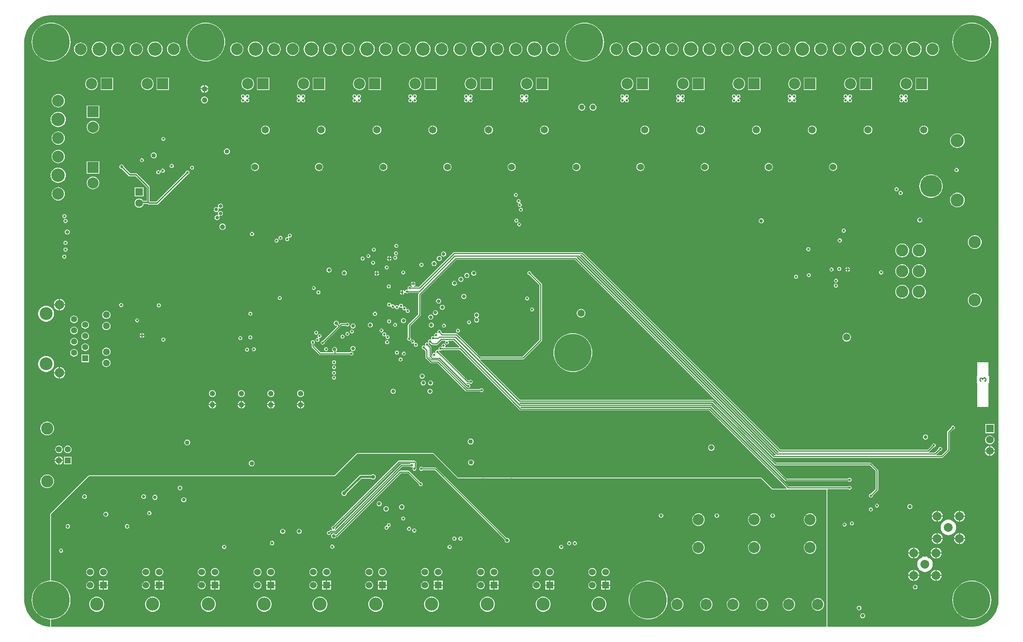
<source format=gbr>
%TF.GenerationSoftware,Altium Limited,Altium Designer,22.3.1 (43)*%
G04 Layer_Physical_Order=3*
G04 Layer_Color=16440176*
%FSLAX26Y26*%
%MOIN*%
%TF.SameCoordinates,F0E5A86D-29B0-4C41-8DB9-0BED1FB65684*%
%TF.FilePolarity,Positive*%
%TF.FileFunction,Copper,L3,Inr,Signal*%
%TF.Part,Single*%
G01*
G75*
%TA.AperFunction,Conductor*%
%ADD61C,0.010000*%
%ADD63C,0.020000*%
%ADD73C,0.014000*%
%TA.AperFunction,ComponentPad*%
%ADD77C,0.032000*%
%ADD78C,0.110236*%
%ADD79C,0.055118*%
%ADD80R,0.055118X0.055118*%
%ADD81C,0.334646*%
%ADD82C,0.078740*%
%ADD83C,0.110000*%
%ADD84C,0.065000*%
%ADD85C,0.100000*%
%ADD86C,0.068898*%
%ADD87R,0.068898X0.068898*%
%ADD88R,0.100000X0.100000*%
%ADD89C,0.120079*%
%ADD90C,0.106299*%
%ADD91C,0.060000*%
%ADD92C,0.118110*%
%ADD93C,0.196850*%
%ADD94R,0.060000X0.060000*%
%ADD95R,0.100000X0.100000*%
%ADD96C,0.049213*%
%ADD97C,0.061024*%
%ADD98C,0.082677*%
%ADD99C,0.114764*%
%TA.AperFunction,ViaPad*%
%ADD100C,0.032000*%
%ADD101C,0.022000*%
%ADD102C,0.024000*%
%ADD103C,0.040000*%
%ADD104C,0.050000*%
%ADD105C,0.045000*%
%ADD106C,0.027000*%
%ADD107C,0.028000*%
%ADD108C,0.035000*%
G36*
X4909291Y3519091D02*
X4906806Y3513091D01*
X4782048D01*
X4780537Y3515349D01*
X4779390Y3519091D01*
X4782469Y3523700D01*
X4783789Y3530333D01*
X4782469Y3536966D01*
X4778712Y3542589D01*
X4773089Y3546346D01*
X4766456Y3547666D01*
X4759823Y3546346D01*
X4754199Y3542589D01*
X4750442Y3536966D01*
X4749123Y3530333D01*
X4750442Y3523700D01*
X4752434Y3520718D01*
X4748108Y3516393D01*
X4745868Y3517890D01*
X4739235Y3519209D01*
X4732602Y3517890D01*
X4726979Y3514132D01*
X4723221Y3508509D01*
X4721902Y3501876D01*
X4723221Y3495243D01*
X4724720Y3493000D01*
X4720394Y3488675D01*
X4717414Y3490665D01*
X4710781Y3491985D01*
X4704148Y3490665D01*
X4698525Y3486908D01*
X4694768Y3481285D01*
X4693448Y3474652D01*
X4694768Y3468019D01*
X4696155Y3465942D01*
X4691829Y3461616D01*
X4688684Y3463718D01*
X4682051Y3465037D01*
X4675418Y3463718D01*
X4669794Y3459961D01*
X4666037Y3454338D01*
X4664718Y3447704D01*
X4666037Y3441071D01*
X4668098Y3437988D01*
X4666088Y3431433D01*
X4665927Y3431258D01*
X4664520Y3430906D01*
X4655604Y3439822D01*
Y3513205D01*
X4655604Y3513206D01*
X4654751Y3517497D01*
X4652319Y3521136D01*
X4652319Y3521136D01*
X4634891Y3538565D01*
X4635135Y3539792D01*
X4633815Y3546425D01*
X4632067Y3549042D01*
X4636393Y3553368D01*
X4638999Y3551627D01*
X4645632Y3550307D01*
X4646859Y3550551D01*
X4659363Y3538048D01*
X4659363Y3538048D01*
X4663002Y3535616D01*
X4667294Y3534763D01*
X4705000D01*
X4705000Y3534762D01*
X4709292Y3535616D01*
X4712931Y3538048D01*
X4749060Y3574176D01*
X4780378D01*
X4780418Y3574136D01*
X4783036Y3568176D01*
X4780600Y3564530D01*
X4779280Y3557897D01*
X4780600Y3551264D01*
X4784357Y3545640D01*
X4789980Y3541883D01*
X4796613Y3540564D01*
X4803246Y3541883D01*
X4808869Y3545640D01*
X4812627Y3551264D01*
X4813946Y3557897D01*
X4812627Y3564530D01*
X4810190Y3568176D01*
X4812808Y3574136D01*
X4812848Y3574176D01*
X4854206D01*
X4909291Y3519091D01*
D02*
G37*
G36*
X9500000Y6489804D02*
X9511781D01*
X9535229Y6487494D01*
X9558338Y6482898D01*
X9580885Y6476058D01*
X9602653Y6467042D01*
X9623433Y6455934D01*
X9643024Y6442844D01*
X9661237Y6427897D01*
X9677898Y6411236D01*
X9692845Y6393023D01*
X9705935Y6373432D01*
X9717042Y6352653D01*
X9726059Y6330885D01*
X9732898Y6308337D01*
X9737495Y6285228D01*
X9739805Y6261780D01*
X9739804Y6250000D01*
X9739804Y6250000D01*
X9739804Y6249999D01*
X9739805Y1250000D01*
Y1238219D01*
X9737495Y1214771D01*
X9732898Y1191662D01*
X9726059Y1169115D01*
X9717042Y1147347D01*
X9705935Y1126566D01*
X9692845Y1106976D01*
X9677897Y1088763D01*
X9661237Y1072102D01*
X9643024Y1057155D01*
X9623433Y1044064D01*
X9602653Y1032958D01*
X9580885Y1023941D01*
X9558338Y1017101D01*
X9535229Y1012505D01*
X9511781Y1010195D01*
X8206494D01*
Y2240000D01*
X8209244Y2244115D01*
X8392048D01*
X8392744Y2243074D01*
X8398367Y2239317D01*
X8405000Y2237998D01*
X8411633Y2239317D01*
X8417256Y2243074D01*
X8421014Y2248698D01*
X8422333Y2255331D01*
X8421014Y2261964D01*
X8417256Y2267587D01*
X8411633Y2271344D01*
X8405000Y2272664D01*
X8398367Y2271344D01*
X8392744Y2267587D01*
X8392048Y2266546D01*
X7859315D01*
X7157931Y2967931D01*
X7154292Y2970362D01*
X7150000Y2971216D01*
X7150000Y2971215D01*
X5460176D01*
X5453606Y2977785D01*
X5456092Y2983785D01*
X7160354D01*
X7520872Y2623267D01*
X7520873Y2623266D01*
X7825873Y2318266D01*
X7829511Y2315835D01*
X7833803Y2314981D01*
X7833804Y2314981D01*
X8392048D01*
X8392744Y2313941D01*
X8398367Y2310183D01*
X8405000Y2308864D01*
X8411633Y2310183D01*
X8417256Y2313941D01*
X8421014Y2319564D01*
X8422333Y2326197D01*
X8421014Y2332830D01*
X8417256Y2338453D01*
X8411633Y2342211D01*
X8405000Y2343530D01*
X8398367Y2342211D01*
X8392744Y2338453D01*
X8392048Y2337412D01*
X7838449D01*
X7536734Y2639128D01*
X7536733Y2639128D01*
X7172931Y3002931D01*
X7169292Y3005362D01*
X7165000Y3006216D01*
X7164999Y3006215D01*
X5453889D01*
X5444889Y3015216D01*
X5446003Y3018775D01*
X5447615Y3020975D01*
X7173164D01*
X7427620Y2766519D01*
X7427621Y2766518D01*
X7428884Y2765255D01*
X7428884Y2765254D01*
X7733884Y2460255D01*
X7733885Y2460254D01*
X7737523Y2457823D01*
X7741815Y2456969D01*
X7741816Y2456969D01*
X8586854Y2456970D01*
X8638784Y2405039D01*
Y2244110D01*
X8596228Y2201553D01*
X8595000Y2201798D01*
X8588367Y2200478D01*
X8582744Y2196721D01*
X8578986Y2191098D01*
X8577667Y2184465D01*
X8578986Y2177831D01*
X8582744Y2172208D01*
X8588367Y2168451D01*
X8595000Y2167132D01*
X8601633Y2168451D01*
X8607256Y2172208D01*
X8611014Y2177831D01*
X8612333Y2184465D01*
X8612089Y2185692D01*
X8657930Y2231534D01*
X8657931Y2231534D01*
X8660362Y2235173D01*
X8661216Y2239465D01*
Y2409684D01*
X8661216Y2409685D01*
X8660362Y2413977D01*
X8657931Y2417616D01*
X8599431Y2476116D01*
X8595792Y2478547D01*
X8591500Y2479401D01*
X8591499Y2479401D01*
X7746461Y2479400D01*
X7444746Y2781116D01*
X7444745Y2781116D01*
X7443482Y2782379D01*
X7443481Y2782380D01*
X7185740Y3040121D01*
X7182102Y3042552D01*
X7177810Y3043406D01*
X7177809Y3043406D01*
X5451337D01*
X5093722Y3401021D01*
X5096207Y3407021D01*
X5478236D01*
X5478236Y3407021D01*
X5482528Y3407874D01*
X5486167Y3410306D01*
X5644143Y3568282D01*
X5644143Y3568282D01*
X5646574Y3571921D01*
X5647428Y3576213D01*
X5647428Y3576213D01*
Y4077516D01*
X5647428Y4077516D01*
X5646574Y4081808D01*
X5644143Y4085447D01*
X5644143Y4085447D01*
X5551774Y4177816D01*
X5552018Y4179044D01*
X5550699Y4185677D01*
X5546941Y4191300D01*
X5541318Y4195057D01*
X5534685Y4196377D01*
X5528052Y4195057D01*
X5522429Y4191300D01*
X5518671Y4185677D01*
X5517352Y4179044D01*
X5518671Y4172411D01*
X5522429Y4166788D01*
X5528052Y4163030D01*
X5534685Y4161711D01*
X5535913Y4161955D01*
X5624997Y4072871D01*
Y3580858D01*
X5473591Y3429452D01*
X5095559D01*
X4889565Y3635445D01*
X4885927Y3637876D01*
X4881635Y3638730D01*
X4881634Y3638730D01*
X4757436D01*
X4744994Y3651172D01*
X4745238Y3652400D01*
X4743919Y3659033D01*
X4740162Y3664656D01*
X4734538Y3668413D01*
X4727905Y3669733D01*
X4721272Y3668413D01*
X4715649Y3664656D01*
X4711892Y3659033D01*
X4710572Y3652400D01*
X4711892Y3645767D01*
X4713434Y3643458D01*
X4709109Y3639132D01*
X4706700Y3640742D01*
X4700067Y3642061D01*
X4693434Y3640742D01*
X4687810Y3636984D01*
X4684053Y3631361D01*
X4682734Y3624728D01*
X4684053Y3618095D01*
X4685999Y3615182D01*
X4681674Y3610856D01*
X4678861Y3612735D01*
X4672228Y3614055D01*
X4665595Y3612735D01*
X4659971Y3608978D01*
X4656214Y3603355D01*
X4654895Y3596722D01*
X4656214Y3590089D01*
X4658456Y3586733D01*
X4654131Y3582407D01*
X4652265Y3583654D01*
X4645632Y3584973D01*
X4638999Y3583654D01*
X4633376Y3579896D01*
X4629618Y3574273D01*
X4628299Y3567640D01*
X4629618Y3561007D01*
X4631367Y3558391D01*
X4627041Y3554065D01*
X4624435Y3555806D01*
X4617802Y3557125D01*
X4611169Y3555806D01*
X4605546Y3552049D01*
X4601788Y3546425D01*
X4600469Y3539792D01*
X4601788Y3533159D01*
X4602971Y3531389D01*
X4598645Y3527063D01*
X4595194Y3529369D01*
X4588560Y3530689D01*
X4581927Y3529369D01*
X4576304Y3525612D01*
X4572547Y3519989D01*
X4571227Y3513356D01*
X4572547Y3506723D01*
X4576304Y3501100D01*
X4581927Y3497342D01*
X4588560Y3496023D01*
X4589788Y3496267D01*
X4605334Y3480721D01*
Y3422730D01*
X4605334Y3422729D01*
X4606188Y3418437D01*
X4608619Y3414798D01*
X4647395Y3376023D01*
X4647395Y3376023D01*
X4651033Y3373592D01*
X4655325Y3372738D01*
X4711877D01*
X4962545Y3122070D01*
X4962546Y3122069D01*
X4966184Y3119638D01*
X4970476Y3118785D01*
X5094321D01*
X5095016Y3117744D01*
X5100640Y3113986D01*
X5107273Y3112667D01*
X5113906Y3113986D01*
X5119529Y3117744D01*
X5123286Y3123367D01*
X5124606Y3130000D01*
X5123286Y3136633D01*
X5119529Y3142256D01*
X5113906Y3146014D01*
X5107273Y3147333D01*
X5100640Y3146014D01*
X5095016Y3142256D01*
X5094321Y3141215D01*
X4975122D01*
X4724453Y3391884D01*
X4720815Y3394315D01*
X4716523Y3395169D01*
X4716522Y3395169D01*
X4659971D01*
X4629401Y3425739D01*
X4629659Y3426621D01*
X4636203Y3427627D01*
X4636458Y3427245D01*
X4654720Y3408984D01*
X4654720Y3408983D01*
X4658359Y3406552D01*
X4662651Y3405699D01*
X4724001D01*
X4967340Y3162360D01*
X4967340Y3162359D01*
X4970979Y3159928D01*
X4973538Y3159419D01*
X4975998Y3155738D01*
X4981621Y3151980D01*
X4988254Y3150661D01*
X4994887Y3151980D01*
X5000510Y3155738D01*
X5004268Y3161361D01*
X5005587Y3167994D01*
X5004268Y3174627D01*
X5000510Y3180250D01*
X4994887Y3184008D01*
X4988254Y3185327D01*
X4981621Y3184008D01*
X4979099Y3182323D01*
X4969689Y3191733D01*
X4973514Y3196394D01*
X4976141Y3194638D01*
X4980433Y3193785D01*
X4997578D01*
X4998274Y3192744D01*
X5003897Y3188986D01*
X5010530Y3187667D01*
X5017163Y3188986D01*
X5022787Y3192744D01*
X5026544Y3198367D01*
X5027863Y3205000D01*
X5026544Y3211633D01*
X5022787Y3217256D01*
X5017163Y3221014D01*
X5010530Y3222333D01*
X5003897Y3221014D01*
X4998274Y3217256D01*
X4997578Y3216215D01*
X4985079D01*
X4727870Y3473424D01*
X4728114Y3474652D01*
X4726795Y3481285D01*
X4725296Y3483528D01*
X4729622Y3487853D01*
X4732602Y3485862D01*
X4739235Y3484543D01*
X4745868Y3485862D01*
X4751491Y3489620D01*
X4752187Y3490660D01*
X4909008D01*
X5447599Y2952070D01*
X5447599Y2952069D01*
X5451238Y2949638D01*
X5455530Y2948785D01*
X7145354D01*
X7841644Y2252495D01*
X7839159Y2246495D01*
X7713742D01*
X7615644Y2344592D01*
X7611051Y2346494D01*
X5383666D01*
X5375222Y2348174D01*
X5366777Y2346494D01*
X5130107D01*
X5121663Y2348174D01*
X5113218Y2346494D01*
X4896505D01*
X4678407Y2564592D01*
X4673815Y2566494D01*
X3992433Y2566494D01*
X3987840Y2564592D01*
X3789908Y2366659D01*
X1589205Y2366660D01*
X1584612Y2364757D01*
X1245408Y2025553D01*
X1243506Y2020960D01*
Y1423323D01*
X1243471Y1423267D01*
X1227328Y1422209D01*
X1205044Y1417776D01*
X1183530Y1410473D01*
X1163153Y1400424D01*
X1144261Y1387801D01*
X1127179Y1372821D01*
X1112199Y1355739D01*
X1099576Y1336847D01*
X1089527Y1316470D01*
X1082224Y1294956D01*
X1077791Y1272672D01*
X1076305Y1250000D01*
X1077791Y1227328D01*
X1082224Y1205044D01*
X1089527Y1183530D01*
X1099576Y1163153D01*
X1112199Y1144261D01*
X1127179Y1127179D01*
X1144261Y1112199D01*
X1163153Y1099576D01*
X1183530Y1089527D01*
X1205044Y1082224D01*
X1227328Y1077791D01*
X1243471Y1076733D01*
X1243506Y1076677D01*
Y1011864D01*
X1237505Y1010266D01*
X1214771Y1012505D01*
X1191662Y1017101D01*
X1169115Y1023941D01*
X1147347Y1032958D01*
X1126566Y1044065D01*
X1106976Y1057155D01*
X1088763Y1072102D01*
X1072102Y1088763D01*
X1057155Y1106976D01*
X1044064Y1126567D01*
X1032958Y1147347D01*
X1023941Y1169115D01*
X1017101Y1191662D01*
X1012505Y1214771D01*
X1010195Y1238219D01*
X1010195Y1250000D01*
X1010195Y6250000D01*
Y6261781D01*
X1012505Y6285229D01*
X1017101Y6308338D01*
X1023941Y6330885D01*
X1032958Y6352653D01*
X1044065Y6373433D01*
X1057155Y6393024D01*
X1072102Y6411237D01*
X1088763Y6427898D01*
X1106976Y6442845D01*
X1126567Y6455935D01*
X1147347Y6467042D01*
X1169115Y6476059D01*
X1191662Y6482899D01*
X1214771Y6487495D01*
X1238219Y6489805D01*
X1250000Y6489805D01*
X9500000Y6489804D01*
D02*
G37*
G36*
X4673815Y2560000D02*
X4893815Y2340000D01*
X7611051D01*
X7711052Y2240000D01*
X8200000Y2240000D01*
Y1010195D01*
X1250000D01*
Y1076677D01*
X1261360D01*
X1283886Y1079643D01*
X1305832Y1085523D01*
X1326823Y1094218D01*
X1346500Y1105578D01*
X1364525Y1119409D01*
X1380591Y1135475D01*
X1394422Y1153500D01*
X1405782Y1173177D01*
X1414477Y1194168D01*
X1420357Y1216114D01*
X1423323Y1238640D01*
Y1261360D01*
X1420357Y1283886D01*
X1414477Y1305832D01*
X1405782Y1326823D01*
X1394422Y1346500D01*
X1380591Y1364525D01*
X1364525Y1380591D01*
X1346500Y1394422D01*
X1326823Y1405782D01*
X1305832Y1414477D01*
X1283886Y1420357D01*
X1261360Y1423323D01*
X1250000D01*
Y2020960D01*
X1589205Y2360165D01*
X3792598Y2360165D01*
X3992433Y2560000D01*
X4673815Y2560000D01*
D02*
G37*
%LPC*%
G36*
X9148425Y6245853D02*
X9136830Y6244711D01*
X9125680Y6241329D01*
X9115404Y6235836D01*
X9106398Y6228445D01*
X9099006Y6219438D01*
X9093514Y6209162D01*
X9090131Y6198013D01*
X9088989Y6186417D01*
X9090131Y6174822D01*
X9093514Y6163672D01*
X9099006Y6153396D01*
X9106398Y6144390D01*
X9115404Y6136998D01*
X9125680Y6131506D01*
X9136830Y6128123D01*
X9148425Y6126981D01*
X9160021Y6128123D01*
X9171170Y6131506D01*
X9181446Y6136998D01*
X9190453Y6144390D01*
X9197844Y6153396D01*
X9203337Y6163672D01*
X9206719Y6174822D01*
X9207861Y6186417D01*
X9206719Y6198013D01*
X9203337Y6209162D01*
X9197844Y6219438D01*
X9190453Y6228445D01*
X9181446Y6235836D01*
X9171170Y6241329D01*
X9160021Y6244711D01*
X9148425Y6245853D01*
D02*
G37*
G36*
X8813780D02*
X8802184Y6244711D01*
X8791034Y6241329D01*
X8780759Y6235836D01*
X8771752Y6228445D01*
X8764360Y6219438D01*
X8758868Y6209162D01*
X8755486Y6198013D01*
X8754344Y6186417D01*
X8755486Y6174822D01*
X8758868Y6163672D01*
X8764360Y6153396D01*
X8771752Y6144390D01*
X8780759Y6136998D01*
X8791034Y6131506D01*
X8802184Y6128123D01*
X8813780Y6126981D01*
X8825375Y6128123D01*
X8836525Y6131506D01*
X8846800Y6136998D01*
X8855807Y6144390D01*
X8863199Y6153396D01*
X8868691Y6163672D01*
X8872073Y6174822D01*
X8873215Y6186417D01*
X8872073Y6198013D01*
X8868691Y6209162D01*
X8863199Y6219438D01*
X8855807Y6228445D01*
X8846800Y6235836D01*
X8836525Y6241329D01*
X8825375Y6244711D01*
X8813780Y6245853D01*
D02*
G37*
G36*
X8648425D02*
X8636830Y6244711D01*
X8625680Y6241329D01*
X8615404Y6235836D01*
X8606398Y6228445D01*
X8599006Y6219438D01*
X8593514Y6209162D01*
X8590131Y6198013D01*
X8588989Y6186417D01*
X8590131Y6174822D01*
X8593514Y6163672D01*
X8599006Y6153396D01*
X8606398Y6144390D01*
X8615404Y6136998D01*
X8625680Y6131506D01*
X8636830Y6128123D01*
X8648425Y6126981D01*
X8660021Y6128123D01*
X8671170Y6131506D01*
X8681446Y6136998D01*
X8690453Y6144390D01*
X8697844Y6153396D01*
X8703337Y6163672D01*
X8706719Y6174822D01*
X8707861Y6186417D01*
X8706719Y6198013D01*
X8703337Y6209162D01*
X8697844Y6219438D01*
X8690453Y6228445D01*
X8681446Y6235836D01*
X8671170Y6241329D01*
X8660021Y6244711D01*
X8648425Y6245853D01*
D02*
G37*
G36*
X8313780D02*
X8302184Y6244711D01*
X8291034Y6241329D01*
X8280759Y6235836D01*
X8271752Y6228445D01*
X8264360Y6219438D01*
X8258868Y6209162D01*
X8255486Y6198013D01*
X8254344Y6186417D01*
X8255486Y6174822D01*
X8258868Y6163672D01*
X8264360Y6153396D01*
X8271752Y6144390D01*
X8280759Y6136998D01*
X8291034Y6131506D01*
X8302184Y6128123D01*
X8313780Y6126981D01*
X8325375Y6128123D01*
X8336525Y6131506D01*
X8346800Y6136998D01*
X8355807Y6144390D01*
X8363199Y6153396D01*
X8368691Y6163672D01*
X8372073Y6174822D01*
X8373215Y6186417D01*
X8372073Y6198013D01*
X8368691Y6209162D01*
X8363199Y6219438D01*
X8355807Y6228445D01*
X8346800Y6235836D01*
X8336525Y6241329D01*
X8325375Y6244711D01*
X8313780Y6245853D01*
D02*
G37*
G36*
X8148425D02*
X8136830Y6244711D01*
X8125680Y6241329D01*
X8115404Y6235836D01*
X8106398Y6228445D01*
X8099006Y6219438D01*
X8093514Y6209162D01*
X8090131Y6198013D01*
X8088989Y6186417D01*
X8090131Y6174822D01*
X8093514Y6163672D01*
X8099006Y6153396D01*
X8106398Y6144390D01*
X8115404Y6136998D01*
X8125680Y6131506D01*
X8136830Y6128123D01*
X8148425Y6126981D01*
X8160020Y6128123D01*
X8171170Y6131506D01*
X8181446Y6136998D01*
X8190453Y6144390D01*
X8197844Y6153396D01*
X8203337Y6163672D01*
X8206719Y6174822D01*
X8207861Y6186417D01*
X8206719Y6198013D01*
X8203337Y6209162D01*
X8197844Y6219438D01*
X8190453Y6228445D01*
X8181446Y6235836D01*
X8171170Y6241329D01*
X8160020Y6244711D01*
X8148425Y6245853D01*
D02*
G37*
G36*
X7813779D02*
X7802184Y6244711D01*
X7791034Y6241329D01*
X7780759Y6235836D01*
X7771752Y6228445D01*
X7764360Y6219438D01*
X7758868Y6209162D01*
X7755486Y6198013D01*
X7754344Y6186417D01*
X7755486Y6174822D01*
X7758868Y6163672D01*
X7764360Y6153396D01*
X7771752Y6144390D01*
X7780759Y6136998D01*
X7791034Y6131506D01*
X7802184Y6128123D01*
X7813779Y6126981D01*
X7825375Y6128123D01*
X7836525Y6131506D01*
X7846800Y6136998D01*
X7855807Y6144390D01*
X7863199Y6153396D01*
X7868691Y6163672D01*
X7872073Y6174822D01*
X7873215Y6186417D01*
X7872073Y6198013D01*
X7868691Y6209162D01*
X7863199Y6219438D01*
X7855807Y6228445D01*
X7846800Y6235836D01*
X7836525Y6241329D01*
X7825375Y6244711D01*
X7813779Y6245853D01*
D02*
G37*
G36*
X7648425D02*
X7636830Y6244711D01*
X7625680Y6241329D01*
X7615404Y6235836D01*
X7606398Y6228445D01*
X7599006Y6219438D01*
X7593514Y6209162D01*
X7590131Y6198013D01*
X7588989Y6186417D01*
X7590131Y6174822D01*
X7593514Y6163672D01*
X7599006Y6153396D01*
X7606398Y6144390D01*
X7615404Y6136998D01*
X7625680Y6131506D01*
X7636830Y6128123D01*
X7648425Y6126981D01*
X7660020Y6128123D01*
X7671170Y6131506D01*
X7681446Y6136998D01*
X7690453Y6144390D01*
X7697844Y6153396D01*
X7703337Y6163672D01*
X7706719Y6174822D01*
X7707861Y6186417D01*
X7706719Y6198013D01*
X7703337Y6209162D01*
X7697844Y6219438D01*
X7690453Y6228445D01*
X7681446Y6235836D01*
X7671170Y6241329D01*
X7660020Y6244711D01*
X7648425Y6245853D01*
D02*
G37*
G36*
X7313779D02*
X7302184Y6244711D01*
X7291034Y6241329D01*
X7280759Y6235836D01*
X7271752Y6228445D01*
X7264360Y6219438D01*
X7258868Y6209162D01*
X7255486Y6198013D01*
X7254344Y6186417D01*
X7255486Y6174822D01*
X7258868Y6163672D01*
X7264360Y6153396D01*
X7271752Y6144390D01*
X7280759Y6136998D01*
X7291034Y6131506D01*
X7302184Y6128123D01*
X7313779Y6126981D01*
X7325375Y6128123D01*
X7336525Y6131506D01*
X7346800Y6136998D01*
X7355807Y6144390D01*
X7363199Y6153396D01*
X7368691Y6163672D01*
X7372073Y6174822D01*
X7373215Y6186417D01*
X7372073Y6198013D01*
X7368691Y6209162D01*
X7363199Y6219438D01*
X7355807Y6228445D01*
X7346800Y6235836D01*
X7336525Y6241329D01*
X7325375Y6244711D01*
X7313779Y6245853D01*
D02*
G37*
G36*
X7148425D02*
X7136830Y6244711D01*
X7125680Y6241329D01*
X7115404Y6235836D01*
X7106398Y6228445D01*
X7099006Y6219438D01*
X7093514Y6209162D01*
X7090131Y6198013D01*
X7088989Y6186417D01*
X7090131Y6174822D01*
X7093514Y6163672D01*
X7099006Y6153396D01*
X7106398Y6144390D01*
X7115404Y6136998D01*
X7125680Y6131506D01*
X7136830Y6128123D01*
X7148425Y6126981D01*
X7160020Y6128123D01*
X7171170Y6131506D01*
X7181446Y6136998D01*
X7190453Y6144390D01*
X7197844Y6153396D01*
X7203337Y6163672D01*
X7206719Y6174822D01*
X7207861Y6186417D01*
X7206719Y6198013D01*
X7203337Y6209162D01*
X7197844Y6219438D01*
X7190453Y6228445D01*
X7181446Y6235836D01*
X7171170Y6241329D01*
X7160020Y6244711D01*
X7148425Y6245853D01*
D02*
G37*
G36*
X6813779D02*
X6802184Y6244711D01*
X6791034Y6241329D01*
X6780759Y6235836D01*
X6771752Y6228445D01*
X6764360Y6219438D01*
X6758868Y6209162D01*
X6755486Y6198013D01*
X6754344Y6186417D01*
X6755486Y6174822D01*
X6758868Y6163672D01*
X6764360Y6153396D01*
X6771752Y6144390D01*
X6780759Y6136998D01*
X6791034Y6131506D01*
X6802184Y6128123D01*
X6813779Y6126981D01*
X6825375Y6128123D01*
X6836525Y6131506D01*
X6846800Y6136998D01*
X6855807Y6144390D01*
X6863199Y6153396D01*
X6868691Y6163672D01*
X6872073Y6174822D01*
X6873215Y6186417D01*
X6872073Y6198013D01*
X6868691Y6209162D01*
X6863199Y6219438D01*
X6855807Y6228445D01*
X6846800Y6235836D01*
X6836525Y6241329D01*
X6825375Y6244711D01*
X6813779Y6245853D01*
D02*
G37*
G36*
X6648425D02*
X6636830Y6244711D01*
X6625680Y6241329D01*
X6615404Y6235836D01*
X6606398Y6228445D01*
X6599006Y6219438D01*
X6593514Y6209162D01*
X6590131Y6198013D01*
X6588989Y6186417D01*
X6590131Y6174822D01*
X6593514Y6163672D01*
X6599006Y6153396D01*
X6606398Y6144390D01*
X6615404Y6136998D01*
X6625680Y6131506D01*
X6636830Y6128123D01*
X6648425Y6126981D01*
X6660020Y6128123D01*
X6671170Y6131506D01*
X6681446Y6136998D01*
X6690453Y6144390D01*
X6697844Y6153396D01*
X6703337Y6163672D01*
X6706719Y6174822D01*
X6707861Y6186417D01*
X6706719Y6198013D01*
X6703337Y6209162D01*
X6697844Y6219438D01*
X6690453Y6228445D01*
X6681446Y6235836D01*
X6671170Y6241329D01*
X6660020Y6244711D01*
X6648425Y6245853D01*
D02*
G37*
G36*
X6313779D02*
X6302184Y6244711D01*
X6291034Y6241329D01*
X6280759Y6235836D01*
X6271752Y6228445D01*
X6264360Y6219438D01*
X6258868Y6209162D01*
X6255486Y6198013D01*
X6254344Y6186417D01*
X6255486Y6174822D01*
X6258868Y6163672D01*
X6264360Y6153396D01*
X6271752Y6144390D01*
X6280759Y6136998D01*
X6291034Y6131506D01*
X6302184Y6128123D01*
X6313779Y6126981D01*
X6325375Y6128123D01*
X6336525Y6131506D01*
X6346800Y6136998D01*
X6355807Y6144390D01*
X6363199Y6153396D01*
X6368691Y6163672D01*
X6372073Y6174822D01*
X6373215Y6186417D01*
X6372073Y6198013D01*
X6368691Y6209162D01*
X6363199Y6219438D01*
X6355807Y6228445D01*
X6346800Y6235836D01*
X6336525Y6241329D01*
X6325375Y6244711D01*
X6313779Y6245853D01*
D02*
G37*
G36*
X5748425D02*
X5736830Y6244711D01*
X5725680Y6241329D01*
X5715404Y6235836D01*
X5706398Y6228445D01*
X5699006Y6219438D01*
X5693514Y6209162D01*
X5690131Y6198013D01*
X5688989Y6186417D01*
X5690131Y6174822D01*
X5693514Y6163672D01*
X5699006Y6153396D01*
X5706398Y6144390D01*
X5715404Y6136998D01*
X5725680Y6131506D01*
X5736830Y6128123D01*
X5748425Y6126981D01*
X5760020Y6128123D01*
X5771170Y6131506D01*
X5781446Y6136998D01*
X5790453Y6144390D01*
X5797844Y6153396D01*
X5803337Y6163672D01*
X5806719Y6174822D01*
X5807861Y6186417D01*
X5806719Y6198013D01*
X5803337Y6209162D01*
X5797844Y6219438D01*
X5790453Y6228445D01*
X5781446Y6235836D01*
X5771170Y6241329D01*
X5760020Y6244711D01*
X5748425Y6245853D01*
D02*
G37*
G36*
X5413779D02*
X5402184Y6244711D01*
X5391034Y6241329D01*
X5380759Y6235836D01*
X5371752Y6228445D01*
X5364360Y6219438D01*
X5358868Y6209162D01*
X5355486Y6198013D01*
X5354344Y6186417D01*
X5355486Y6174822D01*
X5358868Y6163672D01*
X5364360Y6153396D01*
X5371752Y6144390D01*
X5380759Y6136998D01*
X5391034Y6131506D01*
X5402184Y6128123D01*
X5413779Y6126981D01*
X5425375Y6128123D01*
X5436525Y6131506D01*
X5446800Y6136998D01*
X5455807Y6144390D01*
X5463199Y6153396D01*
X5468691Y6163672D01*
X5472073Y6174822D01*
X5473215Y6186417D01*
X5472073Y6198013D01*
X5468691Y6209162D01*
X5463199Y6219438D01*
X5455807Y6228445D01*
X5446800Y6235836D01*
X5436525Y6241329D01*
X5425375Y6244711D01*
X5413779Y6245853D01*
D02*
G37*
G36*
X5248425D02*
X5236830Y6244711D01*
X5225680Y6241329D01*
X5215404Y6235836D01*
X5206398Y6228445D01*
X5199006Y6219438D01*
X5193514Y6209162D01*
X5190131Y6198013D01*
X5188989Y6186417D01*
X5190131Y6174822D01*
X5193514Y6163672D01*
X5199006Y6153396D01*
X5206398Y6144390D01*
X5215404Y6136998D01*
X5225680Y6131506D01*
X5236830Y6128123D01*
X5248425Y6126981D01*
X5260020Y6128123D01*
X5271170Y6131506D01*
X5281446Y6136998D01*
X5290453Y6144390D01*
X5297844Y6153396D01*
X5303337Y6163672D01*
X5306719Y6174822D01*
X5307861Y6186417D01*
X5306719Y6198013D01*
X5303337Y6209162D01*
X5297844Y6219438D01*
X5290453Y6228445D01*
X5281446Y6235836D01*
X5271170Y6241329D01*
X5260020Y6244711D01*
X5248425Y6245853D01*
D02*
G37*
G36*
X4913779D02*
X4902184Y6244711D01*
X4891034Y6241329D01*
X4880759Y6235836D01*
X4871752Y6228445D01*
X4864360Y6219438D01*
X4858868Y6209162D01*
X4855486Y6198013D01*
X4854344Y6186417D01*
X4855486Y6174822D01*
X4858868Y6163672D01*
X4864360Y6153396D01*
X4871752Y6144390D01*
X4880759Y6136998D01*
X4891034Y6131506D01*
X4902184Y6128123D01*
X4913779Y6126981D01*
X4925375Y6128123D01*
X4936525Y6131506D01*
X4946800Y6136998D01*
X4955807Y6144390D01*
X4963199Y6153396D01*
X4968691Y6163672D01*
X4972073Y6174822D01*
X4973215Y6186417D01*
X4972073Y6198013D01*
X4968691Y6209162D01*
X4963199Y6219438D01*
X4955807Y6228445D01*
X4946800Y6235836D01*
X4936525Y6241329D01*
X4925375Y6244711D01*
X4913779Y6245853D01*
D02*
G37*
G36*
X4748425D02*
X4736830Y6244711D01*
X4725680Y6241329D01*
X4715404Y6235836D01*
X4706398Y6228445D01*
X4699006Y6219438D01*
X4693514Y6209162D01*
X4690131Y6198013D01*
X4688989Y6186417D01*
X4690131Y6174822D01*
X4693514Y6163672D01*
X4699006Y6153396D01*
X4706398Y6144390D01*
X4715404Y6136998D01*
X4725680Y6131506D01*
X4736830Y6128123D01*
X4748425Y6126981D01*
X4760020Y6128123D01*
X4771170Y6131506D01*
X4781446Y6136998D01*
X4790453Y6144390D01*
X4797844Y6153396D01*
X4803337Y6163672D01*
X4806719Y6174822D01*
X4807861Y6186417D01*
X4806719Y6198013D01*
X4803337Y6209162D01*
X4797844Y6219438D01*
X4790453Y6228445D01*
X4781446Y6235836D01*
X4771170Y6241329D01*
X4760020Y6244711D01*
X4748425Y6245853D01*
D02*
G37*
G36*
X4413779D02*
X4402184Y6244711D01*
X4391034Y6241329D01*
X4380759Y6235836D01*
X4371752Y6228445D01*
X4364360Y6219438D01*
X4358868Y6209162D01*
X4355486Y6198013D01*
X4354344Y6186417D01*
X4355486Y6174822D01*
X4358868Y6163672D01*
X4364360Y6153396D01*
X4371752Y6144390D01*
X4380759Y6136998D01*
X4391034Y6131506D01*
X4402184Y6128123D01*
X4413779Y6126981D01*
X4425375Y6128123D01*
X4436525Y6131506D01*
X4446800Y6136998D01*
X4455807Y6144390D01*
X4463199Y6153396D01*
X4468691Y6163672D01*
X4472073Y6174822D01*
X4473215Y6186417D01*
X4472073Y6198013D01*
X4468691Y6209162D01*
X4463199Y6219438D01*
X4455807Y6228445D01*
X4446800Y6235836D01*
X4436525Y6241329D01*
X4425375Y6244711D01*
X4413779Y6245853D01*
D02*
G37*
G36*
X4248425D02*
X4236830Y6244711D01*
X4225680Y6241329D01*
X4215404Y6235836D01*
X4206398Y6228445D01*
X4199006Y6219438D01*
X4193514Y6209162D01*
X4190131Y6198013D01*
X4188989Y6186417D01*
X4190131Y6174822D01*
X4193514Y6163672D01*
X4199006Y6153396D01*
X4206398Y6144390D01*
X4215404Y6136998D01*
X4225680Y6131506D01*
X4236830Y6128123D01*
X4248425Y6126981D01*
X4260020Y6128123D01*
X4271170Y6131506D01*
X4281446Y6136998D01*
X4290453Y6144390D01*
X4297844Y6153396D01*
X4303337Y6163672D01*
X4306719Y6174822D01*
X4307861Y6186417D01*
X4306719Y6198013D01*
X4303337Y6209162D01*
X4297844Y6219438D01*
X4290453Y6228445D01*
X4281446Y6235836D01*
X4271170Y6241329D01*
X4260020Y6244711D01*
X4248425Y6245853D01*
D02*
G37*
G36*
X3913780D02*
X3902184Y6244711D01*
X3891034Y6241329D01*
X3880759Y6235836D01*
X3871752Y6228445D01*
X3864360Y6219438D01*
X3858868Y6209162D01*
X3855486Y6198013D01*
X3854344Y6186417D01*
X3855486Y6174822D01*
X3858868Y6163672D01*
X3864360Y6153396D01*
X3871752Y6144390D01*
X3880759Y6136998D01*
X3891034Y6131506D01*
X3902184Y6128123D01*
X3913780Y6126981D01*
X3925375Y6128123D01*
X3936525Y6131506D01*
X3946800Y6136998D01*
X3955807Y6144390D01*
X3963199Y6153396D01*
X3968691Y6163672D01*
X3972073Y6174822D01*
X3973215Y6186417D01*
X3972073Y6198013D01*
X3968691Y6209162D01*
X3963199Y6219438D01*
X3955807Y6228445D01*
X3946800Y6235836D01*
X3936525Y6241329D01*
X3925375Y6244711D01*
X3913780Y6245853D01*
D02*
G37*
G36*
X3748425D02*
X3736830Y6244711D01*
X3725680Y6241329D01*
X3715404Y6235836D01*
X3706398Y6228445D01*
X3699006Y6219438D01*
X3693514Y6209162D01*
X3690131Y6198013D01*
X3688989Y6186417D01*
X3690131Y6174822D01*
X3693514Y6163672D01*
X3699006Y6153396D01*
X3706398Y6144390D01*
X3715404Y6136998D01*
X3725680Y6131506D01*
X3736830Y6128123D01*
X3748425Y6126981D01*
X3760021Y6128123D01*
X3771170Y6131506D01*
X3781446Y6136998D01*
X3790453Y6144390D01*
X3797844Y6153396D01*
X3803337Y6163672D01*
X3806719Y6174822D01*
X3807861Y6186417D01*
X3806719Y6198013D01*
X3803337Y6209162D01*
X3797844Y6219438D01*
X3790453Y6228445D01*
X3781446Y6235836D01*
X3771170Y6241329D01*
X3760021Y6244711D01*
X3748425Y6245853D01*
D02*
G37*
G36*
X3413780D02*
X3402184Y6244711D01*
X3391034Y6241329D01*
X3380759Y6235836D01*
X3371752Y6228445D01*
X3364360Y6219438D01*
X3358868Y6209162D01*
X3355486Y6198013D01*
X3354344Y6186417D01*
X3355486Y6174822D01*
X3358868Y6163672D01*
X3364360Y6153396D01*
X3371752Y6144390D01*
X3380759Y6136998D01*
X3391034Y6131506D01*
X3402184Y6128123D01*
X3413780Y6126981D01*
X3425375Y6128123D01*
X3436525Y6131506D01*
X3446800Y6136998D01*
X3455807Y6144390D01*
X3463199Y6153396D01*
X3468691Y6163672D01*
X3472073Y6174822D01*
X3473215Y6186417D01*
X3472073Y6198013D01*
X3468691Y6209162D01*
X3463199Y6219438D01*
X3455807Y6228445D01*
X3446800Y6235836D01*
X3436525Y6241329D01*
X3425375Y6244711D01*
X3413780Y6245853D01*
D02*
G37*
G36*
X3248425D02*
X3236830Y6244711D01*
X3225680Y6241329D01*
X3215404Y6235836D01*
X3206398Y6228445D01*
X3199006Y6219438D01*
X3193514Y6209162D01*
X3190131Y6198013D01*
X3188989Y6186417D01*
X3190131Y6174822D01*
X3193514Y6163672D01*
X3199006Y6153396D01*
X3206398Y6144390D01*
X3215404Y6136998D01*
X3225680Y6131506D01*
X3236830Y6128123D01*
X3248425Y6126981D01*
X3260021Y6128123D01*
X3271170Y6131506D01*
X3281446Y6136998D01*
X3290453Y6144390D01*
X3297844Y6153396D01*
X3303337Y6163672D01*
X3306719Y6174822D01*
X3307861Y6186417D01*
X3306719Y6198013D01*
X3303337Y6209162D01*
X3297844Y6219438D01*
X3290453Y6228445D01*
X3281446Y6235836D01*
X3271170Y6241329D01*
X3260021Y6244711D01*
X3248425Y6245853D01*
D02*
G37*
G36*
X2913780D02*
X2902184Y6244711D01*
X2891034Y6241329D01*
X2880759Y6235836D01*
X2871752Y6228445D01*
X2864360Y6219438D01*
X2858868Y6209162D01*
X2855486Y6198013D01*
X2854344Y6186417D01*
X2855486Y6174822D01*
X2858868Y6163672D01*
X2864360Y6153396D01*
X2871752Y6144390D01*
X2880759Y6136998D01*
X2891034Y6131506D01*
X2902184Y6128123D01*
X2913780Y6126981D01*
X2925375Y6128123D01*
X2936525Y6131506D01*
X2946800Y6136998D01*
X2955807Y6144390D01*
X2963199Y6153396D01*
X2968691Y6163672D01*
X2972073Y6174822D01*
X2973215Y6186417D01*
X2972073Y6198013D01*
X2968691Y6209162D01*
X2963199Y6219438D01*
X2955807Y6228445D01*
X2946800Y6235836D01*
X2936525Y6241329D01*
X2925375Y6244711D01*
X2913780Y6245853D01*
D02*
G37*
G36*
X2348425D02*
X2336830Y6244711D01*
X2325680Y6241329D01*
X2315404Y6235836D01*
X2306398Y6228445D01*
X2299006Y6219438D01*
X2293514Y6209162D01*
X2290131Y6198013D01*
X2288989Y6186417D01*
X2290131Y6174822D01*
X2293514Y6163672D01*
X2299006Y6153396D01*
X2306398Y6144390D01*
X2315404Y6136998D01*
X2325680Y6131506D01*
X2336830Y6128123D01*
X2348425Y6126981D01*
X2360021Y6128123D01*
X2371170Y6131506D01*
X2381446Y6136998D01*
X2390453Y6144390D01*
X2397844Y6153396D01*
X2403337Y6163672D01*
X2406719Y6174822D01*
X2407861Y6186417D01*
X2406719Y6198013D01*
X2403337Y6209162D01*
X2397844Y6219438D01*
X2390453Y6228445D01*
X2381446Y6235836D01*
X2371170Y6241329D01*
X2360021Y6244711D01*
X2348425Y6245853D01*
D02*
G37*
G36*
X2013780D02*
X2002184Y6244711D01*
X1991034Y6241329D01*
X1980759Y6235836D01*
X1971752Y6228445D01*
X1964360Y6219438D01*
X1958868Y6209162D01*
X1955486Y6198013D01*
X1954344Y6186417D01*
X1955486Y6174822D01*
X1958868Y6163672D01*
X1964360Y6153396D01*
X1971752Y6144390D01*
X1980759Y6136998D01*
X1991034Y6131506D01*
X2002184Y6128123D01*
X2013780Y6126981D01*
X2025375Y6128123D01*
X2036525Y6131506D01*
X2046800Y6136998D01*
X2055807Y6144390D01*
X2063199Y6153396D01*
X2068691Y6163672D01*
X2072073Y6174822D01*
X2073215Y6186417D01*
X2072073Y6198013D01*
X2068691Y6209162D01*
X2063199Y6219438D01*
X2055807Y6228445D01*
X2046800Y6235836D01*
X2036525Y6241329D01*
X2025375Y6244711D01*
X2013780Y6245853D01*
D02*
G37*
G36*
X1848425D02*
X1836830Y6244711D01*
X1825680Y6241329D01*
X1815404Y6235836D01*
X1806398Y6228445D01*
X1799006Y6219438D01*
X1793514Y6209162D01*
X1790131Y6198013D01*
X1788989Y6186417D01*
X1790131Y6174822D01*
X1793514Y6163672D01*
X1799006Y6153396D01*
X1806398Y6144390D01*
X1815404Y6136998D01*
X1825680Y6131506D01*
X1836830Y6128123D01*
X1848425Y6126981D01*
X1860021Y6128123D01*
X1871170Y6131506D01*
X1881446Y6136998D01*
X1890453Y6144390D01*
X1897844Y6153396D01*
X1903337Y6163672D01*
X1906719Y6174822D01*
X1907861Y6186417D01*
X1906719Y6198013D01*
X1903337Y6209162D01*
X1897844Y6219438D01*
X1890453Y6228445D01*
X1881446Y6235836D01*
X1871170Y6241329D01*
X1860021Y6244711D01*
X1848425Y6245853D01*
D02*
G37*
G36*
X1513780D02*
X1502184Y6244711D01*
X1491034Y6241329D01*
X1480759Y6235836D01*
X1471752Y6228445D01*
X1464360Y6219438D01*
X1458868Y6209162D01*
X1455486Y6198013D01*
X1454344Y6186417D01*
X1455486Y6174822D01*
X1458868Y6163672D01*
X1464360Y6153396D01*
X1471752Y6144390D01*
X1480759Y6136998D01*
X1491034Y6131506D01*
X1502184Y6128123D01*
X1513780Y6126981D01*
X1525375Y6128123D01*
X1536525Y6131506D01*
X1546800Y6136998D01*
X1555807Y6144390D01*
X1563199Y6153396D01*
X1568691Y6163672D01*
X1572073Y6174822D01*
X1573215Y6186417D01*
X1572073Y6198013D01*
X1568691Y6209162D01*
X1563199Y6219438D01*
X1555807Y6228445D01*
X1546800Y6235836D01*
X1536525Y6241329D01*
X1525375Y6244711D01*
X1513780Y6245853D01*
D02*
G37*
G36*
X8981102Y6254786D02*
X8967764Y6253472D01*
X8954939Y6249582D01*
X8943119Y6243264D01*
X8932759Y6234761D01*
X8924256Y6224401D01*
X8917938Y6212581D01*
X8914048Y6199755D01*
X8912734Y6186417D01*
X8914048Y6173079D01*
X8917938Y6160254D01*
X8924256Y6148434D01*
X8932759Y6138074D01*
X8943119Y6129571D01*
X8954939Y6123253D01*
X8967764Y6119363D01*
X8981102Y6118049D01*
X8994440Y6119363D01*
X9007266Y6123253D01*
X9019086Y6129571D01*
X9029446Y6138074D01*
X9037949Y6148434D01*
X9044267Y6160254D01*
X9048157Y6173079D01*
X9049471Y6186417D01*
X9048157Y6199755D01*
X9044267Y6212581D01*
X9037949Y6224401D01*
X9029446Y6234761D01*
X9019086Y6243264D01*
X9007266Y6249582D01*
X8994440Y6253472D01*
X8981102Y6254786D01*
D02*
G37*
G36*
X8481102D02*
X8467764Y6253472D01*
X8454939Y6249582D01*
X8443119Y6243264D01*
X8432759Y6234761D01*
X8424256Y6224401D01*
X8417938Y6212581D01*
X8414048Y6199755D01*
X8412734Y6186417D01*
X8414048Y6173079D01*
X8417938Y6160254D01*
X8424256Y6148434D01*
X8432759Y6138074D01*
X8443119Y6129571D01*
X8454939Y6123253D01*
X8467764Y6119363D01*
X8481102Y6118049D01*
X8494440Y6119363D01*
X8507266Y6123253D01*
X8519086Y6129571D01*
X8529446Y6138074D01*
X8537949Y6148434D01*
X8544267Y6160254D01*
X8548157Y6173079D01*
X8549471Y6186417D01*
X8548157Y6199755D01*
X8544267Y6212581D01*
X8537949Y6224401D01*
X8529446Y6234761D01*
X8519086Y6243264D01*
X8507266Y6249582D01*
X8494440Y6253472D01*
X8481102Y6254786D01*
D02*
G37*
G36*
X7981102D02*
X7967764Y6253472D01*
X7954939Y6249582D01*
X7943119Y6243264D01*
X7932759Y6234761D01*
X7924256Y6224401D01*
X7917938Y6212581D01*
X7914048Y6199755D01*
X7912734Y6186417D01*
X7914048Y6173079D01*
X7917938Y6160254D01*
X7924256Y6148434D01*
X7932759Y6138074D01*
X7943119Y6129571D01*
X7954939Y6123253D01*
X7967764Y6119363D01*
X7981102Y6118049D01*
X7994440Y6119363D01*
X8007266Y6123253D01*
X8019086Y6129571D01*
X8029446Y6138074D01*
X8037949Y6148434D01*
X8044267Y6160254D01*
X8048157Y6173079D01*
X8049471Y6186417D01*
X8048157Y6199755D01*
X8044267Y6212581D01*
X8037949Y6224401D01*
X8029446Y6234761D01*
X8019086Y6243264D01*
X8007266Y6249582D01*
X7994440Y6253472D01*
X7981102Y6254786D01*
D02*
G37*
G36*
X7481102D02*
X7467764Y6253472D01*
X7454939Y6249582D01*
X7443119Y6243264D01*
X7432759Y6234761D01*
X7424256Y6224401D01*
X7417938Y6212581D01*
X7414048Y6199755D01*
X7412734Y6186417D01*
X7414048Y6173079D01*
X7417938Y6160254D01*
X7424256Y6148434D01*
X7432759Y6138074D01*
X7443119Y6129571D01*
X7454939Y6123253D01*
X7467764Y6119363D01*
X7481102Y6118049D01*
X7494440Y6119363D01*
X7507266Y6123253D01*
X7519086Y6129571D01*
X7529446Y6138074D01*
X7537949Y6148434D01*
X7544267Y6160254D01*
X7548157Y6173079D01*
X7549471Y6186417D01*
X7548157Y6199755D01*
X7544267Y6212581D01*
X7537949Y6224401D01*
X7529446Y6234761D01*
X7519086Y6243264D01*
X7507266Y6249582D01*
X7494440Y6253472D01*
X7481102Y6254786D01*
D02*
G37*
G36*
X6981102D02*
X6967764Y6253472D01*
X6954939Y6249582D01*
X6943119Y6243264D01*
X6932759Y6234761D01*
X6924256Y6224401D01*
X6917938Y6212581D01*
X6914048Y6199755D01*
X6912734Y6186417D01*
X6914048Y6173079D01*
X6917938Y6160254D01*
X6924256Y6148434D01*
X6932759Y6138074D01*
X6943119Y6129571D01*
X6954939Y6123253D01*
X6967764Y6119363D01*
X6981102Y6118049D01*
X6994440Y6119363D01*
X7007266Y6123253D01*
X7019086Y6129571D01*
X7029446Y6138074D01*
X7037949Y6148434D01*
X7044267Y6160254D01*
X7048157Y6173079D01*
X7049471Y6186417D01*
X7048157Y6199755D01*
X7044267Y6212581D01*
X7037949Y6224401D01*
X7029446Y6234761D01*
X7019086Y6243264D01*
X7007266Y6249582D01*
X6994440Y6253472D01*
X6981102Y6254786D01*
D02*
G37*
G36*
X6481102D02*
X6467764Y6253472D01*
X6454939Y6249582D01*
X6443119Y6243264D01*
X6432759Y6234761D01*
X6424256Y6224401D01*
X6417938Y6212581D01*
X6414048Y6199755D01*
X6412734Y6186417D01*
X6414048Y6173079D01*
X6417938Y6160254D01*
X6424256Y6148434D01*
X6432759Y6138074D01*
X6443119Y6129571D01*
X6454939Y6123253D01*
X6467764Y6119363D01*
X6481102Y6118049D01*
X6494440Y6119363D01*
X6507266Y6123253D01*
X6519086Y6129571D01*
X6529446Y6138074D01*
X6537949Y6148434D01*
X6544267Y6160254D01*
X6548157Y6173079D01*
X6549471Y6186417D01*
X6548157Y6199755D01*
X6544267Y6212581D01*
X6537949Y6224401D01*
X6529446Y6234761D01*
X6519086Y6243264D01*
X6507266Y6249582D01*
X6494440Y6253472D01*
X6481102Y6254786D01*
D02*
G37*
G36*
X5581102D02*
X5567764Y6253472D01*
X5554939Y6249582D01*
X5543119Y6243264D01*
X5532759Y6234761D01*
X5524256Y6224401D01*
X5517938Y6212581D01*
X5514048Y6199755D01*
X5512734Y6186417D01*
X5514048Y6173079D01*
X5517938Y6160254D01*
X5524256Y6148434D01*
X5532759Y6138074D01*
X5543119Y6129571D01*
X5554939Y6123253D01*
X5567764Y6119363D01*
X5581102Y6118049D01*
X5594440Y6119363D01*
X5607266Y6123253D01*
X5619086Y6129571D01*
X5629446Y6138074D01*
X5637949Y6148434D01*
X5644267Y6160254D01*
X5648157Y6173079D01*
X5649471Y6186417D01*
X5648157Y6199755D01*
X5644267Y6212581D01*
X5637949Y6224401D01*
X5629446Y6234761D01*
X5619086Y6243264D01*
X5607266Y6249582D01*
X5594440Y6253472D01*
X5581102Y6254786D01*
D02*
G37*
G36*
X5081102D02*
X5067764Y6253472D01*
X5054939Y6249582D01*
X5043119Y6243264D01*
X5032759Y6234761D01*
X5024256Y6224401D01*
X5017938Y6212581D01*
X5014048Y6199755D01*
X5012734Y6186417D01*
X5014048Y6173079D01*
X5017938Y6160254D01*
X5024256Y6148434D01*
X5032759Y6138074D01*
X5043119Y6129571D01*
X5054939Y6123253D01*
X5067764Y6119363D01*
X5081102Y6118049D01*
X5094440Y6119363D01*
X5107266Y6123253D01*
X5119086Y6129571D01*
X5129446Y6138074D01*
X5137949Y6148434D01*
X5144267Y6160254D01*
X5148157Y6173079D01*
X5149471Y6186417D01*
X5148157Y6199755D01*
X5144267Y6212581D01*
X5137949Y6224401D01*
X5129446Y6234761D01*
X5119086Y6243264D01*
X5107266Y6249582D01*
X5094440Y6253472D01*
X5081102Y6254786D01*
D02*
G37*
G36*
X4581102D02*
X4567764Y6253472D01*
X4554939Y6249582D01*
X4543119Y6243264D01*
X4532759Y6234761D01*
X4524256Y6224401D01*
X4517938Y6212581D01*
X4514048Y6199755D01*
X4512734Y6186417D01*
X4514048Y6173079D01*
X4517938Y6160254D01*
X4524256Y6148434D01*
X4532759Y6138074D01*
X4543119Y6129571D01*
X4554939Y6123253D01*
X4567764Y6119363D01*
X4581102Y6118049D01*
X4594440Y6119363D01*
X4607266Y6123253D01*
X4619086Y6129571D01*
X4629446Y6138074D01*
X4637949Y6148434D01*
X4644267Y6160254D01*
X4648157Y6173079D01*
X4649471Y6186417D01*
X4648157Y6199755D01*
X4644267Y6212581D01*
X4637949Y6224401D01*
X4629446Y6234761D01*
X4619086Y6243264D01*
X4607266Y6249582D01*
X4594440Y6253472D01*
X4581102Y6254786D01*
D02*
G37*
G36*
X4081102D02*
X4067764Y6253472D01*
X4054939Y6249582D01*
X4043119Y6243264D01*
X4032759Y6234761D01*
X4024256Y6224401D01*
X4017938Y6212581D01*
X4014048Y6199755D01*
X4012734Y6186417D01*
X4014048Y6173079D01*
X4017938Y6160254D01*
X4024256Y6148434D01*
X4032759Y6138074D01*
X4043119Y6129571D01*
X4054939Y6123253D01*
X4067764Y6119363D01*
X4081102Y6118049D01*
X4094440Y6119363D01*
X4107266Y6123253D01*
X4119086Y6129571D01*
X4129446Y6138074D01*
X4137949Y6148434D01*
X4144267Y6160254D01*
X4148157Y6173079D01*
X4149471Y6186417D01*
X4148157Y6199755D01*
X4144267Y6212581D01*
X4137949Y6224401D01*
X4129446Y6234761D01*
X4119086Y6243264D01*
X4107266Y6249582D01*
X4094440Y6253472D01*
X4081102Y6254786D01*
D02*
G37*
G36*
X3581102D02*
X3567764Y6253472D01*
X3554939Y6249582D01*
X3543119Y6243264D01*
X3532759Y6234761D01*
X3524256Y6224401D01*
X3517938Y6212581D01*
X3514048Y6199755D01*
X3512734Y6186417D01*
X3514048Y6173079D01*
X3517938Y6160254D01*
X3524256Y6148434D01*
X3532759Y6138074D01*
X3543119Y6129571D01*
X3554939Y6123253D01*
X3567764Y6119363D01*
X3581102Y6118049D01*
X3594440Y6119363D01*
X3607266Y6123253D01*
X3619086Y6129571D01*
X3629446Y6138074D01*
X3637949Y6148434D01*
X3644267Y6160254D01*
X3648157Y6173079D01*
X3649471Y6186417D01*
X3648157Y6199755D01*
X3644267Y6212581D01*
X3637949Y6224401D01*
X3629446Y6234761D01*
X3619086Y6243264D01*
X3607266Y6249582D01*
X3594440Y6253472D01*
X3581102Y6254786D01*
D02*
G37*
G36*
X3081102D02*
X3067764Y6253472D01*
X3054939Y6249582D01*
X3043119Y6243264D01*
X3032759Y6234761D01*
X3024256Y6224401D01*
X3017938Y6212581D01*
X3014048Y6199755D01*
X3012734Y6186417D01*
X3014048Y6173079D01*
X3017938Y6160254D01*
X3024256Y6148434D01*
X3032759Y6138074D01*
X3043119Y6129571D01*
X3054939Y6123253D01*
X3067764Y6119363D01*
X3081102Y6118049D01*
X3094440Y6119363D01*
X3107266Y6123253D01*
X3119086Y6129571D01*
X3129446Y6138074D01*
X3137949Y6148434D01*
X3144267Y6160254D01*
X3148157Y6173079D01*
X3149471Y6186417D01*
X3148157Y6199755D01*
X3144267Y6212581D01*
X3137949Y6224401D01*
X3129446Y6234761D01*
X3119086Y6243264D01*
X3107266Y6249582D01*
X3094440Y6253472D01*
X3081102Y6254786D01*
D02*
G37*
G36*
X2181102D02*
X2167764Y6253472D01*
X2154939Y6249582D01*
X2143119Y6243264D01*
X2132759Y6234761D01*
X2124256Y6224401D01*
X2117938Y6212581D01*
X2114048Y6199755D01*
X2112734Y6186417D01*
X2114048Y6173079D01*
X2117938Y6160254D01*
X2124256Y6148434D01*
X2132759Y6138074D01*
X2143119Y6129571D01*
X2154939Y6123253D01*
X2167764Y6119363D01*
X2181102Y6118049D01*
X2194440Y6119363D01*
X2207266Y6123253D01*
X2219086Y6129571D01*
X2229446Y6138074D01*
X2237949Y6148434D01*
X2244267Y6160254D01*
X2248157Y6173079D01*
X2249471Y6186417D01*
X2248157Y6199755D01*
X2244267Y6212581D01*
X2237949Y6224401D01*
X2229446Y6234761D01*
X2219086Y6243264D01*
X2207266Y6249582D01*
X2194440Y6253472D01*
X2181102Y6254786D01*
D02*
G37*
G36*
X1681102D02*
X1667764Y6253472D01*
X1654939Y6249582D01*
X1643119Y6243264D01*
X1632759Y6234761D01*
X1624256Y6224401D01*
X1617938Y6212581D01*
X1614048Y6199755D01*
X1612734Y6186417D01*
X1614048Y6173079D01*
X1617938Y6160254D01*
X1624256Y6148434D01*
X1632759Y6138074D01*
X1643119Y6129571D01*
X1654939Y6123253D01*
X1667764Y6119363D01*
X1681102Y6118049D01*
X1694440Y6119363D01*
X1707266Y6123253D01*
X1719086Y6129571D01*
X1729446Y6138074D01*
X1737949Y6148434D01*
X1744267Y6160254D01*
X1748157Y6173079D01*
X1749471Y6186417D01*
X1748157Y6199755D01*
X1744267Y6212581D01*
X1737949Y6224401D01*
X1729446Y6234761D01*
X1719086Y6243264D01*
X1707266Y6249582D01*
X1694440Y6253472D01*
X1681102Y6254786D01*
D02*
G37*
G36*
X9500000Y6423695D02*
X9477328Y6422209D01*
X9455044Y6417776D01*
X9433530Y6410473D01*
X9413153Y6400424D01*
X9394261Y6387801D01*
X9377179Y6372821D01*
X9362199Y6355739D01*
X9349576Y6336847D01*
X9339527Y6316470D01*
X9332224Y6294956D01*
X9327791Y6272672D01*
X9326305Y6250000D01*
X9327791Y6227328D01*
X9332224Y6205044D01*
X9339527Y6183530D01*
X9349576Y6163153D01*
X9362199Y6144261D01*
X9377179Y6127179D01*
X9394261Y6112199D01*
X9413153Y6099576D01*
X9433530Y6089527D01*
X9455044Y6082224D01*
X9477328Y6077791D01*
X9500000Y6076305D01*
X9522672Y6077791D01*
X9544956Y6082224D01*
X9566470Y6089527D01*
X9586847Y6099576D01*
X9605739Y6112199D01*
X9622821Y6127179D01*
X9637801Y6144261D01*
X9650424Y6163153D01*
X9660473Y6183530D01*
X9667776Y6205044D01*
X9672209Y6227328D01*
X9673695Y6250000D01*
X9672209Y6272672D01*
X9667776Y6294956D01*
X9660473Y6316470D01*
X9650424Y6336847D01*
X9637801Y6355739D01*
X9622821Y6372821D01*
X9605739Y6387801D01*
X9586847Y6400424D01*
X9566470Y6410473D01*
X9544956Y6417776D01*
X9522672Y6422209D01*
X9500000Y6423695D01*
D02*
G37*
G36*
X6030000D02*
X6007328Y6422209D01*
X5985044Y6417776D01*
X5963530Y6410473D01*
X5943153Y6400424D01*
X5924261Y6387801D01*
X5907179Y6372821D01*
X5892199Y6355739D01*
X5879576Y6336847D01*
X5869527Y6316470D01*
X5862224Y6294956D01*
X5857791Y6272672D01*
X5856305Y6250000D01*
X5857791Y6227328D01*
X5862224Y6205044D01*
X5869527Y6183530D01*
X5879576Y6163153D01*
X5892199Y6144261D01*
X5907179Y6127179D01*
X5924261Y6112199D01*
X5943153Y6099576D01*
X5963530Y6089527D01*
X5985044Y6082224D01*
X6007328Y6077791D01*
X6030000Y6076305D01*
X6052672Y6077791D01*
X6074956Y6082224D01*
X6096470Y6089527D01*
X6116847Y6099576D01*
X6135739Y6112199D01*
X6152821Y6127179D01*
X6167801Y6144261D01*
X6180424Y6163153D01*
X6190473Y6183530D01*
X6197776Y6205044D01*
X6202209Y6227328D01*
X6203695Y6250000D01*
X6202209Y6272672D01*
X6197776Y6294956D01*
X6190473Y6316470D01*
X6180424Y6336847D01*
X6167801Y6355739D01*
X6152821Y6372821D01*
X6135739Y6387801D01*
X6116847Y6400424D01*
X6096470Y6410473D01*
X6074956Y6417776D01*
X6052672Y6422209D01*
X6030000Y6423695D01*
D02*
G37*
G36*
X2635000D02*
X2612328Y6422209D01*
X2590044Y6417776D01*
X2568530Y6410473D01*
X2548153Y6400424D01*
X2529261Y6387801D01*
X2512179Y6372821D01*
X2497199Y6355739D01*
X2484576Y6336847D01*
X2474527Y6316470D01*
X2467224Y6294956D01*
X2462791Y6272672D01*
X2461305Y6250000D01*
X2462791Y6227328D01*
X2467224Y6205044D01*
X2474527Y6183530D01*
X2484576Y6163153D01*
X2497199Y6144261D01*
X2512179Y6127179D01*
X2529261Y6112199D01*
X2548153Y6099576D01*
X2568530Y6089527D01*
X2590044Y6082224D01*
X2612328Y6077791D01*
X2635000Y6076305D01*
X2657672Y6077791D01*
X2679956Y6082224D01*
X2701470Y6089527D01*
X2721847Y6099576D01*
X2740739Y6112199D01*
X2757821Y6127179D01*
X2772801Y6144261D01*
X2785424Y6163153D01*
X2795473Y6183530D01*
X2802776Y6205044D01*
X2807209Y6227328D01*
X2808695Y6250000D01*
X2807209Y6272672D01*
X2802776Y6294956D01*
X2795473Y6316470D01*
X2785424Y6336847D01*
X2772801Y6355739D01*
X2757821Y6372821D01*
X2740739Y6387801D01*
X2721847Y6400424D01*
X2701470Y6410473D01*
X2679956Y6417776D01*
X2657672Y6422209D01*
X2635000Y6423695D01*
D02*
G37*
G36*
X1250000D02*
X1227328Y6422209D01*
X1205044Y6417776D01*
X1183530Y6410473D01*
X1163153Y6400424D01*
X1144261Y6387801D01*
X1127179Y6372821D01*
X1112199Y6355739D01*
X1099576Y6336847D01*
X1089527Y6316470D01*
X1082224Y6294956D01*
X1077791Y6272672D01*
X1076305Y6250000D01*
X1077791Y6227328D01*
X1082224Y6205044D01*
X1089527Y6183530D01*
X1099576Y6163153D01*
X1112199Y6144261D01*
X1127179Y6127179D01*
X1144261Y6112199D01*
X1163153Y6099576D01*
X1183530Y6089527D01*
X1205044Y6082224D01*
X1227328Y6077791D01*
X1250000Y6076305D01*
X1272672Y6077791D01*
X1294956Y6082224D01*
X1316470Y6089527D01*
X1336847Y6099576D01*
X1355739Y6112199D01*
X1372821Y6127179D01*
X1387801Y6144261D01*
X1400424Y6163153D01*
X1410473Y6183530D01*
X1417776Y6205044D01*
X1422209Y6227328D01*
X1423695Y6250000D01*
X1422209Y6272672D01*
X1417776Y6294956D01*
X1410473Y6316470D01*
X1400424Y6336847D01*
X1387801Y6355739D01*
X1372821Y6372821D01*
X1355739Y6387801D01*
X1336847Y6400424D01*
X1316470Y6410473D01*
X1294956Y6417776D01*
X1272672Y6422209D01*
X1250000Y6423695D01*
D02*
G37*
G36*
X2628851Y5865344D02*
Y5836097D01*
X2658097D01*
X2657566Y5840131D01*
X2654079Y5848550D01*
X2648532Y5855779D01*
X2641303Y5861326D01*
X2632885Y5864813D01*
X2628851Y5865344D01*
D02*
G37*
G36*
X2618851D02*
X2614816Y5864813D01*
X2606398Y5861326D01*
X2599169Y5855779D01*
X2593622Y5848550D01*
X2590135Y5840131D01*
X2589604Y5836097D01*
X2618851D01*
Y5865344D01*
D02*
G37*
G36*
X9106000Y5931000D02*
X8994000D01*
Y5819000D01*
X9106000D01*
Y5931000D01*
D02*
G37*
G36*
X8606000D02*
X8494000D01*
Y5819000D01*
X8606000D01*
Y5931000D01*
D02*
G37*
G36*
X8106000D02*
X7994000D01*
Y5819000D01*
X8106000D01*
Y5931000D01*
D02*
G37*
G36*
X7606000D02*
X7494000D01*
Y5819000D01*
X7606000D01*
Y5931000D01*
D02*
G37*
G36*
X7106000D02*
X6994000D01*
Y5819000D01*
X7106000D01*
Y5931000D01*
D02*
G37*
G36*
X6606000D02*
X6494000D01*
Y5819000D01*
X6606000D01*
Y5931000D01*
D02*
G37*
G36*
X5706000D02*
X5594000D01*
Y5819000D01*
X5706000D01*
Y5931000D01*
D02*
G37*
G36*
X5206000D02*
X5094000D01*
Y5819000D01*
X5206000D01*
Y5931000D01*
D02*
G37*
G36*
X4706000D02*
X4594000D01*
Y5819000D01*
X4706000D01*
Y5931000D01*
D02*
G37*
G36*
X4206000D02*
X4094000D01*
Y5819000D01*
X4206000D01*
Y5931000D01*
D02*
G37*
G36*
X3706000D02*
X3594000D01*
Y5819000D01*
X3706000D01*
Y5931000D01*
D02*
G37*
G36*
X3206000D02*
X3094000D01*
Y5819000D01*
X3206000D01*
Y5931000D01*
D02*
G37*
G36*
X2306000D02*
X2194000D01*
Y5819000D01*
X2306000D01*
Y5931000D01*
D02*
G37*
G36*
X1806000D02*
X1694000D01*
Y5819000D01*
X1806000D01*
Y5931000D01*
D02*
G37*
G36*
X8912205Y5931483D02*
X8897586Y5929559D01*
X8883963Y5923916D01*
X8872265Y5914940D01*
X8863289Y5903242D01*
X8857646Y5889619D01*
X8855721Y5875000D01*
X8857646Y5860381D01*
X8863289Y5846758D01*
X8872265Y5835060D01*
X8883963Y5826084D01*
X8897586Y5820441D01*
X8912205Y5818517D01*
X8926824Y5820441D01*
X8940446Y5826084D01*
X8952144Y5835060D01*
X8961121Y5846758D01*
X8966763Y5860381D01*
X8968688Y5875000D01*
X8966763Y5889619D01*
X8961121Y5903242D01*
X8952144Y5914940D01*
X8940446Y5923916D01*
X8926824Y5929559D01*
X8912205Y5931483D01*
D02*
G37*
G36*
X8412205D02*
X8397586Y5929559D01*
X8383963Y5923916D01*
X8372265Y5914940D01*
X8363289Y5903242D01*
X8357646Y5889619D01*
X8355721Y5875000D01*
X8357646Y5860381D01*
X8363289Y5846758D01*
X8372265Y5835060D01*
X8383963Y5826084D01*
X8397586Y5820441D01*
X8412205Y5818517D01*
X8426824Y5820441D01*
X8440446Y5826084D01*
X8452144Y5835060D01*
X8461121Y5846758D01*
X8466763Y5860381D01*
X8468688Y5875000D01*
X8466763Y5889619D01*
X8461121Y5903242D01*
X8452144Y5914940D01*
X8440446Y5923916D01*
X8426824Y5929559D01*
X8412205Y5931483D01*
D02*
G37*
G36*
X7912205D02*
X7897586Y5929559D01*
X7883963Y5923916D01*
X7872265Y5914940D01*
X7863289Y5903242D01*
X7857646Y5889619D01*
X7855721Y5875000D01*
X7857646Y5860381D01*
X7863289Y5846758D01*
X7872265Y5835060D01*
X7883963Y5826084D01*
X7897586Y5820441D01*
X7912205Y5818517D01*
X7926824Y5820441D01*
X7940446Y5826084D01*
X7952144Y5835060D01*
X7961121Y5846758D01*
X7966763Y5860381D01*
X7968688Y5875000D01*
X7966763Y5889619D01*
X7961121Y5903242D01*
X7952144Y5914940D01*
X7940446Y5923916D01*
X7926824Y5929559D01*
X7912205Y5931483D01*
D02*
G37*
G36*
X7412205D02*
X7397586Y5929559D01*
X7383963Y5923916D01*
X7372265Y5914940D01*
X7363289Y5903242D01*
X7357646Y5889619D01*
X7355721Y5875000D01*
X7357646Y5860381D01*
X7363289Y5846758D01*
X7372265Y5835060D01*
X7383963Y5826084D01*
X7397586Y5820441D01*
X7412205Y5818517D01*
X7426824Y5820441D01*
X7440446Y5826084D01*
X7452144Y5835060D01*
X7461121Y5846758D01*
X7466763Y5860381D01*
X7468688Y5875000D01*
X7466763Y5889619D01*
X7461121Y5903242D01*
X7452144Y5914940D01*
X7440446Y5923916D01*
X7426824Y5929559D01*
X7412205Y5931483D01*
D02*
G37*
G36*
X6912205D02*
X6897586Y5929559D01*
X6883963Y5923916D01*
X6872265Y5914940D01*
X6863289Y5903242D01*
X6857646Y5889619D01*
X6855721Y5875000D01*
X6857646Y5860381D01*
X6863289Y5846758D01*
X6872265Y5835060D01*
X6883963Y5826084D01*
X6897586Y5820441D01*
X6912205Y5818517D01*
X6926824Y5820441D01*
X6940446Y5826084D01*
X6952144Y5835060D01*
X6961121Y5846758D01*
X6966763Y5860381D01*
X6968688Y5875000D01*
X6966763Y5889619D01*
X6961121Y5903242D01*
X6952144Y5914940D01*
X6940446Y5923916D01*
X6926824Y5929559D01*
X6912205Y5931483D01*
D02*
G37*
G36*
X6412205D02*
X6397586Y5929559D01*
X6383963Y5923916D01*
X6372265Y5914940D01*
X6363289Y5903242D01*
X6357646Y5889619D01*
X6355721Y5875000D01*
X6357646Y5860381D01*
X6363289Y5846758D01*
X6372265Y5835060D01*
X6383963Y5826084D01*
X6397586Y5820441D01*
X6412205Y5818517D01*
X6426824Y5820441D01*
X6440446Y5826084D01*
X6452144Y5835060D01*
X6461121Y5846758D01*
X6466763Y5860381D01*
X6468688Y5875000D01*
X6466763Y5889619D01*
X6461121Y5903242D01*
X6452144Y5914940D01*
X6440446Y5923916D01*
X6426824Y5929559D01*
X6412205Y5931483D01*
D02*
G37*
G36*
X5512205D02*
X5497586Y5929559D01*
X5483963Y5923916D01*
X5472265Y5914940D01*
X5463289Y5903242D01*
X5457646Y5889619D01*
X5455721Y5875000D01*
X5457646Y5860381D01*
X5463289Y5846758D01*
X5472265Y5835060D01*
X5483963Y5826084D01*
X5497586Y5820441D01*
X5512205Y5818517D01*
X5526824Y5820441D01*
X5540446Y5826084D01*
X5552144Y5835060D01*
X5561121Y5846758D01*
X5566763Y5860381D01*
X5568688Y5875000D01*
X5566763Y5889619D01*
X5561121Y5903242D01*
X5552144Y5914940D01*
X5540446Y5923916D01*
X5526824Y5929559D01*
X5512205Y5931483D01*
D02*
G37*
G36*
X5012205D02*
X4997586Y5929559D01*
X4983963Y5923916D01*
X4972265Y5914940D01*
X4963289Y5903242D01*
X4957646Y5889619D01*
X4955721Y5875000D01*
X4957646Y5860381D01*
X4963289Y5846758D01*
X4972265Y5835060D01*
X4983963Y5826084D01*
X4997586Y5820441D01*
X5012205Y5818517D01*
X5026824Y5820441D01*
X5040446Y5826084D01*
X5052144Y5835060D01*
X5061121Y5846758D01*
X5066763Y5860381D01*
X5068688Y5875000D01*
X5066763Y5889619D01*
X5061121Y5903242D01*
X5052144Y5914940D01*
X5040446Y5923916D01*
X5026824Y5929559D01*
X5012205Y5931483D01*
D02*
G37*
G36*
X4512205D02*
X4497586Y5929559D01*
X4483963Y5923916D01*
X4472265Y5914940D01*
X4463289Y5903242D01*
X4457646Y5889619D01*
X4455721Y5875000D01*
X4457646Y5860381D01*
X4463289Y5846758D01*
X4472265Y5835060D01*
X4483963Y5826084D01*
X4497586Y5820441D01*
X4512205Y5818517D01*
X4526824Y5820441D01*
X4540446Y5826084D01*
X4552144Y5835060D01*
X4561121Y5846758D01*
X4566763Y5860381D01*
X4568688Y5875000D01*
X4566763Y5889619D01*
X4561121Y5903242D01*
X4552144Y5914940D01*
X4540446Y5923916D01*
X4526824Y5929559D01*
X4512205Y5931483D01*
D02*
G37*
G36*
X4012205D02*
X3997586Y5929559D01*
X3983963Y5923916D01*
X3972265Y5914940D01*
X3963289Y5903242D01*
X3957646Y5889619D01*
X3955722Y5875000D01*
X3957646Y5860381D01*
X3963289Y5846758D01*
X3972265Y5835060D01*
X3983963Y5826084D01*
X3997586Y5820441D01*
X4012205Y5818517D01*
X4026824Y5820441D01*
X4040446Y5826084D01*
X4052144Y5835060D01*
X4061121Y5846758D01*
X4066763Y5860381D01*
X4068688Y5875000D01*
X4066763Y5889619D01*
X4061121Y5903242D01*
X4052144Y5914940D01*
X4040446Y5923916D01*
X4026824Y5929559D01*
X4012205Y5931483D01*
D02*
G37*
G36*
X3512205D02*
X3497586Y5929559D01*
X3483963Y5923916D01*
X3472265Y5914940D01*
X3463289Y5903242D01*
X3457646Y5889619D01*
X3455722Y5875000D01*
X3457646Y5860381D01*
X3463289Y5846758D01*
X3472265Y5835060D01*
X3483963Y5826084D01*
X3497586Y5820441D01*
X3512205Y5818517D01*
X3526824Y5820441D01*
X3540446Y5826084D01*
X3552144Y5835060D01*
X3561121Y5846758D01*
X3566763Y5860381D01*
X3568688Y5875000D01*
X3566763Y5889619D01*
X3561121Y5903242D01*
X3552144Y5914940D01*
X3540446Y5923916D01*
X3526824Y5929559D01*
X3512205Y5931483D01*
D02*
G37*
G36*
X3012205D02*
X2997586Y5929559D01*
X2983963Y5923916D01*
X2972265Y5914940D01*
X2963289Y5903242D01*
X2957646Y5889619D01*
X2955722Y5875000D01*
X2957646Y5860381D01*
X2963289Y5846758D01*
X2972265Y5835060D01*
X2983963Y5826084D01*
X2997586Y5820441D01*
X3012205Y5818517D01*
X3026824Y5820441D01*
X3040446Y5826084D01*
X3052144Y5835060D01*
X3061121Y5846758D01*
X3066763Y5860381D01*
X3068688Y5875000D01*
X3066763Y5889619D01*
X3061121Y5903242D01*
X3052144Y5914940D01*
X3040446Y5923916D01*
X3026824Y5929559D01*
X3012205Y5931483D01*
D02*
G37*
G36*
X2112205D02*
X2097586Y5929559D01*
X2083963Y5923916D01*
X2072265Y5914940D01*
X2063289Y5903242D01*
X2057646Y5889619D01*
X2055722Y5875000D01*
X2057646Y5860381D01*
X2063289Y5846758D01*
X2072265Y5835060D01*
X2083963Y5826084D01*
X2097586Y5820441D01*
X2112205Y5818517D01*
X2126824Y5820441D01*
X2140446Y5826084D01*
X2152144Y5835060D01*
X2161121Y5846758D01*
X2166763Y5860381D01*
X2168688Y5875000D01*
X2166763Y5889619D01*
X2161121Y5903242D01*
X2152144Y5914940D01*
X2140446Y5923916D01*
X2126824Y5929559D01*
X2112205Y5931483D01*
D02*
G37*
G36*
X1612205D02*
X1597586Y5929559D01*
X1583963Y5923916D01*
X1572265Y5914940D01*
X1563289Y5903242D01*
X1557646Y5889619D01*
X1555722Y5875000D01*
X1557646Y5860381D01*
X1563289Y5846758D01*
X1572265Y5835060D01*
X1583963Y5826084D01*
X1597586Y5820441D01*
X1612205Y5818517D01*
X1626824Y5820441D01*
X1640446Y5826084D01*
X1652144Y5835060D01*
X1661121Y5846758D01*
X1666763Y5860381D01*
X1668688Y5875000D01*
X1666763Y5889619D01*
X1661121Y5903242D01*
X1652144Y5914940D01*
X1640446Y5923916D01*
X1626824Y5929559D01*
X1612205Y5931483D01*
D02*
G37*
G36*
X2658097Y5826097D02*
X2628851D01*
Y5796851D01*
X2632885Y5797382D01*
X2641303Y5800869D01*
X2648532Y5806416D01*
X2654079Y5813645D01*
X2657566Y5822063D01*
X2658097Y5826097D01*
D02*
G37*
G36*
X2618851D02*
X2589604D01*
X2590135Y5822063D01*
X2593622Y5813645D01*
X2599169Y5806416D01*
X2606398Y5800869D01*
X2614816Y5797382D01*
X2618851Y5796851D01*
Y5826097D01*
D02*
G37*
G36*
X8908071Y5780325D02*
X8901438Y5779006D01*
X8895815Y5775248D01*
X8892057Y5769625D01*
X8891445Y5766545D01*
X8885327D01*
X8884714Y5769625D01*
X8880957Y5775248D01*
X8875334Y5779006D01*
X8868701Y5780325D01*
X8862068Y5779006D01*
X8856444Y5775248D01*
X8852687Y5769625D01*
X8851368Y5762992D01*
X8852687Y5756359D01*
X8856444Y5750736D01*
X8861211Y5747551D01*
X8861680Y5744291D01*
X8861211Y5741031D01*
X8856444Y5737847D01*
X8852687Y5732224D01*
X8851368Y5725591D01*
X8852687Y5718957D01*
X8856444Y5713334D01*
X8862068Y5709577D01*
X8868701Y5708257D01*
X8875334Y5709577D01*
X8880957Y5713334D01*
X8884714Y5718957D01*
X8885327Y5722038D01*
X8891445D01*
X8892057Y5718957D01*
X8895815Y5713334D01*
X8901438Y5709577D01*
X8908071Y5708257D01*
X8914704Y5709577D01*
X8920327Y5713334D01*
X8924085Y5718957D01*
X8925404Y5725591D01*
X8924085Y5732224D01*
X8920327Y5737847D01*
X8915561Y5741031D01*
X8915091Y5744291D01*
X8915561Y5747551D01*
X8920327Y5750736D01*
X8924085Y5756359D01*
X8925404Y5762992D01*
X8924085Y5769625D01*
X8920327Y5775248D01*
X8914704Y5779006D01*
X8908071Y5780325D01*
D02*
G37*
G36*
X8408071D02*
X8401438Y5779006D01*
X8395815Y5775248D01*
X8392057Y5769625D01*
X8391445Y5766545D01*
X8385327D01*
X8384714Y5769625D01*
X8380957Y5775248D01*
X8375334Y5779006D01*
X8368701Y5780325D01*
X8362068Y5779006D01*
X8356444Y5775248D01*
X8352687Y5769625D01*
X8351368Y5762992D01*
X8352687Y5756359D01*
X8356444Y5750736D01*
X8361211Y5747551D01*
X8361680Y5744291D01*
X8361211Y5741031D01*
X8356444Y5737847D01*
X8352687Y5732224D01*
X8351368Y5725591D01*
X8352687Y5718957D01*
X8356444Y5713334D01*
X8362068Y5709577D01*
X8368701Y5708257D01*
X8375334Y5709577D01*
X8380957Y5713334D01*
X8384714Y5718957D01*
X8385327Y5722038D01*
X8391445D01*
X8392057Y5718957D01*
X8395815Y5713334D01*
X8401438Y5709577D01*
X8408071Y5708257D01*
X8414704Y5709577D01*
X8420327Y5713334D01*
X8424085Y5718957D01*
X8425404Y5725591D01*
X8424085Y5732224D01*
X8420327Y5737847D01*
X8415561Y5741031D01*
X8415091Y5744291D01*
X8415561Y5747551D01*
X8420327Y5750736D01*
X8424085Y5756359D01*
X8425404Y5762992D01*
X8424085Y5769625D01*
X8420327Y5775248D01*
X8414704Y5779006D01*
X8408071Y5780325D01*
D02*
G37*
G36*
X7908071D02*
X7901438Y5779006D01*
X7895815Y5775248D01*
X7892057Y5769625D01*
X7891445Y5766545D01*
X7885327D01*
X7884714Y5769625D01*
X7880957Y5775248D01*
X7875334Y5779006D01*
X7868701Y5780325D01*
X7862068Y5779006D01*
X7856444Y5775248D01*
X7852687Y5769625D01*
X7851368Y5762992D01*
X7852687Y5756359D01*
X7856444Y5750736D01*
X7861211Y5747551D01*
X7861680Y5744291D01*
X7861211Y5741031D01*
X7856444Y5737847D01*
X7852687Y5732224D01*
X7851368Y5725591D01*
X7852687Y5718957D01*
X7856444Y5713334D01*
X7862068Y5709577D01*
X7868701Y5708257D01*
X7875334Y5709577D01*
X7880957Y5713334D01*
X7884714Y5718957D01*
X7885327Y5722038D01*
X7891445D01*
X7892057Y5718957D01*
X7895815Y5713334D01*
X7901438Y5709577D01*
X7908071Y5708257D01*
X7914704Y5709577D01*
X7920327Y5713334D01*
X7924084Y5718957D01*
X7925404Y5725591D01*
X7924084Y5732224D01*
X7920327Y5737847D01*
X7915561Y5741031D01*
X7915091Y5744291D01*
X7915561Y5747551D01*
X7920327Y5750736D01*
X7924084Y5756359D01*
X7925404Y5762992D01*
X7924084Y5769625D01*
X7920327Y5775248D01*
X7914704Y5779006D01*
X7908071Y5780325D01*
D02*
G37*
G36*
X7408071D02*
X7401438Y5779006D01*
X7395815Y5775248D01*
X7392057Y5769625D01*
X7391445Y5766545D01*
X7385327D01*
X7384714Y5769625D01*
X7380957Y5775248D01*
X7375334Y5779006D01*
X7368701Y5780325D01*
X7362068Y5779006D01*
X7356444Y5775248D01*
X7352687Y5769625D01*
X7351368Y5762992D01*
X7352687Y5756359D01*
X7356444Y5750736D01*
X7361211Y5747551D01*
X7361680Y5744291D01*
X7361211Y5741031D01*
X7356444Y5737847D01*
X7352687Y5732224D01*
X7351368Y5725591D01*
X7352687Y5718957D01*
X7356444Y5713334D01*
X7362068Y5709577D01*
X7368701Y5708257D01*
X7375334Y5709577D01*
X7380957Y5713334D01*
X7384714Y5718957D01*
X7385327Y5722038D01*
X7391445D01*
X7392057Y5718957D01*
X7395815Y5713334D01*
X7401438Y5709577D01*
X7408071Y5708257D01*
X7414704Y5709577D01*
X7420327Y5713334D01*
X7424084Y5718957D01*
X7425404Y5725591D01*
X7424084Y5732224D01*
X7420327Y5737847D01*
X7415561Y5741031D01*
X7415091Y5744291D01*
X7415561Y5747551D01*
X7420327Y5750736D01*
X7424084Y5756359D01*
X7425404Y5762992D01*
X7424084Y5769625D01*
X7420327Y5775248D01*
X7414704Y5779006D01*
X7408071Y5780325D01*
D02*
G37*
G36*
X6908071D02*
X6901438Y5779006D01*
X6895815Y5775248D01*
X6892057Y5769625D01*
X6891445Y5766545D01*
X6885327D01*
X6884714Y5769625D01*
X6880957Y5775248D01*
X6875334Y5779006D01*
X6868701Y5780325D01*
X6862068Y5779006D01*
X6856444Y5775248D01*
X6852687Y5769625D01*
X6851368Y5762992D01*
X6852687Y5756359D01*
X6856444Y5750736D01*
X6861211Y5747551D01*
X6861680Y5744291D01*
X6861211Y5741031D01*
X6856444Y5737847D01*
X6852687Y5732224D01*
X6851368Y5725591D01*
X6852687Y5718957D01*
X6856444Y5713334D01*
X6862068Y5709577D01*
X6868701Y5708257D01*
X6875334Y5709577D01*
X6880957Y5713334D01*
X6884714Y5718957D01*
X6885327Y5722038D01*
X6891445D01*
X6892057Y5718957D01*
X6895815Y5713334D01*
X6901438Y5709577D01*
X6908071Y5708257D01*
X6914704Y5709577D01*
X6920327Y5713334D01*
X6924084Y5718957D01*
X6925404Y5725591D01*
X6924084Y5732224D01*
X6920327Y5737847D01*
X6915561Y5741031D01*
X6915091Y5744291D01*
X6915561Y5747551D01*
X6920327Y5750736D01*
X6924084Y5756359D01*
X6925404Y5762992D01*
X6924084Y5769625D01*
X6920327Y5775248D01*
X6914704Y5779006D01*
X6908071Y5780325D01*
D02*
G37*
G36*
X6408071D02*
X6401438Y5779006D01*
X6395815Y5775248D01*
X6392057Y5769625D01*
X6391445Y5766545D01*
X6385327D01*
X6384714Y5769625D01*
X6380957Y5775248D01*
X6375334Y5779006D01*
X6368701Y5780325D01*
X6362068Y5779006D01*
X6356444Y5775248D01*
X6352687Y5769625D01*
X6351368Y5762992D01*
X6352687Y5756359D01*
X6356444Y5750736D01*
X6361211Y5747551D01*
X6361680Y5744291D01*
X6361211Y5741031D01*
X6356444Y5737847D01*
X6352687Y5732224D01*
X6351368Y5725591D01*
X6352687Y5718957D01*
X6356444Y5713334D01*
X6362068Y5709577D01*
X6368701Y5708257D01*
X6375334Y5709577D01*
X6380957Y5713334D01*
X6384714Y5718957D01*
X6385327Y5722038D01*
X6391445D01*
X6392057Y5718957D01*
X6395815Y5713334D01*
X6401438Y5709577D01*
X6408071Y5708257D01*
X6414704Y5709577D01*
X6420327Y5713334D01*
X6424084Y5718957D01*
X6425404Y5725591D01*
X6424084Y5732224D01*
X6420327Y5737847D01*
X6415561Y5741031D01*
X6415091Y5744291D01*
X6415561Y5747551D01*
X6420327Y5750736D01*
X6424084Y5756359D01*
X6425404Y5762992D01*
X6424084Y5769625D01*
X6420327Y5775248D01*
X6414704Y5779006D01*
X6408071Y5780325D01*
D02*
G37*
G36*
X5508071D02*
X5501438Y5779006D01*
X5495815Y5775248D01*
X5492057Y5769625D01*
X5491445Y5766545D01*
X5485327D01*
X5484714Y5769625D01*
X5480957Y5775248D01*
X5475334Y5779006D01*
X5468701Y5780325D01*
X5462068Y5779006D01*
X5456444Y5775248D01*
X5452687Y5769625D01*
X5451368Y5762992D01*
X5452687Y5756359D01*
X5456444Y5750736D01*
X5461211Y5747551D01*
X5461680Y5744291D01*
X5461211Y5741031D01*
X5456444Y5737847D01*
X5452687Y5732224D01*
X5451368Y5725591D01*
X5452687Y5718957D01*
X5456444Y5713334D01*
X5462068Y5709577D01*
X5468701Y5708257D01*
X5475334Y5709577D01*
X5480957Y5713334D01*
X5484714Y5718957D01*
X5485327Y5722038D01*
X5491445D01*
X5492057Y5718957D01*
X5495815Y5713334D01*
X5501438Y5709577D01*
X5508071Y5708257D01*
X5514704Y5709577D01*
X5520327Y5713334D01*
X5524084Y5718957D01*
X5525404Y5725591D01*
X5524084Y5732224D01*
X5520327Y5737847D01*
X5515561Y5741031D01*
X5515091Y5744291D01*
X5515561Y5747551D01*
X5520327Y5750736D01*
X5524084Y5756359D01*
X5525404Y5762992D01*
X5524084Y5769625D01*
X5520327Y5775248D01*
X5514704Y5779006D01*
X5508071Y5780325D01*
D02*
G37*
G36*
X5008071D02*
X5001438Y5779006D01*
X4995815Y5775248D01*
X4992057Y5769625D01*
X4991445Y5766545D01*
X4985327D01*
X4984714Y5769625D01*
X4980957Y5775248D01*
X4975334Y5779006D01*
X4968701Y5780325D01*
X4962068Y5779006D01*
X4956444Y5775248D01*
X4952687Y5769625D01*
X4951368Y5762992D01*
X4952687Y5756359D01*
X4956444Y5750736D01*
X4961211Y5747551D01*
X4961680Y5744291D01*
X4961211Y5741031D01*
X4956444Y5737847D01*
X4952687Y5732224D01*
X4951368Y5725591D01*
X4952687Y5718957D01*
X4956444Y5713334D01*
X4962068Y5709577D01*
X4968701Y5708257D01*
X4975334Y5709577D01*
X4980957Y5713334D01*
X4984714Y5718957D01*
X4985327Y5722038D01*
X4991445D01*
X4992057Y5718957D01*
X4995815Y5713334D01*
X5001438Y5709577D01*
X5008071Y5708257D01*
X5014704Y5709577D01*
X5020327Y5713334D01*
X5024084Y5718957D01*
X5025404Y5725591D01*
X5024084Y5732224D01*
X5020327Y5737847D01*
X5015561Y5741031D01*
X5015091Y5744291D01*
X5015561Y5747551D01*
X5020327Y5750736D01*
X5024084Y5756359D01*
X5025404Y5762992D01*
X5024084Y5769625D01*
X5020327Y5775248D01*
X5014704Y5779006D01*
X5008071Y5780325D01*
D02*
G37*
G36*
X4508071D02*
X4501438Y5779006D01*
X4495815Y5775248D01*
X4492057Y5769625D01*
X4491445Y5766545D01*
X4485327D01*
X4484714Y5769625D01*
X4480957Y5775248D01*
X4475334Y5779006D01*
X4468701Y5780325D01*
X4462068Y5779006D01*
X4456444Y5775248D01*
X4452687Y5769625D01*
X4451368Y5762992D01*
X4452687Y5756359D01*
X4456444Y5750736D01*
X4461211Y5747551D01*
X4461680Y5744291D01*
X4461211Y5741031D01*
X4456444Y5737847D01*
X4452687Y5732224D01*
X4451368Y5725591D01*
X4452687Y5718957D01*
X4456444Y5713334D01*
X4462068Y5709577D01*
X4468701Y5708257D01*
X4475334Y5709577D01*
X4480957Y5713334D01*
X4484714Y5718957D01*
X4485327Y5722038D01*
X4491445D01*
X4492057Y5718957D01*
X4495815Y5713334D01*
X4501438Y5709577D01*
X4508071Y5708257D01*
X4514704Y5709577D01*
X4520327Y5713334D01*
X4524084Y5718957D01*
X4525404Y5725591D01*
X4524084Y5732224D01*
X4520327Y5737847D01*
X4515561Y5741031D01*
X4515091Y5744291D01*
X4515561Y5747551D01*
X4520327Y5750736D01*
X4524084Y5756359D01*
X4525404Y5762992D01*
X4524084Y5769625D01*
X4520327Y5775248D01*
X4514704Y5779006D01*
X4508071Y5780325D01*
D02*
G37*
G36*
X4008071D02*
X4001438Y5779006D01*
X3995815Y5775248D01*
X3992057Y5769625D01*
X3991445Y5766545D01*
X3985327D01*
X3984714Y5769625D01*
X3980957Y5775248D01*
X3975334Y5779006D01*
X3968701Y5780325D01*
X3962068Y5779006D01*
X3956445Y5775248D01*
X3952687Y5769625D01*
X3951368Y5762992D01*
X3952687Y5756359D01*
X3956445Y5750736D01*
X3961211Y5747551D01*
X3961680Y5744291D01*
X3961211Y5741031D01*
X3956445Y5737847D01*
X3952687Y5732224D01*
X3951368Y5725591D01*
X3952687Y5718957D01*
X3956445Y5713334D01*
X3962068Y5709577D01*
X3968701Y5708257D01*
X3975334Y5709577D01*
X3980957Y5713334D01*
X3984714Y5718957D01*
X3985327Y5722038D01*
X3991445D01*
X3992057Y5718957D01*
X3995815Y5713334D01*
X4001438Y5709577D01*
X4008071Y5708257D01*
X4014704Y5709577D01*
X4020327Y5713334D01*
X4024084Y5718957D01*
X4025404Y5725591D01*
X4024084Y5732224D01*
X4020327Y5737847D01*
X4015561Y5741031D01*
X4015091Y5744291D01*
X4015561Y5747551D01*
X4020327Y5750736D01*
X4024084Y5756359D01*
X4025404Y5762992D01*
X4024084Y5769625D01*
X4020327Y5775248D01*
X4014704Y5779006D01*
X4008071Y5780325D01*
D02*
G37*
G36*
X3508071D02*
X3501438Y5779006D01*
X3495815Y5775248D01*
X3492057Y5769625D01*
X3491445Y5766545D01*
X3485327D01*
X3484714Y5769625D01*
X3480957Y5775248D01*
X3475334Y5779006D01*
X3468701Y5780325D01*
X3462068Y5779006D01*
X3456445Y5775248D01*
X3452687Y5769625D01*
X3451368Y5762992D01*
X3452687Y5756359D01*
X3456445Y5750736D01*
X3461211Y5747551D01*
X3461680Y5744291D01*
X3461211Y5741031D01*
X3456445Y5737847D01*
X3452687Y5732224D01*
X3451368Y5725591D01*
X3452687Y5718957D01*
X3456445Y5713334D01*
X3462068Y5709577D01*
X3468701Y5708257D01*
X3475334Y5709577D01*
X3480957Y5713334D01*
X3484714Y5718957D01*
X3485327Y5722038D01*
X3491445D01*
X3492057Y5718957D01*
X3495815Y5713334D01*
X3501438Y5709577D01*
X3508071Y5708257D01*
X3514704Y5709577D01*
X3520327Y5713334D01*
X3524084Y5718957D01*
X3525404Y5725591D01*
X3524084Y5732224D01*
X3520327Y5737847D01*
X3515561Y5741031D01*
X3515091Y5744291D01*
X3515561Y5747551D01*
X3520327Y5750736D01*
X3524084Y5756359D01*
X3525404Y5762992D01*
X3524084Y5769625D01*
X3520327Y5775248D01*
X3514704Y5779006D01*
X3508071Y5780325D01*
D02*
G37*
G36*
X3008071D02*
X3001438Y5779006D01*
X2995815Y5775248D01*
X2992057Y5769625D01*
X2991445Y5766545D01*
X2985327D01*
X2984714Y5769625D01*
X2980957Y5775248D01*
X2975334Y5779006D01*
X2968701Y5780325D01*
X2962068Y5779006D01*
X2956445Y5775248D01*
X2952687Y5769625D01*
X2951368Y5762992D01*
X2952687Y5756359D01*
X2956445Y5750736D01*
X2961211Y5747551D01*
X2961680Y5744291D01*
X2961211Y5741031D01*
X2956445Y5737847D01*
X2952687Y5732224D01*
X2951368Y5725591D01*
X2952687Y5718957D01*
X2956445Y5713334D01*
X2962068Y5709577D01*
X2968701Y5708257D01*
X2975334Y5709577D01*
X2980957Y5713334D01*
X2984714Y5718957D01*
X2985327Y5722038D01*
X2991445D01*
X2992057Y5718957D01*
X2995815Y5713334D01*
X3001438Y5709577D01*
X3008071Y5708257D01*
X3014704Y5709577D01*
X3020327Y5713334D01*
X3024084Y5718957D01*
X3025404Y5725591D01*
X3024084Y5732224D01*
X3020327Y5737847D01*
X3015561Y5741031D01*
X3015091Y5744291D01*
X3015561Y5747551D01*
X3020327Y5750736D01*
X3024084Y5756359D01*
X3025404Y5762992D01*
X3024084Y5769625D01*
X3020327Y5775248D01*
X3014704Y5779006D01*
X3008071Y5780325D01*
D02*
G37*
G36*
X2623851Y5761968D02*
X2615861Y5760916D01*
X2608415Y5757832D01*
X2602022Y5752926D01*
X2597116Y5746532D01*
X2594032Y5739087D01*
X2592980Y5731097D01*
X2594032Y5723107D01*
X2597116Y5715662D01*
X2602022Y5709269D01*
X2608415Y5704363D01*
X2615861Y5701279D01*
X2623851Y5700227D01*
X2631840Y5701279D01*
X2639286Y5704363D01*
X2645679Y5709269D01*
X2650585Y5715662D01*
X2653669Y5723107D01*
X2654721Y5731097D01*
X2653669Y5739087D01*
X2650585Y5746532D01*
X2645679Y5752926D01*
X2639286Y5757832D01*
X2631840Y5760916D01*
X2623851Y5761968D01*
D02*
G37*
G36*
X1313583Y5782861D02*
X1301987Y5781719D01*
X1290838Y5778337D01*
X1280562Y5772844D01*
X1271555Y5765453D01*
X1264164Y5756446D01*
X1258671Y5746170D01*
X1255289Y5735020D01*
X1254147Y5723425D01*
X1255289Y5711830D01*
X1258671Y5700680D01*
X1264164Y5690404D01*
X1271555Y5681398D01*
X1280562Y5674006D01*
X1290838Y5668514D01*
X1301987Y5665131D01*
X1313583Y5663989D01*
X1325178Y5665131D01*
X1336328Y5668514D01*
X1346603Y5674006D01*
X1355610Y5681398D01*
X1363002Y5690404D01*
X1368494Y5700680D01*
X1371877Y5711830D01*
X1373018Y5723425D01*
X1371877Y5735020D01*
X1368494Y5746170D01*
X1363002Y5756446D01*
X1355610Y5765453D01*
X1346603Y5772844D01*
X1336328Y5778337D01*
X1325178Y5781719D01*
X1313583Y5782861D01*
D02*
G37*
G36*
X6105000Y5696028D02*
X6097010Y5694976D01*
X6089565Y5691892D01*
X6083171Y5686986D01*
X6078265Y5680593D01*
X6075181Y5673147D01*
X6074130Y5665158D01*
X6075181Y5657168D01*
X6078265Y5649722D01*
X6083171Y5643329D01*
X6089565Y5638423D01*
X6097010Y5635339D01*
X6105000Y5634287D01*
X6112990Y5635339D01*
X6120435Y5638423D01*
X6126829Y5643329D01*
X6131735Y5649722D01*
X6134819Y5657168D01*
X6135870Y5665158D01*
X6134819Y5673147D01*
X6131735Y5680593D01*
X6126829Y5686986D01*
X6120435Y5691892D01*
X6112990Y5694976D01*
X6105000Y5696028D01*
D02*
G37*
G36*
X6005000D02*
X5997010Y5694976D01*
X5989565Y5691892D01*
X5983171Y5686986D01*
X5978265Y5680593D01*
X5975181Y5673147D01*
X5974130Y5665158D01*
X5975181Y5657168D01*
X5978265Y5649722D01*
X5983171Y5643329D01*
X5989565Y5638423D01*
X5997010Y5635339D01*
X6005000Y5634287D01*
X6012990Y5635339D01*
X6020435Y5638423D01*
X6026829Y5643329D01*
X6031735Y5649722D01*
X6034819Y5657168D01*
X6035870Y5665158D01*
X6034819Y5673147D01*
X6031735Y5680593D01*
X6026829Y5686986D01*
X6020435Y5691892D01*
X6012990Y5694976D01*
X6005000Y5696028D01*
D02*
G37*
G36*
X1681000Y5681000D02*
X1569000D01*
Y5569000D01*
X1681000D01*
Y5681000D01*
D02*
G37*
G36*
X1313583Y5624471D02*
X1300245Y5623157D01*
X1287419Y5619267D01*
X1275599Y5612949D01*
X1265239Y5604446D01*
X1256736Y5594086D01*
X1250418Y5582266D01*
X1246528Y5569440D01*
X1245214Y5556102D01*
X1246528Y5542764D01*
X1250418Y5529939D01*
X1256736Y5518119D01*
X1265239Y5507759D01*
X1275599Y5499256D01*
X1287419Y5492938D01*
X1300245Y5489048D01*
X1313583Y5487734D01*
X1326921Y5489048D01*
X1339746Y5492938D01*
X1351566Y5499256D01*
X1361927Y5507759D01*
X1370429Y5518119D01*
X1376747Y5529939D01*
X1380638Y5542764D01*
X1381951Y5556102D01*
X1380638Y5569440D01*
X1376747Y5582266D01*
X1370429Y5594086D01*
X1361927Y5604446D01*
X1351566Y5612949D01*
X1339746Y5619267D01*
X1326921Y5623157D01*
X1313583Y5624471D01*
D02*
G37*
G36*
X1625000Y5543688D02*
X1610381Y5541763D01*
X1596758Y5536121D01*
X1585060Y5527144D01*
X1576084Y5515446D01*
X1570441Y5501824D01*
X1568517Y5487205D01*
X1570441Y5472586D01*
X1576084Y5458963D01*
X1585060Y5447265D01*
X1596758Y5438289D01*
X1610381Y5432646D01*
X1625000Y5430721D01*
X1639619Y5432646D01*
X1653242Y5438289D01*
X1664940Y5447265D01*
X1673916Y5458963D01*
X1679559Y5472586D01*
X1681483Y5487205D01*
X1679559Y5501824D01*
X1673916Y5515446D01*
X1664940Y5527144D01*
X1653242Y5536121D01*
X1639619Y5541763D01*
X1625000Y5543688D01*
D02*
G37*
G36*
X9070000Y5500837D02*
X9059950Y5499514D01*
X9050584Y5495635D01*
X9042541Y5489464D01*
X9036370Y5481421D01*
X9032491Y5472056D01*
X9031168Y5462005D01*
X9032491Y5451955D01*
X9036370Y5442589D01*
X9042541Y5434547D01*
X9050584Y5428376D01*
X9059950Y5424496D01*
X9070000Y5423173D01*
X9080050Y5424496D01*
X9089416Y5428376D01*
X9097459Y5434547D01*
X9103630Y5442589D01*
X9107509Y5451955D01*
X9108832Y5462005D01*
X9107509Y5472056D01*
X9103630Y5481421D01*
X9097459Y5489464D01*
X9089416Y5495635D01*
X9080050Y5499514D01*
X9070000Y5500837D01*
D02*
G37*
G36*
X8570000D02*
X8559950Y5499514D01*
X8550584Y5495635D01*
X8542541Y5489464D01*
X8536370Y5481421D01*
X8532491Y5472056D01*
X8531168Y5462005D01*
X8532491Y5451955D01*
X8536370Y5442589D01*
X8542541Y5434547D01*
X8550584Y5428376D01*
X8559950Y5424496D01*
X8570000Y5423173D01*
X8580050Y5424496D01*
X8589416Y5428376D01*
X8597459Y5434547D01*
X8603630Y5442589D01*
X8607509Y5451955D01*
X8608832Y5462005D01*
X8607509Y5472056D01*
X8603630Y5481421D01*
X8597459Y5489464D01*
X8589416Y5495635D01*
X8580050Y5499514D01*
X8570000Y5500837D01*
D02*
G37*
G36*
X8070000D02*
X8059949Y5499514D01*
X8050584Y5495635D01*
X8042542Y5489464D01*
X8036370Y5481421D01*
X8032491Y5472056D01*
X8031168Y5462005D01*
X8032491Y5451955D01*
X8036370Y5442589D01*
X8042542Y5434547D01*
X8050584Y5428376D01*
X8059949Y5424496D01*
X8070000Y5423173D01*
X8080051Y5424496D01*
X8089416Y5428376D01*
X8097458Y5434547D01*
X8103630Y5442589D01*
X8107509Y5451955D01*
X8108832Y5462005D01*
X8107509Y5472056D01*
X8103630Y5481421D01*
X8097458Y5489464D01*
X8089416Y5495635D01*
X8080051Y5499514D01*
X8070000Y5500837D01*
D02*
G37*
G36*
X7570000D02*
X7559949Y5499514D01*
X7550584Y5495635D01*
X7542542Y5489464D01*
X7536370Y5481421D01*
X7532491Y5472056D01*
X7531168Y5462005D01*
X7532491Y5451955D01*
X7536370Y5442589D01*
X7542542Y5434547D01*
X7550584Y5428376D01*
X7559949Y5424496D01*
X7570000Y5423173D01*
X7580051Y5424496D01*
X7589416Y5428376D01*
X7597458Y5434547D01*
X7603630Y5442589D01*
X7607509Y5451955D01*
X7608832Y5462005D01*
X7607509Y5472056D01*
X7603630Y5481421D01*
X7597458Y5489464D01*
X7589416Y5495635D01*
X7580051Y5499514D01*
X7570000Y5500837D01*
D02*
G37*
G36*
X7070000D02*
X7059949Y5499514D01*
X7050584Y5495635D01*
X7042542Y5489464D01*
X7036370Y5481421D01*
X7032491Y5472056D01*
X7031168Y5462005D01*
X7032491Y5451955D01*
X7036370Y5442589D01*
X7042542Y5434547D01*
X7050584Y5428376D01*
X7059949Y5424496D01*
X7070000Y5423173D01*
X7080051Y5424496D01*
X7089416Y5428376D01*
X7097458Y5434547D01*
X7103630Y5442589D01*
X7107509Y5451955D01*
X7108832Y5462005D01*
X7107509Y5472056D01*
X7103630Y5481421D01*
X7097458Y5489464D01*
X7089416Y5495635D01*
X7080051Y5499514D01*
X7070000Y5500837D01*
D02*
G37*
G36*
X6570000D02*
X6559949Y5499514D01*
X6550584Y5495635D01*
X6542542Y5489464D01*
X6536370Y5481421D01*
X6532491Y5472056D01*
X6531168Y5462005D01*
X6532491Y5451955D01*
X6536370Y5442589D01*
X6542542Y5434547D01*
X6550584Y5428376D01*
X6559949Y5424496D01*
X6570000Y5423173D01*
X6580051Y5424496D01*
X6589416Y5428376D01*
X6597458Y5434547D01*
X6603630Y5442589D01*
X6607509Y5451955D01*
X6608832Y5462005D01*
X6607509Y5472056D01*
X6603630Y5481421D01*
X6597458Y5489464D01*
X6589416Y5495635D01*
X6580051Y5499514D01*
X6570000Y5500837D01*
D02*
G37*
G36*
X5670000D02*
X5659949Y5499514D01*
X5650584Y5495635D01*
X5642542Y5489464D01*
X5636370Y5481421D01*
X5632491Y5472056D01*
X5631168Y5462005D01*
X5632491Y5451955D01*
X5636370Y5442589D01*
X5642542Y5434547D01*
X5650584Y5428376D01*
X5659949Y5424496D01*
X5670000Y5423173D01*
X5680051Y5424496D01*
X5689416Y5428376D01*
X5697458Y5434547D01*
X5703630Y5442589D01*
X5707509Y5451955D01*
X5708832Y5462005D01*
X5707509Y5472056D01*
X5703630Y5481421D01*
X5697458Y5489464D01*
X5689416Y5495635D01*
X5680051Y5499514D01*
X5670000Y5500837D01*
D02*
G37*
G36*
X5170000D02*
X5159949Y5499514D01*
X5150584Y5495635D01*
X5142542Y5489464D01*
X5136370Y5481421D01*
X5132491Y5472056D01*
X5131168Y5462005D01*
X5132491Y5451955D01*
X5136370Y5442589D01*
X5142542Y5434547D01*
X5150584Y5428376D01*
X5159949Y5424496D01*
X5170000Y5423173D01*
X5180051Y5424496D01*
X5189416Y5428376D01*
X5197458Y5434547D01*
X5203630Y5442589D01*
X5207509Y5451955D01*
X5208832Y5462005D01*
X5207509Y5472056D01*
X5203630Y5481421D01*
X5197458Y5489464D01*
X5189416Y5495635D01*
X5180051Y5499514D01*
X5170000Y5500837D01*
D02*
G37*
G36*
X4670000D02*
X4659949Y5499514D01*
X4650584Y5495635D01*
X4642542Y5489464D01*
X4636370Y5481421D01*
X4632491Y5472056D01*
X4631168Y5462005D01*
X4632491Y5451955D01*
X4636370Y5442589D01*
X4642542Y5434547D01*
X4650584Y5428376D01*
X4659949Y5424496D01*
X4670000Y5423173D01*
X4680051Y5424496D01*
X4689416Y5428376D01*
X4697458Y5434547D01*
X4703630Y5442589D01*
X4707509Y5451955D01*
X4708832Y5462005D01*
X4707509Y5472056D01*
X4703630Y5481421D01*
X4697458Y5489464D01*
X4689416Y5495635D01*
X4680051Y5499514D01*
X4670000Y5500837D01*
D02*
G37*
G36*
X4170000D02*
X4159949Y5499514D01*
X4150584Y5495635D01*
X4142542Y5489464D01*
X4136370Y5481421D01*
X4132491Y5472056D01*
X4131168Y5462005D01*
X4132491Y5451955D01*
X4136370Y5442589D01*
X4142542Y5434547D01*
X4150584Y5428376D01*
X4159949Y5424496D01*
X4170000Y5423173D01*
X4180051Y5424496D01*
X4189416Y5428376D01*
X4197458Y5434547D01*
X4203630Y5442589D01*
X4207509Y5451955D01*
X4208832Y5462005D01*
X4207509Y5472056D01*
X4203630Y5481421D01*
X4197458Y5489464D01*
X4189416Y5495635D01*
X4180051Y5499514D01*
X4170000Y5500837D01*
D02*
G37*
G36*
X3670000D02*
X3659950Y5499514D01*
X3650584Y5495635D01*
X3642541Y5489464D01*
X3636370Y5481421D01*
X3632491Y5472056D01*
X3631168Y5462005D01*
X3632491Y5451955D01*
X3636370Y5442589D01*
X3642541Y5434547D01*
X3650584Y5428376D01*
X3659950Y5424496D01*
X3670000Y5423173D01*
X3680050Y5424496D01*
X3689416Y5428376D01*
X3697459Y5434547D01*
X3703630Y5442589D01*
X3707509Y5451955D01*
X3708832Y5462005D01*
X3707509Y5472056D01*
X3703630Y5481421D01*
X3697459Y5489464D01*
X3689416Y5495635D01*
X3680050Y5499514D01*
X3670000Y5500837D01*
D02*
G37*
G36*
X3170000D02*
X3159950Y5499514D01*
X3150584Y5495635D01*
X3142541Y5489464D01*
X3136370Y5481421D01*
X3132491Y5472056D01*
X3131168Y5462005D01*
X3132491Y5451955D01*
X3136370Y5442589D01*
X3142541Y5434547D01*
X3150584Y5428376D01*
X3159950Y5424496D01*
X3170000Y5423173D01*
X3180050Y5424496D01*
X3189416Y5428376D01*
X3197459Y5434547D01*
X3203630Y5442589D01*
X3207509Y5451955D01*
X3208832Y5462005D01*
X3207509Y5472056D01*
X3203630Y5481421D01*
X3197459Y5489464D01*
X3189416Y5495635D01*
X3180050Y5499514D01*
X3170000Y5500837D01*
D02*
G37*
G36*
X2254429Y5399385D02*
X2247796Y5398065D01*
X2242173Y5394308D01*
X2238416Y5388685D01*
X2237096Y5382052D01*
X2238416Y5375419D01*
X2242173Y5369796D01*
X2247796Y5366038D01*
X2254429Y5364719D01*
X2261062Y5366038D01*
X2266686Y5369796D01*
X2270443Y5375419D01*
X2271762Y5382052D01*
X2270443Y5388685D01*
X2266686Y5394308D01*
X2261062Y5398065D01*
X2254429Y5399385D01*
D02*
G37*
G36*
X1313583Y5448215D02*
X1301987Y5447073D01*
X1290838Y5443691D01*
X1280562Y5438199D01*
X1271555Y5430807D01*
X1264164Y5421800D01*
X1258671Y5411525D01*
X1255289Y5400375D01*
X1254147Y5388779D01*
X1255289Y5377184D01*
X1258671Y5366034D01*
X1264164Y5355759D01*
X1271555Y5346752D01*
X1280562Y5339360D01*
X1290838Y5333868D01*
X1301987Y5330486D01*
X1313583Y5329344D01*
X1325178Y5330486D01*
X1336328Y5333868D01*
X1346603Y5339360D01*
X1355610Y5346752D01*
X1363002Y5355759D01*
X1368494Y5366034D01*
X1371877Y5377184D01*
X1373018Y5388779D01*
X1371877Y5400375D01*
X1368494Y5411525D01*
X1363002Y5421800D01*
X1355610Y5430807D01*
X1346603Y5438199D01*
X1336328Y5443691D01*
X1325178Y5447073D01*
X1313583Y5448215D01*
D02*
G37*
G36*
X9370000Y5431118D02*
X9357247Y5429862D01*
X9344984Y5426142D01*
X9333682Y5420101D01*
X9323776Y5411971D01*
X9315647Y5402066D01*
X9309606Y5390764D01*
X9305886Y5378501D01*
X9304630Y5365748D01*
X9305886Y5352995D01*
X9309606Y5340732D01*
X9315647Y5329430D01*
X9323776Y5319525D01*
X9333682Y5311395D01*
X9344984Y5305354D01*
X9357247Y5301634D01*
X9370000Y5300378D01*
X9382753Y5301634D01*
X9395016Y5305354D01*
X9406318Y5311395D01*
X9416224Y5319525D01*
X9424353Y5329430D01*
X9430394Y5340732D01*
X9434114Y5352995D01*
X9435370Y5365748D01*
X9434114Y5378501D01*
X9430394Y5390764D01*
X9424353Y5402066D01*
X9416224Y5411971D01*
X9406318Y5420101D01*
X9395016Y5426142D01*
X9382753Y5429862D01*
X9370000Y5431118D01*
D02*
G37*
G36*
X2825238Y5295804D02*
X2818451Y5294911D01*
X2812126Y5292291D01*
X2806695Y5288123D01*
X2802528Y5282692D01*
X2799908Y5276367D01*
X2799014Y5269580D01*
X2799908Y5262792D01*
X2802528Y5256468D01*
X2806695Y5251036D01*
X2812126Y5246869D01*
X2818451Y5244249D01*
X2825238Y5243355D01*
X2832026Y5244249D01*
X2838351Y5246869D01*
X2843782Y5251036D01*
X2847950Y5256468D01*
X2850569Y5262792D01*
X2851463Y5269580D01*
X2850569Y5276367D01*
X2847950Y5282692D01*
X2843782Y5288123D01*
X2838351Y5292291D01*
X2832026Y5294911D01*
X2825238Y5295804D01*
D02*
G37*
G36*
X2169099Y5260038D02*
X2162312Y5259145D01*
X2155987Y5256525D01*
X2150556Y5252357D01*
X2146388Y5246926D01*
X2143769Y5240601D01*
X2142875Y5233814D01*
X2143769Y5227026D01*
X2146388Y5220702D01*
X2150556Y5215270D01*
X2155987Y5211103D01*
X2162312Y5208483D01*
X2169099Y5207589D01*
X2175887Y5208483D01*
X2182211Y5211103D01*
X2187643Y5215270D01*
X2191810Y5220702D01*
X2194430Y5227026D01*
X2195324Y5233814D01*
X2194430Y5240601D01*
X2191810Y5246926D01*
X2187643Y5252357D01*
X2182211Y5256525D01*
X2175887Y5259145D01*
X2169099Y5260038D01*
D02*
G37*
G36*
X2063399Y5208355D02*
X2056766Y5207035D01*
X2051143Y5203278D01*
X2047386Y5197655D01*
X2046066Y5191022D01*
X2047386Y5184389D01*
X2051143Y5178765D01*
X2056766Y5175008D01*
X2063399Y5173689D01*
X2070032Y5175008D01*
X2075655Y5178765D01*
X2079413Y5184389D01*
X2080732Y5191022D01*
X2079413Y5197655D01*
X2075655Y5203278D01*
X2070032Y5207035D01*
X2063399Y5208355D01*
D02*
G37*
G36*
X1313583Y5282861D02*
X1301987Y5281719D01*
X1290838Y5278337D01*
X1280562Y5272844D01*
X1271555Y5265453D01*
X1264164Y5256446D01*
X1258671Y5246170D01*
X1255289Y5235020D01*
X1254147Y5223425D01*
X1255289Y5211830D01*
X1258671Y5200680D01*
X1264164Y5190404D01*
X1271555Y5181398D01*
X1280562Y5174006D01*
X1290838Y5168514D01*
X1301987Y5165131D01*
X1313583Y5163989D01*
X1325178Y5165131D01*
X1336328Y5168514D01*
X1346603Y5174006D01*
X1355610Y5181398D01*
X1363002Y5190404D01*
X1368494Y5200680D01*
X1371877Y5211830D01*
X1373018Y5223425D01*
X1371877Y5235020D01*
X1368494Y5246170D01*
X1363002Y5256446D01*
X1355610Y5265453D01*
X1346603Y5272844D01*
X1336328Y5278337D01*
X1325178Y5281719D01*
X1313583Y5282861D01*
D02*
G37*
G36*
X2330167Y5159304D02*
X2323144Y5157907D01*
X2317190Y5153929D01*
X2313211Y5147975D01*
X2311814Y5140952D01*
X2313211Y5133928D01*
X2317190Y5127975D01*
X2323144Y5123996D01*
X2330167Y5122599D01*
X2337190Y5123996D01*
X2343144Y5127975D01*
X2347122Y5133928D01*
X2348519Y5140952D01*
X2347122Y5147975D01*
X2343144Y5153929D01*
X2337190Y5157907D01*
X2330167Y5159304D01*
D02*
G37*
G36*
X2512529Y5141285D02*
X2505896Y5139966D01*
X2500273Y5136208D01*
X2496515Y5130585D01*
X2495196Y5123952D01*
X2496515Y5117319D01*
X2500273Y5111696D01*
X2505896Y5107939D01*
X2512529Y5106619D01*
X2519162Y5107939D01*
X2524785Y5111696D01*
X2528543Y5117319D01*
X2529862Y5123952D01*
X2528543Y5130585D01*
X2524785Y5136208D01*
X2519162Y5139966D01*
X2512529Y5141285D01*
D02*
G37*
G36*
X8256575Y5166311D02*
X8247177Y5165073D01*
X8238419Y5161446D01*
X8230899Y5155676D01*
X8225129Y5148155D01*
X8221502Y5139398D01*
X8220264Y5130000D01*
X8221502Y5120602D01*
X8225129Y5111845D01*
X8230899Y5104324D01*
X8238419Y5098554D01*
X8247177Y5094927D01*
X8256575Y5093689D01*
X8265973Y5094927D01*
X8274730Y5098554D01*
X8282250Y5104324D01*
X8288021Y5111845D01*
X8291648Y5120602D01*
X8292885Y5130000D01*
X8291648Y5139398D01*
X8288021Y5148155D01*
X8282250Y5155676D01*
X8274730Y5161446D01*
X8265973Y5165073D01*
X8256575Y5166311D01*
D02*
G37*
G36*
X7681575D02*
X7672177Y5165073D01*
X7663419Y5161446D01*
X7655899Y5155676D01*
X7650129Y5148155D01*
X7646502Y5139398D01*
X7645264Y5130000D01*
X7646502Y5120602D01*
X7650129Y5111845D01*
X7655899Y5104324D01*
X7663419Y5098554D01*
X7672177Y5094927D01*
X7681575Y5093689D01*
X7690973Y5094927D01*
X7699730Y5098554D01*
X7707250Y5104324D01*
X7713021Y5111845D01*
X7716648Y5120602D01*
X7717885Y5130000D01*
X7716648Y5139398D01*
X7713021Y5148155D01*
X7707250Y5155676D01*
X7699730Y5161446D01*
X7690973Y5165073D01*
X7681575Y5166311D01*
D02*
G37*
G36*
X7106575D02*
X7097177Y5165073D01*
X7088419Y5161446D01*
X7080899Y5155676D01*
X7075129Y5148155D01*
X7071502Y5139398D01*
X7070264Y5130000D01*
X7071502Y5120602D01*
X7075129Y5111845D01*
X7080899Y5104324D01*
X7088419Y5098554D01*
X7097177Y5094927D01*
X7106575Y5093689D01*
X7115973Y5094927D01*
X7124730Y5098554D01*
X7132250Y5104324D01*
X7138021Y5111845D01*
X7141648Y5120602D01*
X7142885Y5130000D01*
X7141648Y5139398D01*
X7138021Y5148155D01*
X7132250Y5155676D01*
X7124730Y5161446D01*
X7115973Y5165073D01*
X7106575Y5166311D01*
D02*
G37*
G36*
X6531575D02*
X6522177Y5165073D01*
X6513419Y5161446D01*
X6505899Y5155676D01*
X6500129Y5148155D01*
X6496502Y5139398D01*
X6495264Y5130000D01*
X6496502Y5120602D01*
X6500129Y5111845D01*
X6505899Y5104324D01*
X6513419Y5098554D01*
X6522177Y5094927D01*
X6531575Y5093689D01*
X6540973Y5094927D01*
X6549730Y5098554D01*
X6557250Y5104324D01*
X6563021Y5111845D01*
X6566648Y5120602D01*
X6567885Y5130000D01*
X6566648Y5139398D01*
X6563021Y5148155D01*
X6557250Y5155676D01*
X6549730Y5161446D01*
X6540973Y5165073D01*
X6531575Y5166311D01*
D02*
G37*
G36*
X5956575D02*
X5947177Y5165073D01*
X5938419Y5161446D01*
X5930899Y5155676D01*
X5925129Y5148155D01*
X5921502Y5139398D01*
X5920264Y5130000D01*
X5921502Y5120602D01*
X5925129Y5111845D01*
X5930899Y5104324D01*
X5938419Y5098554D01*
X5947177Y5094927D01*
X5956575Y5093689D01*
X5965973Y5094927D01*
X5974730Y5098554D01*
X5982250Y5104324D01*
X5988021Y5111845D01*
X5991648Y5120602D01*
X5992885Y5130000D01*
X5991648Y5139398D01*
X5988021Y5148155D01*
X5982250Y5155676D01*
X5974730Y5161446D01*
X5965973Y5165073D01*
X5956575Y5166311D01*
D02*
G37*
G36*
X5376575D02*
X5367177Y5165073D01*
X5358419Y5161446D01*
X5350899Y5155676D01*
X5345129Y5148155D01*
X5341502Y5139398D01*
X5340264Y5130000D01*
X5341502Y5120602D01*
X5345129Y5111845D01*
X5350899Y5104324D01*
X5358419Y5098554D01*
X5367177Y5094927D01*
X5376575Y5093689D01*
X5385973Y5094927D01*
X5394730Y5098554D01*
X5402250Y5104324D01*
X5408021Y5111845D01*
X5411648Y5120602D01*
X5412885Y5130000D01*
X5411648Y5139398D01*
X5408021Y5148155D01*
X5402250Y5155676D01*
X5394730Y5161446D01*
X5385973Y5165073D01*
X5376575Y5166311D01*
D02*
G37*
G36*
X4801575D02*
X4792177Y5165073D01*
X4783419Y5161446D01*
X4775899Y5155676D01*
X4770129Y5148155D01*
X4766502Y5139398D01*
X4765264Y5130000D01*
X4766502Y5120602D01*
X4770129Y5111845D01*
X4775899Y5104324D01*
X4783419Y5098554D01*
X4792177Y5094927D01*
X4801575Y5093689D01*
X4810973Y5094927D01*
X4819730Y5098554D01*
X4827250Y5104324D01*
X4833021Y5111845D01*
X4836648Y5120602D01*
X4837885Y5130000D01*
X4836648Y5139398D01*
X4833021Y5148155D01*
X4827250Y5155676D01*
X4819730Y5161446D01*
X4810973Y5165073D01*
X4801575Y5166311D01*
D02*
G37*
G36*
X4226575D02*
X4217177Y5165073D01*
X4208419Y5161446D01*
X4200899Y5155676D01*
X4195129Y5148155D01*
X4191502Y5139398D01*
X4190264Y5130000D01*
X4191502Y5120602D01*
X4195129Y5111845D01*
X4200899Y5104324D01*
X4208419Y5098554D01*
X4217177Y5094927D01*
X4226575Y5093689D01*
X4235973Y5094927D01*
X4244730Y5098554D01*
X4252250Y5104324D01*
X4258021Y5111845D01*
X4261648Y5120602D01*
X4262885Y5130000D01*
X4261648Y5139398D01*
X4258021Y5148155D01*
X4252250Y5155676D01*
X4244730Y5161446D01*
X4235973Y5165073D01*
X4226575Y5166311D01*
D02*
G37*
G36*
X3651575D02*
X3642177Y5165073D01*
X3633419Y5161446D01*
X3625899Y5155676D01*
X3620129Y5148155D01*
X3616501Y5139398D01*
X3615264Y5130000D01*
X3616501Y5120602D01*
X3620129Y5111845D01*
X3625899Y5104324D01*
X3633419Y5098554D01*
X3642177Y5094927D01*
X3651575Y5093689D01*
X3660973Y5094927D01*
X3669730Y5098554D01*
X3677250Y5104324D01*
X3683021Y5111845D01*
X3686648Y5120602D01*
X3687885Y5130000D01*
X3686648Y5139398D01*
X3683021Y5148155D01*
X3677250Y5155676D01*
X3669730Y5161446D01*
X3660973Y5165073D01*
X3651575Y5166311D01*
D02*
G37*
G36*
X3076575D02*
X3067177Y5165073D01*
X3058419Y5161446D01*
X3050899Y5155676D01*
X3045129Y5148155D01*
X3041501Y5139398D01*
X3040264Y5130000D01*
X3041501Y5120602D01*
X3045129Y5111845D01*
X3050899Y5104324D01*
X3058419Y5098554D01*
X3067177Y5094927D01*
X3076575Y5093689D01*
X3085973Y5094927D01*
X3094730Y5098554D01*
X3102250Y5104324D01*
X3108021Y5111845D01*
X3111648Y5120602D01*
X3112885Y5130000D01*
X3111648Y5139398D01*
X3108021Y5148155D01*
X3102250Y5155676D01*
X3094730Y5161446D01*
X3085973Y5165073D01*
X3076575Y5166311D01*
D02*
G37*
G36*
X2249991Y5115319D02*
X2242968Y5113922D01*
X2237014Y5109943D01*
X2233035Y5103989D01*
X2231638Y5096966D01*
X2232029Y5095002D01*
X2226377Y5092661D01*
X2223394Y5097126D01*
X2217440Y5101104D01*
X2210416Y5102501D01*
X2203393Y5101104D01*
X2197439Y5097126D01*
X2193461Y5091172D01*
X2192064Y5084149D01*
X2193461Y5077125D01*
X2197439Y5071171D01*
X2203393Y5067193D01*
X2210416Y5065796D01*
X2217440Y5067193D01*
X2223394Y5071171D01*
X2227372Y5077125D01*
X2228769Y5084149D01*
X2228378Y5086113D01*
X2234030Y5088454D01*
X2237014Y5083989D01*
X2242968Y5080011D01*
X2249991Y5078614D01*
X2257014Y5080011D01*
X2262968Y5083989D01*
X2266947Y5089943D01*
X2268343Y5096966D01*
X2266947Y5103989D01*
X2262968Y5109943D01*
X2257014Y5113922D01*
X2249991Y5115319D01*
D02*
G37*
G36*
X9363593Y5122251D02*
X9356569Y5120854D01*
X9350615Y5116876D01*
X9346637Y5110922D01*
X9345240Y5103898D01*
X9346637Y5096875D01*
X9350615Y5090921D01*
X9356569Y5086943D01*
X9363593Y5085546D01*
X9370616Y5086943D01*
X9376570Y5090921D01*
X9380548Y5096875D01*
X9381945Y5103898D01*
X9380548Y5110922D01*
X9376570Y5116876D01*
X9370616Y5120854D01*
X9363593Y5122251D01*
D02*
G37*
G36*
X1681000Y5181000D02*
X1569000D01*
Y5069000D01*
X1681000D01*
Y5181000D01*
D02*
G37*
G36*
X1313583Y5124471D02*
X1300245Y5123157D01*
X1287419Y5119267D01*
X1275599Y5112949D01*
X1265239Y5104446D01*
X1256736Y5094086D01*
X1250418Y5082266D01*
X1246528Y5069440D01*
X1245214Y5056102D01*
X1246528Y5042764D01*
X1250418Y5029939D01*
X1256736Y5018119D01*
X1265239Y5007759D01*
X1275599Y4999256D01*
X1287419Y4992938D01*
X1300245Y4989048D01*
X1313583Y4987734D01*
X1326921Y4989048D01*
X1339746Y4992938D01*
X1351566Y4999256D01*
X1361927Y5007759D01*
X1370429Y5018119D01*
X1376747Y5029939D01*
X1380638Y5042764D01*
X1381951Y5056102D01*
X1380638Y5069440D01*
X1376747Y5082266D01*
X1370429Y5094086D01*
X1361927Y5104446D01*
X1351566Y5112949D01*
X1339746Y5119267D01*
X1326921Y5123157D01*
X1313583Y5124471D01*
D02*
G37*
G36*
X1625000Y5043688D02*
X1610381Y5041763D01*
X1596758Y5036121D01*
X1585060Y5027144D01*
X1576084Y5015446D01*
X1570441Y5001824D01*
X1568517Y4987205D01*
X1570441Y4972586D01*
X1576084Y4958963D01*
X1585060Y4947265D01*
X1596758Y4938289D01*
X1610381Y4932646D01*
X1625000Y4930721D01*
X1639619Y4932646D01*
X1653242Y4938289D01*
X1664940Y4947265D01*
X1673916Y4958963D01*
X1679559Y4972586D01*
X1681483Y4987205D01*
X1679559Y5001824D01*
X1673916Y5015446D01*
X1664940Y5027144D01*
X1653242Y5036121D01*
X1639619Y5041763D01*
X1625000Y5043688D01*
D02*
G37*
G36*
X8825904Y4949386D02*
X8818881Y4947989D01*
X8812927Y4944011D01*
X8808949Y4938057D01*
X8807552Y4931034D01*
X8808949Y4924011D01*
X8812927Y4918057D01*
X8818881Y4914078D01*
X8825904Y4912681D01*
X8832927Y4914078D01*
X8838881Y4918057D01*
X8842860Y4924011D01*
X8844257Y4931034D01*
X8842860Y4938057D01*
X8838881Y4944011D01*
X8832927Y4947989D01*
X8825904Y4949386D01*
D02*
G37*
G36*
X8861981Y4915051D02*
X8854958Y4913654D01*
X8849004Y4909676D01*
X8845025Y4903721D01*
X8843629Y4896698D01*
X8845025Y4889675D01*
X8849004Y4883721D01*
X8854958Y4879743D01*
X8861981Y4878346D01*
X8869004Y4879743D01*
X8874958Y4883721D01*
X8878937Y4889675D01*
X8880334Y4896698D01*
X8878937Y4903721D01*
X8874958Y4909676D01*
X8869004Y4913654D01*
X8861981Y4915051D01*
D02*
G37*
G36*
X2078876Y4946874D02*
X1997979D01*
Y4865977D01*
X2078876D01*
Y4946874D01*
D02*
G37*
G36*
X5413779Y4896378D02*
X5407146Y4895058D01*
X5401523Y4891301D01*
X5397766Y4885678D01*
X5396447Y4879045D01*
X5397766Y4872412D01*
X5401523Y4866788D01*
X5407146Y4863031D01*
X5413779Y4861712D01*
X5420413Y4863031D01*
X5426036Y4866788D01*
X5429793Y4872412D01*
X5431113Y4879045D01*
X5429793Y4885678D01*
X5426036Y4891301D01*
X5420413Y4895058D01*
X5413779Y4896378D01*
D02*
G37*
G36*
X9133780Y5063016D02*
X9117393Y5061726D01*
X9101411Y5057889D01*
X9086225Y5051599D01*
X9072210Y5043011D01*
X9059711Y5032336D01*
X9049037Y5019837D01*
X9040448Y5005822D01*
X9034158Y4990637D01*
X9030321Y4974654D01*
X9029031Y4958268D01*
X9030321Y4941882D01*
X9034158Y4925899D01*
X9040448Y4910713D01*
X9049037Y4896698D01*
X9059711Y4884200D01*
X9072210Y4873525D01*
X9086225Y4864936D01*
X9101411Y4858646D01*
X9117393Y4854809D01*
X9133780Y4853520D01*
X9150166Y4854809D01*
X9166148Y4858646D01*
X9181334Y4864936D01*
X9195349Y4873525D01*
X9207848Y4884200D01*
X9218522Y4896698D01*
X9227111Y4910713D01*
X9233401Y4925899D01*
X9237238Y4941882D01*
X9238528Y4958268D01*
X9237238Y4974654D01*
X9233401Y4990637D01*
X9227111Y5005822D01*
X9218522Y5019837D01*
X9207848Y5032336D01*
X9195349Y5043011D01*
X9181334Y5051599D01*
X9166148Y5057889D01*
X9150166Y5061726D01*
X9133780Y5063016D01*
D02*
G37*
G36*
X1313583Y4948215D02*
X1301987Y4947073D01*
X1290838Y4943691D01*
X1280562Y4938199D01*
X1271555Y4930807D01*
X1264164Y4921800D01*
X1258671Y4911525D01*
X1255289Y4900375D01*
X1254147Y4888779D01*
X1255289Y4877184D01*
X1258671Y4866034D01*
X1264164Y4855759D01*
X1271555Y4846752D01*
X1280562Y4839360D01*
X1290838Y4833868D01*
X1301987Y4830486D01*
X1313583Y4829344D01*
X1325178Y4830486D01*
X1336328Y4833868D01*
X1346603Y4839360D01*
X1355610Y4846752D01*
X1363002Y4855759D01*
X1368494Y4866034D01*
X1371877Y4877184D01*
X1373018Y4888779D01*
X1371877Y4900375D01*
X1368494Y4911525D01*
X1363002Y4921800D01*
X1355610Y4930807D01*
X1346603Y4938199D01*
X1336328Y4943691D01*
X1325178Y4947073D01*
X1313583Y4948215D01*
D02*
G37*
G36*
X1881406Y5152626D02*
X1873797Y5151113D01*
X1867347Y5146803D01*
X1863037Y5140352D01*
X1861524Y5132744D01*
X1863037Y5125135D01*
X1867347Y5118685D01*
X1873797Y5114375D01*
X1881406Y5112862D01*
X1882354Y5113051D01*
X1945043Y5050361D01*
X1949344Y5047488D01*
X1954416Y5046479D01*
X2006101D01*
X2106936Y4945644D01*
Y4828011D01*
X2072849D01*
X2067276Y4835274D01*
X2058827Y4841757D01*
X2048987Y4845833D01*
X2038428Y4847223D01*
X2027868Y4845833D01*
X2018029Y4841757D01*
X2009579Y4835274D01*
X2003096Y4826824D01*
X1999020Y4816985D01*
X1997630Y4806425D01*
X1999020Y4795866D01*
X2003096Y4786026D01*
X2009579Y4777577D01*
X2018029Y4771093D01*
X2027868Y4767018D01*
X2038428Y4765628D01*
X2048987Y4767018D01*
X2058827Y4771093D01*
X2067276Y4777577D01*
X2073760Y4786026D01*
X2077835Y4795866D01*
X2078577Y4801502D01*
X2114700D01*
X2119019Y4797183D01*
X2123319Y4794310D01*
X2128392Y4793301D01*
X2199018D01*
X2204091Y4794310D01*
X2208391Y4797183D01*
X2471852Y5060644D01*
X2478385Y5061944D01*
X2484340Y5065922D01*
X2488318Y5071876D01*
X2489715Y5078899D01*
X2488318Y5085922D01*
X2484340Y5091877D01*
X2478385Y5095855D01*
X2471362Y5097252D01*
X2464339Y5095855D01*
X2458385Y5091877D01*
X2454407Y5085922D01*
X2453107Y5079389D01*
X2193528Y4819810D01*
X2133882D01*
X2133445Y4820247D01*
Y4951134D01*
X2132436Y4956207D01*
X2129563Y4960507D01*
X2020963Y5069106D01*
X2016663Y5071980D01*
X2011591Y5072989D01*
X1959906D01*
X1901099Y5131796D01*
X1901288Y5132744D01*
X1899774Y5140352D01*
X1895465Y5146803D01*
X1889014Y5151113D01*
X1881406Y5152626D01*
D02*
G37*
G36*
X5439177Y4842333D02*
X5432544Y4841014D01*
X5426921Y4837256D01*
X5423163Y4831633D01*
X5421844Y4825000D01*
X5423163Y4818367D01*
X5426921Y4812744D01*
X5432544Y4808986D01*
X5435990Y4808301D01*
X5437744Y4802256D01*
X5433986Y4796633D01*
X5432667Y4790000D01*
X5433986Y4783367D01*
X5437744Y4777744D01*
X5443367Y4773986D01*
X5450000Y4772667D01*
X5456633Y4773986D01*
X5462256Y4777744D01*
X5466014Y4783367D01*
X5467333Y4790000D01*
X5466014Y4796633D01*
X5462256Y4802256D01*
X5456633Y4806014D01*
X5453187Y4806699D01*
X5451433Y4812744D01*
X5455190Y4818367D01*
X5456510Y4825000D01*
X5455190Y4831633D01*
X5451433Y4837256D01*
X5445810Y4841014D01*
X5439177Y4842333D01*
D02*
G37*
G36*
X9370000Y4899622D02*
X9357247Y4898366D01*
X9344984Y4894646D01*
X9333682Y4888605D01*
X9323776Y4880475D01*
X9315647Y4870570D01*
X9309606Y4859268D01*
X9305886Y4847005D01*
X9304630Y4834252D01*
X9305886Y4821499D01*
X9309606Y4809236D01*
X9315647Y4797934D01*
X9323776Y4788029D01*
X9333682Y4779899D01*
X9344984Y4773858D01*
X9357247Y4770138D01*
X9370000Y4768882D01*
X9382753Y4770138D01*
X9395016Y4773858D01*
X9406318Y4779899D01*
X9416224Y4788029D01*
X9424353Y4797934D01*
X9430394Y4809236D01*
X9434114Y4821499D01*
X9435370Y4834252D01*
X9434114Y4847005D01*
X9430394Y4859268D01*
X9424353Y4870570D01*
X9416224Y4880475D01*
X9406318Y4888605D01*
X9395016Y4894646D01*
X9382753Y4898366D01*
X9370000Y4899622D01*
D02*
G37*
G36*
X2767375Y4802096D02*
X2758791Y4800388D01*
X2751514Y4795526D01*
X2746651Y4788249D01*
X2744944Y4779665D01*
X2746651Y4771081D01*
X2747190Y4770275D01*
X2742864Y4765949D01*
X2738033Y4769177D01*
X2729449Y4770885D01*
X2720865Y4769177D01*
X2713588Y4764315D01*
X2708726Y4757038D01*
X2707018Y4748453D01*
X2708726Y4739869D01*
X2713588Y4732592D01*
X2720865Y4727730D01*
X2729449Y4726023D01*
X2738033Y4727730D01*
X2745310Y4732592D01*
X2750173Y4739869D01*
X2751880Y4748453D01*
X2750173Y4757038D01*
X2749634Y4757843D01*
X2753960Y4762169D01*
X2758791Y4758941D01*
X2767375Y4757234D01*
X2775959Y4758941D01*
X2783236Y4763803D01*
X2788099Y4771081D01*
X2789806Y4779665D01*
X2788099Y4788249D01*
X2783236Y4795526D01*
X2775959Y4800388D01*
X2767375Y4802096D01*
D02*
G37*
G36*
X5459449Y4765314D02*
X5452816Y4763994D01*
X5447193Y4760237D01*
X5443435Y4754614D01*
X5442116Y4747981D01*
X5443435Y4741348D01*
X5447193Y4735725D01*
X5452816Y4731967D01*
X5459449Y4730648D01*
X5466082Y4731967D01*
X5471705Y4735725D01*
X5475462Y4741348D01*
X5476782Y4747981D01*
X5475462Y4754614D01*
X5471705Y4760237D01*
X5466082Y4763994D01*
X5459449Y4765314D01*
D02*
G37*
G36*
X2767375Y4736505D02*
X2758791Y4734797D01*
X2751514Y4729935D01*
X2746651Y4722658D01*
X2744944Y4714074D01*
X2746651Y4705490D01*
X2748601Y4702572D01*
X2748269Y4701853D01*
X2744634Y4697709D01*
X2737626Y4699103D01*
X2729042Y4697396D01*
X2721765Y4692533D01*
X2716903Y4685256D01*
X2715195Y4676672D01*
X2716903Y4668088D01*
X2721765Y4660811D01*
X2729042Y4655949D01*
X2737626Y4654241D01*
X2746210Y4655949D01*
X2753487Y4660811D01*
X2758350Y4668088D01*
X2760057Y4676672D01*
X2758350Y4685256D01*
X2756400Y4688174D01*
X2756732Y4688894D01*
X2760367Y4693037D01*
X2767375Y4691643D01*
X2775959Y4693350D01*
X2783236Y4698213D01*
X2788099Y4705490D01*
X2789806Y4714074D01*
X2788099Y4722658D01*
X2783236Y4729935D01*
X2775959Y4734797D01*
X2767375Y4736505D01*
D02*
G37*
G36*
X1369086Y4707065D02*
X1362063Y4705667D01*
X1356109Y4701689D01*
X1352130Y4695735D01*
X1350733Y4688712D01*
X1352130Y4681689D01*
X1356109Y4675735D01*
X1362063Y4671756D01*
X1369086Y4670359D01*
X1376109Y4671756D01*
X1382063Y4675735D01*
X1386042Y4681689D01*
X1387439Y4688712D01*
X1386042Y4695735D01*
X1382063Y4701689D01*
X1376109Y4705667D01*
X1369086Y4707065D01*
D02*
G37*
G36*
X9033681Y4677758D02*
X9025097Y4676051D01*
X9017820Y4671188D01*
X9012957Y4663911D01*
X9011250Y4655327D01*
X9012957Y4646743D01*
X9017820Y4639466D01*
X9025097Y4634604D01*
X9033681Y4632896D01*
X9042265Y4634604D01*
X9049542Y4639466D01*
X9054404Y4646743D01*
X9056112Y4655327D01*
X9054404Y4663911D01*
X9049542Y4671188D01*
X9042265Y4676051D01*
X9033681Y4677758D01*
D02*
G37*
G36*
X5419478Y4667333D02*
X5412845Y4666014D01*
X5407222Y4662256D01*
X5403464Y4656633D01*
X5402145Y4650000D01*
X5403464Y4643367D01*
X5407222Y4637744D01*
X5412845Y4633986D01*
X5419478Y4632667D01*
X5426111Y4633986D01*
X5431734Y4637744D01*
X5435492Y4643367D01*
X5436811Y4650000D01*
X5435492Y4656633D01*
X5431734Y4662256D01*
X5426111Y4666014D01*
X5419478Y4667333D01*
D02*
G37*
G36*
X1378791Y4663671D02*
X1371768Y4662274D01*
X1365814Y4658295D01*
X1361835Y4652341D01*
X1360438Y4645318D01*
X1361835Y4638295D01*
X1365814Y4632341D01*
X1371768Y4628363D01*
X1378791Y4626966D01*
X1385814Y4628363D01*
X1391768Y4632341D01*
X1395747Y4638295D01*
X1397144Y4645318D01*
X1395747Y4652341D01*
X1391768Y4658295D01*
X1385814Y4662274D01*
X1378791Y4663671D01*
D02*
G37*
G36*
X7613032Y4670462D02*
X7604448Y4668755D01*
X7597170Y4663893D01*
X7592308Y4656615D01*
X7590600Y4648032D01*
X7592308Y4639448D01*
X7597170Y4632170D01*
X7604448Y4627308D01*
X7613032Y4625600D01*
X7621615Y4627308D01*
X7628893Y4632170D01*
X7633755Y4639448D01*
X7635462Y4648032D01*
X7633755Y4656615D01*
X7628893Y4663893D01*
X7621615Y4668755D01*
X7613032Y4670462D01*
D02*
G37*
G36*
X5443701Y4632333D02*
X5437068Y4631014D01*
X5431444Y4627256D01*
X5427687Y4621633D01*
X5426368Y4615000D01*
X5427687Y4608367D01*
X5431444Y4602744D01*
X5437068Y4598986D01*
X5443701Y4597667D01*
X5450334Y4598986D01*
X5455957Y4602744D01*
X5459714Y4608367D01*
X5461034Y4615000D01*
X5459714Y4621633D01*
X5455957Y4627256D01*
X5450334Y4631014D01*
X5443701Y4632333D01*
D02*
G37*
G36*
X2785697Y4623430D02*
X2778257Y4622451D01*
X2771324Y4619579D01*
X2765371Y4615011D01*
X2760802Y4609057D01*
X2757931Y4602124D01*
X2756951Y4594684D01*
X2757931Y4587244D01*
X2760802Y4580311D01*
X2765371Y4574358D01*
X2771324Y4569789D01*
X2778257Y4566918D01*
X2785697Y4565938D01*
X2793137Y4566918D01*
X2800070Y4569789D01*
X2806023Y4574358D01*
X2810592Y4580311D01*
X2813463Y4587244D01*
X2814443Y4594684D01*
X2813463Y4602124D01*
X2810592Y4609057D01*
X2806023Y4615011D01*
X2800070Y4619579D01*
X2793137Y4622451D01*
X2785697Y4623430D01*
D02*
G37*
G36*
X8352250Y4577386D02*
X8345227Y4575989D01*
X8339273Y4572010D01*
X8335295Y4566056D01*
X8333898Y4559033D01*
X8335295Y4552010D01*
X8339273Y4546056D01*
X8345227Y4542078D01*
X8352250Y4540681D01*
X8359273Y4542078D01*
X8365228Y4546056D01*
X8369206Y4552010D01*
X8370603Y4559033D01*
X8369206Y4566056D01*
X8365228Y4572010D01*
X8359273Y4575989D01*
X8352250Y4577386D01*
D02*
G37*
G36*
X1394541Y4569718D02*
X1385957Y4568010D01*
X1378680Y4563148D01*
X1373818Y4555871D01*
X1372110Y4547287D01*
X1373818Y4538703D01*
X1378680Y4531426D01*
X1385957Y4526563D01*
X1394541Y4524856D01*
X1403125Y4526563D01*
X1410402Y4531426D01*
X1415264Y4538703D01*
X1416972Y4547287D01*
X1415264Y4555871D01*
X1410402Y4563148D01*
X1403125Y4568010D01*
X1394541Y4569718D01*
D02*
G37*
G36*
X3050205Y4548353D02*
X3043182Y4546956D01*
X3037228Y4542977D01*
X3033249Y4537023D01*
X3031852Y4530000D01*
X3033249Y4522977D01*
X3037228Y4517023D01*
X3043182Y4513044D01*
X3050205Y4511647D01*
X3057228Y4513044D01*
X3063182Y4517023D01*
X3067161Y4522977D01*
X3068558Y4530000D01*
X3067161Y4537023D01*
X3063182Y4542977D01*
X3057228Y4546956D01*
X3050205Y4548353D01*
D02*
G37*
G36*
X3388199Y4532333D02*
X3381566Y4531014D01*
X3375943Y4527256D01*
X3372185Y4521633D01*
X3370866Y4515000D01*
X3372185Y4508367D01*
X3374734Y4504553D01*
X3372961Y4501674D01*
X3370767Y4499690D01*
X3365000Y4500837D01*
X3358367Y4499517D01*
X3352744Y4495760D01*
X3348986Y4490137D01*
X3347667Y4483504D01*
X3348986Y4476871D01*
X3352744Y4471248D01*
X3358367Y4467490D01*
X3365000Y4466171D01*
X3371633Y4467490D01*
X3377256Y4471248D01*
X3381014Y4476871D01*
X3382333Y4483504D01*
X3381014Y4490137D01*
X3378465Y4493951D01*
X3380238Y4496830D01*
X3382432Y4498814D01*
X3388199Y4497667D01*
X3394832Y4498986D01*
X3400455Y4502744D01*
X3404213Y4508367D01*
X3405532Y4515000D01*
X3404213Y4521633D01*
X3400455Y4527256D01*
X3394832Y4531014D01*
X3388199Y4532333D01*
D02*
G37*
G36*
X3304970Y4511536D02*
X3298337Y4510217D01*
X3292714Y4506459D01*
X3288957Y4500836D01*
X3287637Y4494203D01*
X3288957Y4487570D01*
X3292714Y4481947D01*
X3298337Y4478189D01*
X3304970Y4476870D01*
X3311603Y4478189D01*
X3317227Y4481947D01*
X3320984Y4487570D01*
X3322303Y4494203D01*
X3320984Y4500836D01*
X3317227Y4506459D01*
X3311603Y4510217D01*
X3304970Y4511536D01*
D02*
G37*
G36*
X8316692Y4489787D02*
X8309669Y4488390D01*
X8303715Y4484412D01*
X8299737Y4478458D01*
X8298340Y4471435D01*
X8299737Y4464411D01*
X8303715Y4458457D01*
X8309669Y4454479D01*
X8316692Y4453082D01*
X8323716Y4454479D01*
X8329670Y4458457D01*
X8333648Y4464411D01*
X8335045Y4471435D01*
X8333648Y4478458D01*
X8329670Y4484412D01*
X8323716Y4488390D01*
X8316692Y4489787D01*
D02*
G37*
G36*
X3270000Y4487333D02*
X3263367Y4486014D01*
X3257744Y4482256D01*
X3253986Y4476633D01*
X3252667Y4470000D01*
X3253986Y4463367D01*
X3257744Y4457744D01*
X3263367Y4453986D01*
X3270000Y4452667D01*
X3276633Y4453986D01*
X3282256Y4457744D01*
X3286014Y4463367D01*
X3287333Y4470000D01*
X3286014Y4476633D01*
X3282256Y4482256D01*
X3276633Y4486014D01*
X3270000Y4487333D01*
D02*
G37*
G36*
X1378791Y4468793D02*
X1371768Y4467396D01*
X1365814Y4463418D01*
X1361835Y4457464D01*
X1360438Y4450440D01*
X1361835Y4443417D01*
X1365814Y4437463D01*
X1371768Y4433485D01*
X1378791Y4432088D01*
X1385814Y4433485D01*
X1391768Y4437463D01*
X1395747Y4443417D01*
X1397144Y4450440D01*
X1395747Y4457464D01*
X1391768Y4463418D01*
X1385814Y4467396D01*
X1378791Y4468793D01*
D02*
G37*
G36*
X4343670Y4441110D02*
X4337037Y4439790D01*
X4331413Y4436033D01*
X4327656Y4430410D01*
X4326337Y4423777D01*
X4327656Y4417144D01*
X4331413Y4411520D01*
X4337037Y4407763D01*
X4343670Y4406444D01*
X4350303Y4407763D01*
X4355926Y4411520D01*
X4359683Y4417144D01*
X4361003Y4423777D01*
X4359683Y4430410D01*
X4355926Y4436033D01*
X4350303Y4439790D01*
X4343670Y4441110D01*
D02*
G37*
G36*
X9526869Y4518253D02*
X9514911Y4517075D01*
X9503413Y4513587D01*
X9492816Y4507923D01*
X9483527Y4500300D01*
X9475904Y4491012D01*
X9470240Y4480415D01*
X9466752Y4468916D01*
X9465574Y4456958D01*
X9466752Y4445000D01*
X9470240Y4433501D01*
X9475904Y4422904D01*
X9483527Y4413616D01*
X9492816Y4405993D01*
X9503413Y4400329D01*
X9514911Y4396841D01*
X9526869Y4395663D01*
X9538827Y4396841D01*
X9550326Y4400329D01*
X9560923Y4405993D01*
X9570212Y4413616D01*
X9577834Y4422904D01*
X9583499Y4433501D01*
X9586987Y4445000D01*
X9588165Y4456958D01*
X9586987Y4468916D01*
X9583499Y4480415D01*
X9577834Y4491012D01*
X9570212Y4500300D01*
X9560923Y4507923D01*
X9550326Y4513587D01*
X9538827Y4517075D01*
X9526869Y4518253D01*
D02*
G37*
G36*
X8034000Y4410891D02*
X8026977Y4409494D01*
X8021023Y4405516D01*
X8017044Y4399562D01*
X8015647Y4392539D01*
X8017044Y4385516D01*
X8021023Y4379561D01*
X8026977Y4375583D01*
X8034000Y4374186D01*
X8041023Y4375583D01*
X8046977Y4379561D01*
X8050956Y4385516D01*
X8052353Y4392539D01*
X8050956Y4399562D01*
X8046977Y4405516D01*
X8041023Y4409494D01*
X8034000Y4410891D01*
D02*
G37*
G36*
X4140940Y4406393D02*
X4134307Y4405073D01*
X4128684Y4401316D01*
X4124927Y4395693D01*
X4123607Y4389060D01*
X4124927Y4382426D01*
X4128684Y4376803D01*
X4134307Y4373046D01*
X4140940Y4371727D01*
X4147574Y4373046D01*
X4153197Y4376803D01*
X4156954Y4382426D01*
X4158273Y4389060D01*
X4156954Y4395693D01*
X4153197Y4401316D01*
X4147574Y4405073D01*
X4140940Y4406393D01*
D02*
G37*
G36*
X1378791Y4408161D02*
X1371768Y4406764D01*
X1365814Y4402785D01*
X1361835Y4396832D01*
X1360438Y4389808D01*
X1361835Y4382785D01*
X1365814Y4376831D01*
X1371768Y4372853D01*
X1378791Y4371456D01*
X1385814Y4372853D01*
X1391768Y4376831D01*
X1395747Y4382785D01*
X1397144Y4389808D01*
X1395747Y4396832D01*
X1391768Y4402785D01*
X1385814Y4406764D01*
X1378791Y4408161D01*
D02*
G37*
G36*
X4340541Y4373846D02*
X4333908Y4372527D01*
X4328284Y4368769D01*
X4324527Y4363146D01*
X4323208Y4356513D01*
X4324527Y4349880D01*
X4328284Y4344257D01*
X4333908Y4340499D01*
X4340541Y4339180D01*
X4347174Y4340499D01*
X4352797Y4344257D01*
X4356554Y4349880D01*
X4357874Y4356513D01*
X4356554Y4363146D01*
X4352797Y4368769D01*
X4347174Y4372527D01*
X4340541Y4373846D01*
D02*
G37*
G36*
X4766456Y4372431D02*
X4757872Y4370724D01*
X4750595Y4365861D01*
X4745732Y4358584D01*
X4744025Y4350000D01*
X4745732Y4341416D01*
X4750595Y4334139D01*
X4757872Y4329276D01*
X4766456Y4327569D01*
X4775040Y4329276D01*
X4782317Y4334139D01*
X4787179Y4341416D01*
X4788887Y4350000D01*
X4787179Y4358584D01*
X4782317Y4365861D01*
X4775040Y4370724D01*
X4766456Y4372431D01*
D02*
G37*
G36*
X9026869Y4443253D02*
X9014911Y4442075D01*
X9003413Y4438587D01*
X8992816Y4432923D01*
X8983527Y4425300D01*
X8975904Y4416012D01*
X8970240Y4405415D01*
X8966752Y4393916D01*
X8965574Y4381958D01*
X8966752Y4370000D01*
X8970240Y4358501D01*
X8975904Y4347904D01*
X8983527Y4338616D01*
X8992816Y4330993D01*
X9003413Y4325329D01*
X9014911Y4321841D01*
X9026869Y4320663D01*
X9038827Y4321841D01*
X9050326Y4325329D01*
X9060923Y4330993D01*
X9070212Y4338616D01*
X9077834Y4347904D01*
X9083499Y4358501D01*
X9086987Y4370000D01*
X9088165Y4381958D01*
X9086987Y4393916D01*
X9083499Y4405415D01*
X9077834Y4416012D01*
X9070212Y4425300D01*
X9060923Y4432923D01*
X9050326Y4438587D01*
X9038827Y4442075D01*
X9026869Y4443253D01*
D02*
G37*
G36*
X8876869D02*
X8864911Y4442075D01*
X8853413Y4438587D01*
X8842816Y4432923D01*
X8833527Y4425300D01*
X8825904Y4416012D01*
X8820240Y4405415D01*
X8816752Y4393916D01*
X8815574Y4381958D01*
X8816752Y4370000D01*
X8820240Y4358501D01*
X8825904Y4347904D01*
X8833527Y4338616D01*
X8842816Y4330993D01*
X8853413Y4325329D01*
X8864911Y4321841D01*
X8876869Y4320663D01*
X8888827Y4321841D01*
X8900326Y4325329D01*
X8910923Y4330993D01*
X8920212Y4338616D01*
X8927834Y4347904D01*
X8933499Y4358501D01*
X8936987Y4370000D01*
X8938165Y4381958D01*
X8936987Y4393916D01*
X8933499Y4405415D01*
X8927834Y4416012D01*
X8920212Y4425300D01*
X8910923Y4432923D01*
X8900326Y4438587D01*
X8888827Y4442075D01*
X8876869Y4443253D01*
D02*
G37*
G36*
X4285248Y4330529D02*
Y4315112D01*
X4300664D01*
X4300029Y4318306D01*
X4295388Y4325252D01*
X4288441Y4329893D01*
X4285248Y4330529D01*
D02*
G37*
G36*
X4275248D02*
X4272054Y4329893D01*
X4265107Y4325252D01*
X4260466Y4318306D01*
X4259831Y4315112D01*
X4275248D01*
Y4330529D01*
D02*
G37*
G36*
X4093386Y4349445D02*
X4086753Y4348125D01*
X4081130Y4344368D01*
X4077372Y4338745D01*
X4076053Y4332112D01*
X4077372Y4325479D01*
X4081130Y4319855D01*
X4086753Y4316098D01*
X4093386Y4314779D01*
X4100019Y4316098D01*
X4105642Y4319855D01*
X4109400Y4325479D01*
X4110719Y4332112D01*
X4109400Y4338745D01*
X4105642Y4344368D01*
X4100019Y4348125D01*
X4093386Y4349445D01*
D02*
G37*
G36*
X1367374Y4344419D02*
X1360351Y4343022D01*
X1354397Y4339043D01*
X1350418Y4333090D01*
X1349021Y4326066D01*
X1350418Y4319043D01*
X1354397Y4313089D01*
X1360351Y4309111D01*
X1367374Y4307714D01*
X1374397Y4309111D01*
X1380351Y4313089D01*
X1384329Y4319043D01*
X1385726Y4326066D01*
X1384329Y4333090D01*
X1380351Y4339043D01*
X1374397Y4343022D01*
X1367374Y4344419D01*
D02*
G37*
G36*
X4333244Y4334189D02*
X4326611Y4332870D01*
X4320987Y4329112D01*
X4317230Y4323489D01*
X4315911Y4316856D01*
X4317230Y4310223D01*
X4320987Y4304600D01*
X4326611Y4300842D01*
X4333244Y4299523D01*
X4339877Y4300842D01*
X4345500Y4304600D01*
X4349257Y4310223D01*
X4350577Y4316856D01*
X4349257Y4323489D01*
X4345500Y4329112D01*
X4339877Y4332870D01*
X4333244Y4334189D01*
D02*
G37*
G36*
X4041102Y4327445D02*
X4034469Y4326125D01*
X4028846Y4322368D01*
X4025089Y4316745D01*
X4023769Y4310112D01*
X4025089Y4303479D01*
X4028846Y4297855D01*
X4034469Y4294098D01*
X4041102Y4292779D01*
X4047735Y4294098D01*
X4053359Y4297855D01*
X4057116Y4303479D01*
X4058435Y4310112D01*
X4057116Y4316745D01*
X4053359Y4322368D01*
X4047735Y4326125D01*
X4041102Y4327445D01*
D02*
G37*
G36*
X4300664Y4305112D02*
X4285248D01*
Y4289695D01*
X4288441Y4290330D01*
X4295388Y4294972D01*
X4300029Y4301918D01*
X4300664Y4305112D01*
D02*
G37*
G36*
X4275248D02*
X4259831D01*
X4260466Y4301918D01*
X4265107Y4294972D01*
X4272054Y4290330D01*
X4275248Y4289695D01*
Y4305112D01*
D02*
G37*
G36*
X4728647Y4332431D02*
X4720063Y4330724D01*
X4712786Y4325861D01*
X4707923Y4318584D01*
X4706216Y4310000D01*
X4707923Y4301416D01*
X4712786Y4294139D01*
X4720063Y4289276D01*
X4728647Y4287569D01*
X4737231Y4289276D01*
X4744508Y4294139D01*
X4749370Y4301416D01*
X4751078Y4310000D01*
X4749370Y4318584D01*
X4744508Y4325861D01*
X4737231Y4330724D01*
X4728647Y4332431D01*
D02*
G37*
G36*
X4135006Y4289333D02*
X4128372Y4288014D01*
X4122749Y4284256D01*
X4118992Y4278633D01*
X4117672Y4272000D01*
X4118992Y4265367D01*
X4122749Y4259744D01*
X4128372Y4255986D01*
X4135006Y4254667D01*
X4141639Y4255986D01*
X4147262Y4259744D01*
X4151019Y4265367D01*
X4152338Y4272000D01*
X4151019Y4278633D01*
X4147262Y4284256D01*
X4141639Y4288014D01*
X4135006Y4289333D01*
D02*
G37*
G36*
X4682051Y4286918D02*
X4673467Y4285211D01*
X4666190Y4280348D01*
X4661327Y4273071D01*
X4659620Y4264487D01*
X4661327Y4255903D01*
X4666190Y4248626D01*
X4673467Y4243764D01*
X4682051Y4242056D01*
X4690635Y4243764D01*
X4697912Y4248626D01*
X4702774Y4255903D01*
X4704482Y4264487D01*
X4702774Y4273071D01*
X4697912Y4280348D01*
X4690635Y4285211D01*
X4682051Y4286918D01*
D02*
G37*
G36*
X4567309Y4270434D02*
X4560285Y4269037D01*
X4554331Y4265059D01*
X4550353Y4259105D01*
X4548956Y4252082D01*
X4550353Y4245059D01*
X4554331Y4239105D01*
X4560285Y4235126D01*
X4567309Y4233729D01*
X4574332Y4235126D01*
X4580286Y4239105D01*
X4584264Y4245059D01*
X4585661Y4252082D01*
X4584264Y4259105D01*
X4580286Y4265059D01*
X4574332Y4269037D01*
X4567309Y4270434D01*
D02*
G37*
G36*
X8392739Y4232926D02*
Y4217509D01*
X8408156D01*
X8407520Y4220703D01*
X8402879Y4227649D01*
X8395933Y4232291D01*
X8392739Y4232926D01*
D02*
G37*
G36*
X8382739D02*
X8379545Y4232291D01*
X8372599Y4227649D01*
X8367957Y4220703D01*
X8367322Y4217509D01*
X8382739D01*
Y4232926D01*
D02*
G37*
G36*
X4257429Y4247418D02*
X4250796Y4246099D01*
X4245173Y4242342D01*
X4241415Y4236718D01*
X4240096Y4230085D01*
X4241415Y4223452D01*
X4245173Y4217829D01*
X4250796Y4214072D01*
X4257429Y4212752D01*
X4264062Y4214072D01*
X4269685Y4217829D01*
X4273443Y4223452D01*
X4274762Y4230085D01*
X4273443Y4236718D01*
X4269685Y4242342D01*
X4264062Y4246099D01*
X4257429Y4247418D01*
D02*
G37*
G36*
X8311488Y4234090D02*
X8304855Y4232770D01*
X8299232Y4229013D01*
X8295475Y4223390D01*
X8294155Y4216757D01*
X8295475Y4210123D01*
X8299232Y4204500D01*
X8304855Y4200743D01*
X8311488Y4199423D01*
X8318121Y4200743D01*
X8323745Y4204500D01*
X8327502Y4210123D01*
X8328821Y4216757D01*
X8327502Y4223390D01*
X8323745Y4229013D01*
X8318121Y4232770D01*
X8311488Y4234090D01*
D02*
G37*
G36*
X8243228Y4228216D02*
X8236595Y4226897D01*
X8230972Y4223140D01*
X8227215Y4217516D01*
X8225895Y4210883D01*
X8227215Y4204250D01*
X8230972Y4198627D01*
X8236595Y4194870D01*
X8243228Y4193550D01*
X8249861Y4194870D01*
X8255485Y4198627D01*
X8259242Y4204250D01*
X8260561Y4210883D01*
X8259242Y4217516D01*
X8255485Y4223140D01*
X8249861Y4226897D01*
X8243228Y4228216D01*
D02*
G37*
G36*
X8408156Y4207509D02*
X8392739D01*
Y4192092D01*
X8395933Y4192727D01*
X8402879Y4197369D01*
X8407520Y4204315D01*
X8408156Y4207509D01*
D02*
G37*
G36*
X8382739D02*
X8367322D01*
X8367957Y4204315D01*
X8372599Y4197369D01*
X8379545Y4192727D01*
X8382739Y4192092D01*
Y4207509D01*
D02*
G37*
G36*
X3740668Y4228824D02*
X3732084Y4227116D01*
X3724806Y4222254D01*
X3719944Y4214977D01*
X3718236Y4206393D01*
X3719944Y4197809D01*
X3724806Y4190532D01*
X3732084Y4185669D01*
X3740668Y4183962D01*
X3749251Y4185669D01*
X3756529Y4190532D01*
X3761391Y4197809D01*
X3763099Y4206393D01*
X3761391Y4214977D01*
X3756529Y4222254D01*
X3749251Y4227116D01*
X3740668Y4228824D01*
D02*
G37*
G36*
X4173342Y4197136D02*
Y4181719D01*
X4188759D01*
X4188124Y4184913D01*
X4183483Y4191859D01*
X4176536Y4196501D01*
X4173342Y4197136D01*
D02*
G37*
G36*
X4163342D02*
X4160149Y4196501D01*
X4153202Y4191859D01*
X4148561Y4184913D01*
X4147926Y4181719D01*
X4163342D01*
Y4197136D01*
D02*
G37*
G36*
X4405000Y4202333D02*
X4398367Y4201014D01*
X4392744Y4197256D01*
X4388986Y4191633D01*
X4387667Y4185000D01*
X4388986Y4178367D01*
X4392744Y4172744D01*
X4398367Y4168986D01*
X4405000Y4167667D01*
X4411633Y4168986D01*
X4417256Y4172744D01*
X4421014Y4178367D01*
X4422333Y4185000D01*
X4421014Y4191633D01*
X4417256Y4197256D01*
X4411633Y4201014D01*
X4405000Y4202333D01*
D02*
G37*
G36*
X8687005Y4203353D02*
X8679982Y4201956D01*
X8674028Y4197977D01*
X8670049Y4192023D01*
X8668652Y4185000D01*
X8670049Y4177977D01*
X8674028Y4172023D01*
X8679982Y4168044D01*
X8687005Y4166647D01*
X8694028Y4168044D01*
X8699982Y4172023D01*
X8703960Y4177977D01*
X8705357Y4185000D01*
X8703960Y4192023D01*
X8699982Y4197977D01*
X8694028Y4201956D01*
X8687005Y4203353D01*
D02*
G37*
G36*
X3876912Y4203554D02*
X3868328Y4201846D01*
X3861051Y4196984D01*
X3856189Y4189707D01*
X3854481Y4181123D01*
X3856189Y4172539D01*
X3861051Y4165262D01*
X3868328Y4160399D01*
X3876912Y4158692D01*
X3885496Y4160399D01*
X3892773Y4165262D01*
X3897636Y4172539D01*
X3899343Y4181123D01*
X3897636Y4189707D01*
X3892773Y4196984D01*
X3885496Y4201846D01*
X3876912Y4203554D01*
D02*
G37*
G36*
X4188759Y4171719D02*
X4173342D01*
Y4156302D01*
X4176536Y4156938D01*
X4183483Y4161579D01*
X4188124Y4168525D01*
X4188759Y4171719D01*
D02*
G37*
G36*
X4163342D02*
X4147926D01*
X4148561Y4168525D01*
X4153202Y4161579D01*
X4160149Y4156938D01*
X4163342Y4156302D01*
Y4171719D01*
D02*
G37*
G36*
X5037601Y4200984D02*
X5029017Y4199277D01*
X5021740Y4194414D01*
X5016877Y4187137D01*
X5015170Y4178553D01*
X5016877Y4169969D01*
X5021740Y4162692D01*
X5029017Y4157830D01*
X5037601Y4156122D01*
X5046185Y4157830D01*
X5053462Y4162692D01*
X5058324Y4169969D01*
X5060032Y4178553D01*
X5058324Y4187137D01*
X5053462Y4194414D01*
X5046185Y4199277D01*
X5037601Y4200984D01*
D02*
G37*
G36*
X8039575Y4177879D02*
X8032942Y4176560D01*
X8027319Y4172803D01*
X8023562Y4167179D01*
X8022242Y4160546D01*
X8023562Y4153913D01*
X8027319Y4148290D01*
X8032942Y4144533D01*
X8039575Y4143213D01*
X8046208Y4144533D01*
X8051832Y4148290D01*
X8055589Y4153913D01*
X8056908Y4160546D01*
X8055589Y4167179D01*
X8051832Y4172803D01*
X8046208Y4176560D01*
X8039575Y4177879D01*
D02*
G37*
G36*
X9026869Y4258253D02*
X9014911Y4257075D01*
X9003413Y4253587D01*
X8992816Y4247923D01*
X8983527Y4240300D01*
X8975904Y4231012D01*
X8970240Y4220415D01*
X8966752Y4208916D01*
X8965574Y4196958D01*
X8966752Y4185000D01*
X8970240Y4173501D01*
X8975904Y4162904D01*
X8983527Y4153616D01*
X8992816Y4145993D01*
X9003413Y4140329D01*
X9014911Y4136841D01*
X9026869Y4135663D01*
X9038827Y4136841D01*
X9050326Y4140329D01*
X9060923Y4145993D01*
X9070212Y4153616D01*
X9077834Y4162904D01*
X9083499Y4173501D01*
X9086987Y4185000D01*
X9088165Y4196958D01*
X9086987Y4208916D01*
X9083499Y4220415D01*
X9077834Y4231012D01*
X9070212Y4240300D01*
X9060923Y4247923D01*
X9050326Y4253587D01*
X9038827Y4257075D01*
X9026869Y4258253D01*
D02*
G37*
G36*
X8876869D02*
X8864911Y4257075D01*
X8853413Y4253587D01*
X8842816Y4247923D01*
X8833527Y4240300D01*
X8825904Y4231012D01*
X8820240Y4220415D01*
X8816752Y4208916D01*
X8815574Y4196958D01*
X8816752Y4185000D01*
X8820240Y4173501D01*
X8825904Y4162904D01*
X8833527Y4153616D01*
X8842816Y4145993D01*
X8853413Y4140329D01*
X8864911Y4136841D01*
X8876869Y4135663D01*
X8888827Y4136841D01*
X8900326Y4140329D01*
X8910923Y4145993D01*
X8920212Y4153616D01*
X8927834Y4162904D01*
X8933499Y4173501D01*
X8936987Y4185000D01*
X8938165Y4196958D01*
X8936987Y4208916D01*
X8933499Y4220415D01*
X8927834Y4231012D01*
X8920212Y4240300D01*
X8910923Y4247923D01*
X8900326Y4253587D01*
X8888827Y4257075D01*
X8876869Y4258253D01*
D02*
G37*
G36*
X4975271Y4180431D02*
X4966687Y4178724D01*
X4959410Y4173861D01*
X4954547Y4166584D01*
X4952840Y4158000D01*
X4954547Y4149416D01*
X4959410Y4142139D01*
X4966687Y4137276D01*
X4975271Y4135569D01*
X4983855Y4137276D01*
X4991132Y4142139D01*
X4995994Y4149416D01*
X4997702Y4158000D01*
X4995994Y4166584D01*
X4991132Y4173861D01*
X4983855Y4178724D01*
X4975271Y4180431D01*
D02*
G37*
G36*
X7925458Y4163520D02*
X7918824Y4162200D01*
X7913201Y4158443D01*
X7909444Y4152820D01*
X7908125Y4146187D01*
X7909444Y4139553D01*
X7913201Y4133930D01*
X7918824Y4130173D01*
X7925458Y4128854D01*
X7932091Y4130173D01*
X7937714Y4133930D01*
X7941471Y4139553D01*
X7942791Y4146187D01*
X7941471Y4152820D01*
X7937714Y4158443D01*
X7932091Y4162200D01*
X7925458Y4163520D01*
D02*
G37*
G36*
X4922268Y4145307D02*
X4913684Y4143599D01*
X4906407Y4138737D01*
X4901544Y4131460D01*
X4899837Y4122876D01*
X4901544Y4114292D01*
X4906407Y4107015D01*
X4913684Y4102152D01*
X4922268Y4100445D01*
X4930852Y4102152D01*
X4938129Y4107015D01*
X4942991Y4114292D01*
X4944699Y4122876D01*
X4942991Y4131460D01*
X4938129Y4138737D01*
X4930852Y4143599D01*
X4922268Y4145307D01*
D02*
G37*
G36*
X8283445Y4128264D02*
X8276812Y4126944D01*
X8271189Y4123187D01*
X8267431Y4117564D01*
X8266112Y4110931D01*
X8267431Y4104297D01*
X8271189Y4098674D01*
X8276812Y4094917D01*
X8283445Y4093598D01*
X8290078Y4094917D01*
X8295701Y4098674D01*
X8299459Y4104297D01*
X8300778Y4110931D01*
X8299459Y4117564D01*
X8295701Y4123187D01*
X8290078Y4126944D01*
X8283445Y4128264D01*
D02*
G37*
G36*
X4499059Y4102302D02*
Y4086885D01*
X4514476D01*
X4513841Y4090079D01*
X4509199Y4097025D01*
X4502253Y4101667D01*
X4499059Y4102302D01*
D02*
G37*
G36*
X4489059D02*
X4485865Y4101667D01*
X4478919Y4097025D01*
X4474278Y4090079D01*
X4473642Y4086885D01*
X4489059D01*
Y4102302D01*
D02*
G37*
G36*
X4864123Y4111167D02*
X4855538Y4109460D01*
X4848261Y4104597D01*
X4843399Y4097320D01*
X4841691Y4088736D01*
X4843399Y4080152D01*
X4848261Y4072875D01*
X4855538Y4068013D01*
X4864123Y4066305D01*
X4872707Y4068013D01*
X4879984Y4072875D01*
X4884846Y4080152D01*
X4886553Y4088736D01*
X4884846Y4097320D01*
X4879984Y4104597D01*
X4872707Y4109460D01*
X4864123Y4111167D01*
D02*
G37*
G36*
X8281149Y4084111D02*
X8274516Y4082791D01*
X8268893Y4079034D01*
X8265135Y4073411D01*
X8263816Y4066778D01*
X8265135Y4060144D01*
X8268893Y4054521D01*
X8274516Y4050764D01*
X8281149Y4049445D01*
X8287782Y4050764D01*
X8293405Y4054521D01*
X8297163Y4060144D01*
X8298482Y4066778D01*
X8297163Y4073411D01*
X8293405Y4079034D01*
X8287782Y4082791D01*
X8281149Y4084111D01*
D02*
G37*
G36*
X4276132Y4076800D02*
X4269499Y4075481D01*
X4263875Y4071723D01*
X4260118Y4066100D01*
X4258799Y4059467D01*
X4260118Y4052834D01*
X4263875Y4047211D01*
X4269499Y4043453D01*
X4276132Y4042134D01*
X4282765Y4043453D01*
X4288388Y4047211D01*
X4292145Y4052834D01*
X4293465Y4059467D01*
X4292145Y4066100D01*
X4288388Y4071723D01*
X4282765Y4075481D01*
X4276132Y4076800D01*
D02*
G37*
G36*
X3603433Y4062193D02*
X3596800Y4060873D01*
X3591177Y4057116D01*
X3587420Y4051493D01*
X3586100Y4044860D01*
X3587420Y4038227D01*
X3591177Y4032604D01*
X3596800Y4028846D01*
X3603433Y4027527D01*
X3610066Y4028846D01*
X3615690Y4032604D01*
X3619447Y4038227D01*
X3620766Y4044860D01*
X3619447Y4051493D01*
X3615690Y4057116D01*
X3610066Y4060873D01*
X3603433Y4062193D01*
D02*
G37*
G36*
X4390876Y4027683D02*
X4387682Y4027048D01*
X4380736Y4022406D01*
X4376094Y4015460D01*
X4375459Y4012266D01*
X4390876D01*
Y4027683D01*
D02*
G37*
G36*
X3644819Y4024599D02*
X3638186Y4023280D01*
X3632563Y4019522D01*
X3628806Y4013899D01*
X3627486Y4007266D01*
X3628806Y4000633D01*
X3632563Y3995010D01*
X3638186Y3991252D01*
X3644819Y3989933D01*
X3651452Y3991252D01*
X3657076Y3995010D01*
X3660833Y4000633D01*
X3662152Y4007266D01*
X3660833Y4013899D01*
X3657076Y4019522D01*
X3651452Y4023280D01*
X3644819Y4024599D01*
D02*
G37*
G36*
X4390876Y4002266D02*
X4375459D01*
X4376094Y3999072D01*
X4380736Y3992126D01*
X4387682Y3987484D01*
X4390876Y3986849D01*
Y4002266D01*
D02*
G37*
G36*
X9026869Y4073253D02*
X9014911Y4072075D01*
X9003413Y4068588D01*
X8992816Y4062923D01*
X8983527Y4055300D01*
X8975904Y4046012D01*
X8970240Y4035415D01*
X8966752Y4023916D01*
X8965574Y4011958D01*
X8966752Y4000000D01*
X8970240Y3988501D01*
X8975904Y3977904D01*
X8983527Y3968616D01*
X8992816Y3960993D01*
X9003413Y3955329D01*
X9014911Y3951841D01*
X9026869Y3950663D01*
X9038827Y3951841D01*
X9050326Y3955329D01*
X9060923Y3960993D01*
X9070212Y3968616D01*
X9077834Y3977904D01*
X9083499Y3988501D01*
X9086987Y4000000D01*
X9088165Y4011958D01*
X9086987Y4023916D01*
X9083499Y4035415D01*
X9077834Y4046012D01*
X9070212Y4055300D01*
X9060923Y4062923D01*
X9050326Y4068588D01*
X9038827Y4072075D01*
X9026869Y4073253D01*
D02*
G37*
G36*
X8876869D02*
X8864911Y4072075D01*
X8853413Y4068588D01*
X8842816Y4062923D01*
X8833527Y4055300D01*
X8825904Y4046012D01*
X8820240Y4035415D01*
X8816752Y4023916D01*
X8815574Y4011958D01*
X8816752Y4000000D01*
X8820240Y3988501D01*
X8825904Y3977904D01*
X8833527Y3968616D01*
X8842816Y3960993D01*
X8853413Y3955329D01*
X8864911Y3951841D01*
X8876869Y3950663D01*
X8888827Y3951841D01*
X8900326Y3955329D01*
X8910923Y3960993D01*
X8920212Y3968616D01*
X8927834Y3977904D01*
X8933499Y3988501D01*
X8936987Y4000000D01*
X8938165Y4011958D01*
X8936987Y4023916D01*
X8933499Y4035415D01*
X8927834Y4046012D01*
X8920212Y4055300D01*
X8910923Y4062923D01*
X8900326Y4068588D01*
X8888827Y4072075D01*
X8876869Y4073253D01*
D02*
G37*
G36*
X4948760Y3992193D02*
X4940176Y3990486D01*
X4932898Y3985624D01*
X4928036Y3978347D01*
X4926328Y3969762D01*
X4928036Y3961178D01*
X4932898Y3953901D01*
X4940176Y3949039D01*
X4948760Y3947331D01*
X4957343Y3949039D01*
X4964621Y3953901D01*
X4969483Y3961178D01*
X4971190Y3969762D01*
X4969483Y3978347D01*
X4964621Y3985624D01*
X4957343Y3990486D01*
X4948760Y3992193D01*
D02*
G37*
G36*
X3298337Y3973176D02*
X3291704Y3971856D01*
X3286081Y3968099D01*
X3282324Y3962476D01*
X3281004Y3955843D01*
X3282324Y3949209D01*
X3286081Y3943586D01*
X3291704Y3939829D01*
X3298337Y3938510D01*
X3304970Y3939829D01*
X3310593Y3943586D01*
X3314351Y3949209D01*
X3315670Y3955843D01*
X3314351Y3962476D01*
X3310593Y3968099D01*
X3304970Y3971856D01*
X3298337Y3973176D01*
D02*
G37*
G36*
X5515000Y3969218D02*
X5508367Y3967898D01*
X5502744Y3964141D01*
X5498986Y3958518D01*
X5497667Y3951885D01*
X5498986Y3945252D01*
X5502744Y3939628D01*
X5508367Y3935871D01*
X5515000Y3934552D01*
X5521633Y3935871D01*
X5527256Y3939628D01*
X5531014Y3945252D01*
X5532333Y3951885D01*
X5531014Y3958518D01*
X5527256Y3964141D01*
X5521633Y3967898D01*
X5515000Y3969218D01*
D02*
G37*
G36*
X4722379Y3950435D02*
X4713795Y3948727D01*
X4706518Y3943865D01*
X4701656Y3936588D01*
X4699948Y3928004D01*
X4701656Y3919420D01*
X4706518Y3912143D01*
X4713795Y3907280D01*
X4722379Y3905573D01*
X4730963Y3907280D01*
X4738240Y3912143D01*
X4743103Y3919420D01*
X4744810Y3928004D01*
X4743103Y3936588D01*
X4738240Y3943865D01*
X4730963Y3948727D01*
X4722379Y3950435D01*
D02*
G37*
G36*
X1330079Y3946045D02*
Y3899921D01*
X1376202D01*
X1375096Y3908323D01*
X1369923Y3920812D01*
X1361694Y3931536D01*
X1350969Y3939765D01*
X1338481Y3944939D01*
X1330079Y3946045D01*
D02*
G37*
G36*
X1320079Y3946045D02*
X1311677Y3944939D01*
X1299188Y3939765D01*
X1288464Y3931536D01*
X1280235Y3920812D01*
X1275062Y3908323D01*
X1273955Y3899921D01*
X1320079D01*
Y3946045D01*
D02*
G37*
G36*
X9526869Y3998253D02*
X9514911Y3997075D01*
X9503413Y3993588D01*
X9492816Y3987923D01*
X9483527Y3980300D01*
X9475904Y3971012D01*
X9470240Y3960415D01*
X9466752Y3948916D01*
X9465574Y3936958D01*
X9466752Y3925000D01*
X9470240Y3913501D01*
X9475904Y3902904D01*
X9483527Y3893616D01*
X9492816Y3885993D01*
X9503413Y3880329D01*
X9514911Y3876841D01*
X9526869Y3875663D01*
X9538827Y3876841D01*
X9550326Y3880329D01*
X9560923Y3885993D01*
X9570212Y3893616D01*
X9577834Y3902904D01*
X9583499Y3913501D01*
X9586987Y3925000D01*
X9588165Y3936958D01*
X9586987Y3948916D01*
X9583499Y3960415D01*
X9577834Y3971012D01*
X9570212Y3980300D01*
X9560923Y3987923D01*
X9550326Y3993588D01*
X9538827Y3997075D01*
X9526869Y3998253D01*
D02*
G37*
G36*
X1877266Y3911387D02*
X1870243Y3909990D01*
X1864289Y3906011D01*
X1860310Y3900057D01*
X1858913Y3893034D01*
X1860310Y3886011D01*
X1864289Y3880057D01*
X1870243Y3876079D01*
X1877266Y3874682D01*
X1884289Y3876079D01*
X1890243Y3880057D01*
X1894221Y3886011D01*
X1895618Y3893034D01*
X1894221Y3900057D01*
X1890243Y3906011D01*
X1884289Y3909990D01*
X1877266Y3911387D01*
D02*
G37*
G36*
X2215000Y3907333D02*
X2208367Y3906014D01*
X2202744Y3902256D01*
X2198986Y3896633D01*
X2197667Y3890000D01*
X2198986Y3883367D01*
X2202744Y3877744D01*
X2208367Y3873986D01*
X2215000Y3872667D01*
X2221633Y3873986D01*
X2227256Y3877744D01*
X2231014Y3883367D01*
X2232333Y3890000D01*
X2231014Y3896633D01*
X2227256Y3902256D01*
X2221633Y3906014D01*
X2215000Y3907333D01*
D02*
G37*
G36*
X4755440Y3894757D02*
X4746856Y3893049D01*
X4739579Y3888187D01*
X4734716Y3880910D01*
X4733009Y3872326D01*
X4734716Y3863742D01*
X4739579Y3856465D01*
X4746856Y3851602D01*
X4755440Y3849895D01*
X4764024Y3851602D01*
X4771301Y3856465D01*
X4776163Y3863742D01*
X4777871Y3872326D01*
X4776163Y3880910D01*
X4771301Y3888187D01*
X4764024Y3893049D01*
X4755440Y3894757D01*
D02*
G37*
G36*
X1376202Y3889921D02*
X1330079D01*
Y3843798D01*
X1338481Y3844904D01*
X1350969Y3850077D01*
X1361694Y3858306D01*
X1369923Y3869030D01*
X1375096Y3881519D01*
X1376202Y3889921D01*
D02*
G37*
G36*
X1320079D02*
X1273955D01*
X1275062Y3881519D01*
X1280235Y3869030D01*
X1288464Y3858306D01*
X1299188Y3850077D01*
X1311677Y3844904D01*
X1320079Y3843798D01*
Y3889921D01*
D02*
G37*
G36*
X5560000Y3869861D02*
X5553367Y3868541D01*
X5547744Y3864784D01*
X5543986Y3859161D01*
X5542667Y3852528D01*
X5543986Y3845894D01*
X5547744Y3840271D01*
X5553367Y3836514D01*
X5560000Y3835195D01*
X5566633Y3836514D01*
X5572256Y3840271D01*
X5576014Y3845894D01*
X5577333Y3852528D01*
X5576014Y3859161D01*
X5572256Y3864784D01*
X5566633Y3868541D01*
X5560000Y3869861D01*
D02*
G37*
G36*
X4279100Y3913306D02*
X4272466Y3911987D01*
X4266843Y3908229D01*
X4263086Y3902606D01*
X4261766Y3895973D01*
X4263086Y3889340D01*
X4266843Y3883717D01*
X4272466Y3879959D01*
X4279100Y3878640D01*
X4285733Y3879959D01*
X4288417Y3881753D01*
X4288699Y3881741D01*
X4294673Y3878717D01*
X4295436Y3874877D01*
X4299194Y3869254D01*
X4304817Y3865497D01*
X4311450Y3864177D01*
X4318083Y3865497D01*
X4323706Y3869254D01*
X4325451Y3871866D01*
X4331821Y3870599D01*
X4332568Y3866841D01*
X4336325Y3861218D01*
X4341949Y3857461D01*
X4348582Y3856142D01*
X4355215Y3857461D01*
X4360838Y3861218D01*
X4364595Y3866841D01*
X4365845Y3873126D01*
X4366969Y3873784D01*
X4371695Y3875171D01*
X4372484Y3873990D01*
X4378108Y3870232D01*
X4384741Y3868913D01*
X4391374Y3870232D01*
X4393057Y3871357D01*
X4398002Y3867445D01*
X4397060Y3862712D01*
X4398380Y3856079D01*
X4402137Y3850456D01*
X4407760Y3846698D01*
X4414393Y3845379D01*
X4421026Y3846698D01*
X4424337Y3848910D01*
X4427857Y3846534D01*
X4429186Y3844935D01*
X4427990Y3838920D01*
X4429310Y3832287D01*
X4433067Y3826664D01*
X4438690Y3822906D01*
X4445323Y3821587D01*
X4451956Y3822906D01*
X4457579Y3826664D01*
X4461337Y3832287D01*
X4462656Y3838920D01*
X4461337Y3845553D01*
X4457579Y3851176D01*
X4451956Y3854934D01*
X4445323Y3856253D01*
X4438690Y3854934D01*
X4435380Y3852722D01*
X4431860Y3855098D01*
X4430530Y3856697D01*
X4431726Y3862712D01*
X4430407Y3869345D01*
X4426650Y3874968D01*
X4421026Y3878726D01*
X4414393Y3880045D01*
X4407760Y3878726D01*
X4406077Y3877601D01*
X4401132Y3881513D01*
X4402074Y3886246D01*
X4400754Y3892879D01*
X4396997Y3898502D01*
X4391374Y3902259D01*
X4384741Y3903579D01*
X4378108Y3902259D01*
X4372484Y3898502D01*
X4368727Y3892879D01*
X4367477Y3886595D01*
X4366354Y3885936D01*
X4361628Y3884549D01*
X4360838Y3885731D01*
X4355215Y3889488D01*
X4348582Y3890807D01*
X4341949Y3889488D01*
X4336325Y3885731D01*
X4334581Y3883119D01*
X4328211Y3884386D01*
X4327464Y3888144D01*
X4323706Y3893767D01*
X4318083Y3897524D01*
X4311450Y3898843D01*
X4304817Y3897524D01*
X4302133Y3895731D01*
X4301851Y3895742D01*
X4295877Y3898767D01*
X4295113Y3902606D01*
X4291356Y3908229D01*
X4285733Y3911987D01*
X4279100Y3913306D01*
D02*
G37*
G36*
X4693147Y3847431D02*
X4684563Y3845724D01*
X4677286Y3840861D01*
X4672423Y3833584D01*
X4670716Y3825000D01*
X4672423Y3816416D01*
X4677286Y3809139D01*
X4684563Y3804276D01*
X4693147Y3802569D01*
X4701731Y3804276D01*
X4709008Y3809139D01*
X4713870Y3816416D01*
X4715578Y3825000D01*
X4713870Y3833584D01*
X4709008Y3840861D01*
X4701731Y3845724D01*
X4693147Y3847431D01*
D02*
G37*
G36*
X3034778Y3831629D02*
X3028145Y3830309D01*
X3022522Y3826552D01*
X3018764Y3820929D01*
X3017445Y3814296D01*
X3018764Y3807662D01*
X3022522Y3802039D01*
X3028145Y3798282D01*
X3034778Y3796963D01*
X3041411Y3798282D01*
X3047034Y3802039D01*
X3050791Y3807662D01*
X3052111Y3814296D01*
X3050791Y3820929D01*
X3047034Y3826552D01*
X3041411Y3830309D01*
X3034778Y3831629D01*
D02*
G37*
G36*
X4151916Y3833163D02*
X4144893Y3831766D01*
X4138939Y3827787D01*
X4134961Y3821834D01*
X4133564Y3814810D01*
X4134961Y3807787D01*
X4138939Y3801833D01*
X4144893Y3797855D01*
X4151916Y3796458D01*
X4158940Y3797855D01*
X4164894Y3801833D01*
X4168872Y3807787D01*
X4170269Y3814810D01*
X4168872Y3821834D01*
X4164894Y3827787D01*
X4158940Y3831766D01*
X4151916Y3833163D01*
D02*
G37*
G36*
X5998693Y3858958D02*
X5988643Y3857635D01*
X5979277Y3853756D01*
X5971235Y3847585D01*
X5965063Y3839542D01*
X5961184Y3830177D01*
X5959861Y3820126D01*
X5961184Y3810076D01*
X5965063Y3800710D01*
X5971235Y3792668D01*
X5979277Y3786496D01*
X5988643Y3782617D01*
X5998693Y3781294D01*
X6008744Y3782617D01*
X6018109Y3786496D01*
X6026152Y3792668D01*
X6032323Y3800710D01*
X6036202Y3810076D01*
X6037525Y3820126D01*
X6036202Y3830177D01*
X6032323Y3839542D01*
X6026152Y3847585D01*
X6018109Y3853756D01*
X6008744Y3857635D01*
X5998693Y3858958D01*
D02*
G37*
G36*
X1745158Y3841984D02*
X1735626Y3840730D01*
X1726744Y3837050D01*
X1719117Y3831198D01*
X1713264Y3823571D01*
X1709585Y3814689D01*
X1708331Y3805157D01*
X1709585Y3795626D01*
X1713264Y3786744D01*
X1719117Y3779117D01*
X1726744Y3773265D01*
X1735626Y3769585D01*
X1745158Y3768331D01*
X1754689Y3769585D01*
X1763571Y3773265D01*
X1771198Y3779117D01*
X1777051Y3786744D01*
X1780730Y3795626D01*
X1781984Y3805157D01*
X1780730Y3814689D01*
X1777051Y3823571D01*
X1771198Y3831198D01*
X1763571Y3837050D01*
X1754689Y3840730D01*
X1745158Y3841984D01*
D02*
G37*
G36*
X4651264Y3806918D02*
X4642680Y3805211D01*
X4635403Y3800348D01*
X4630540Y3793071D01*
X4628833Y3784487D01*
X4630540Y3775903D01*
X4635403Y3768626D01*
X4642680Y3763764D01*
X4651264Y3762056D01*
X4659848Y3763764D01*
X4667125Y3768626D01*
X4671987Y3775903D01*
X4673695Y3784487D01*
X4671987Y3793071D01*
X4667125Y3800348D01*
X4659848Y3805211D01*
X4651264Y3806918D01*
D02*
G37*
G36*
X1205000Y3886632D02*
X1191025Y3885256D01*
X1177588Y3881180D01*
X1165203Y3874560D01*
X1154348Y3865652D01*
X1145440Y3854797D01*
X1138820Y3842412D01*
X1134744Y3828975D01*
X1133368Y3815000D01*
X1134744Y3801025D01*
X1138820Y3787588D01*
X1145440Y3775203D01*
X1154348Y3764348D01*
X1165203Y3755440D01*
X1177588Y3748820D01*
X1191025Y3744744D01*
X1205000Y3743368D01*
X1218975Y3744744D01*
X1232412Y3748820D01*
X1244797Y3755440D01*
X1255652Y3764348D01*
X1264560Y3775203D01*
X1271180Y3787588D01*
X1275256Y3801025D01*
X1276632Y3815000D01*
X1275256Y3828975D01*
X1271180Y3842412D01*
X1264560Y3854797D01*
X1255652Y3865652D01*
X1244797Y3874560D01*
X1232412Y3881180D01*
X1218975Y3885256D01*
X1205000Y3886632D01*
D02*
G37*
G36*
X2020690Y3772548D02*
X2014057Y3771229D01*
X2008434Y3767472D01*
X2004677Y3761848D01*
X2003357Y3755215D01*
X2004677Y3748582D01*
X2008434Y3742959D01*
X2014057Y3739202D01*
X2020690Y3737882D01*
X2027323Y3739202D01*
X2032947Y3742959D01*
X2036704Y3748582D01*
X2038023Y3755215D01*
X2036704Y3761848D01*
X2032947Y3767472D01*
X2027323Y3771229D01*
X2020690Y3772548D01*
D02*
G37*
G36*
X5062766Y3825363D02*
X5054182Y3823655D01*
X5046904Y3818793D01*
X5042042Y3811515D01*
X5040335Y3802932D01*
X5042042Y3794347D01*
X5046904Y3787070D01*
X5050838Y3784442D01*
Y3777226D01*
X5046904Y3774597D01*
X5042042Y3767320D01*
X5040335Y3758736D01*
X5042042Y3750152D01*
X5046904Y3742875D01*
X5054182Y3738013D01*
X5062766Y3736305D01*
X5071350Y3738013D01*
X5078627Y3742875D01*
X5083489Y3750152D01*
X5085197Y3758736D01*
X5083489Y3767320D01*
X5078627Y3774597D01*
X5074693Y3777226D01*
Y3784442D01*
X5078627Y3787070D01*
X5083489Y3794347D01*
X5085197Y3802932D01*
X5083489Y3811515D01*
X5078627Y3818793D01*
X5071350Y3823655D01*
X5062766Y3825363D01*
D02*
G37*
G36*
X1455000Y3798849D02*
X1446239Y3797695D01*
X1438076Y3794314D01*
X1431065Y3788935D01*
X1425686Y3781924D01*
X1422305Y3773761D01*
X1421151Y3765000D01*
X1422305Y3756239D01*
X1425686Y3748076D01*
X1431065Y3741065D01*
X1438076Y3735686D01*
X1446239Y3732305D01*
X1455000Y3731151D01*
X1463761Y3732305D01*
X1471924Y3735686D01*
X1478935Y3741065D01*
X1484314Y3748076D01*
X1487695Y3756239D01*
X1488849Y3765000D01*
X1487695Y3773761D01*
X1484314Y3781924D01*
X1478935Y3788935D01*
X1471924Y3794314D01*
X1463761Y3797695D01*
X1455000Y3798849D01*
D02*
G37*
G36*
X4407375Y3775599D02*
X4398791Y3773892D01*
X4391514Y3769030D01*
X4386651Y3761752D01*
X4384944Y3753168D01*
X4386651Y3744584D01*
X4391514Y3737307D01*
X4398791Y3732445D01*
X4407375Y3730737D01*
X4415959Y3732445D01*
X4423236Y3737307D01*
X4428098Y3744584D01*
X4429806Y3753168D01*
X4428098Y3761752D01*
X4423236Y3769030D01*
X4415959Y3773892D01*
X4407375Y3775599D01*
D02*
G37*
G36*
X4279100Y3764836D02*
X4272466Y3763517D01*
X4266843Y3759760D01*
X4263086Y3754136D01*
X4261766Y3747503D01*
X4263086Y3740870D01*
X4266843Y3735247D01*
X4272466Y3731490D01*
X4279100Y3730170D01*
X4285733Y3731490D01*
X4291356Y3735247D01*
X4295113Y3740870D01*
X4296432Y3747503D01*
X4295113Y3754136D01*
X4291356Y3759760D01*
X4285733Y3763517D01*
X4279100Y3764836D01*
D02*
G37*
G36*
X4995516Y3755560D02*
X4988883Y3754241D01*
X4983259Y3750484D01*
X4979502Y3744860D01*
X4978183Y3738227D01*
X4979502Y3731594D01*
X4983259Y3725971D01*
X4988883Y3722214D01*
X4995516Y3720894D01*
X5002149Y3722214D01*
X5007772Y3725971D01*
X5011529Y3731594D01*
X5012849Y3738227D01*
X5011529Y3744860D01*
X5007772Y3750484D01*
X5002149Y3754241D01*
X4995516Y3755560D01*
D02*
G37*
G36*
X3805000Y3752431D02*
X3796416Y3750724D01*
X3789139Y3745861D01*
X3784276Y3738584D01*
X3782569Y3730000D01*
X3784276Y3721416D01*
X3789139Y3714139D01*
X3796416Y3709276D01*
X3805000Y3707569D01*
X3810217Y3708607D01*
X3815756Y3703068D01*
X3684597Y3571908D01*
X3683369Y3572152D01*
X3676736Y3570833D01*
X3671113Y3567076D01*
X3667355Y3561452D01*
X3666036Y3554819D01*
X3667355Y3548186D01*
X3671113Y3542563D01*
X3676736Y3538806D01*
X3683369Y3537486D01*
X3690002Y3538806D01*
X3695625Y3542563D01*
X3699383Y3548186D01*
X3700702Y3554819D01*
X3700458Y3556047D01*
X3839548Y3695137D01*
X3851961Y3707551D01*
X3892120D01*
X3892815Y3706510D01*
X3898438Y3702753D01*
X3905072Y3701433D01*
X3911705Y3702753D01*
X3917328Y3706510D01*
X3921085Y3712133D01*
X3922405Y3718766D01*
X3921085Y3725399D01*
X3917328Y3731023D01*
X3911705Y3734780D01*
X3905072Y3736099D01*
X3898438Y3734780D01*
X3892815Y3731023D01*
X3892120Y3729982D01*
X3847316D01*
X3843024Y3729128D01*
X3839385Y3726697D01*
X3839385Y3726697D01*
X3831617Y3718929D01*
X3826289Y3724258D01*
X3827431Y3730000D01*
X3825724Y3738584D01*
X3820861Y3745861D01*
X3813584Y3750724D01*
X3805000Y3752431D01*
D02*
G37*
G36*
X4332594Y3731783D02*
X4325961Y3730463D01*
X4320337Y3726706D01*
X4316580Y3721083D01*
X4315261Y3714450D01*
X4316580Y3707817D01*
X4320337Y3702193D01*
X4325961Y3698436D01*
X4332594Y3697117D01*
X4339227Y3698436D01*
X4344850Y3702193D01*
X4348607Y3707817D01*
X4349927Y3714450D01*
X4348607Y3721083D01*
X4344850Y3726706D01*
X4339227Y3730463D01*
X4332594Y3731783D01*
D02*
G37*
G36*
X4110000Y3736478D02*
X4101416Y3734771D01*
X4094139Y3729908D01*
X4089276Y3722631D01*
X4087569Y3714047D01*
X4089276Y3705463D01*
X4094139Y3698186D01*
X4101416Y3693324D01*
X4110000Y3691616D01*
X4118584Y3693324D01*
X4125861Y3698186D01*
X4130724Y3705463D01*
X4132431Y3714047D01*
X4130724Y3722631D01*
X4125861Y3729908D01*
X4118584Y3734771D01*
X4110000Y3736478D01*
D02*
G37*
G36*
X4770154Y3725410D02*
X4763521Y3724091D01*
X4757897Y3720334D01*
X4754140Y3714710D01*
X4752821Y3708077D01*
X4754140Y3701444D01*
X4757897Y3695821D01*
X4763521Y3692064D01*
X4770154Y3690744D01*
X4776787Y3692064D01*
X4782410Y3695821D01*
X4786167Y3701444D01*
X4787487Y3708077D01*
X4786167Y3714710D01*
X4782410Y3720334D01*
X4776787Y3724091D01*
X4770154Y3725410D01*
D02*
G37*
G36*
X4656387Y3735507D02*
X4647803Y3733799D01*
X4640526Y3728937D01*
X4635663Y3721660D01*
X4633956Y3713076D01*
X4635663Y3704492D01*
X4640526Y3697215D01*
X4647803Y3692352D01*
X4656387Y3690645D01*
X4664971Y3692352D01*
X4672248Y3697215D01*
X4677110Y3704492D01*
X4678818Y3713076D01*
X4677110Y3721660D01*
X4672248Y3728937D01*
X4664971Y3733799D01*
X4656387Y3735507D01*
D02*
G37*
G36*
X3955000Y3727431D02*
X3946416Y3725724D01*
X3939139Y3720861D01*
X3934276Y3713584D01*
X3932569Y3705000D01*
X3934276Y3696416D01*
X3939139Y3689139D01*
X3946416Y3684276D01*
X3955000Y3682569D01*
X3963584Y3684276D01*
X3970861Y3689139D01*
X3975724Y3696416D01*
X3977431Y3705000D01*
X3975724Y3713584D01*
X3970861Y3720861D01*
X3963584Y3725724D01*
X3955000Y3727431D01*
D02*
G37*
G36*
X1555000Y3748849D02*
X1546239Y3747695D01*
X1538076Y3744314D01*
X1531065Y3738935D01*
X1525686Y3731924D01*
X1522305Y3723761D01*
X1521151Y3715000D01*
X1522305Y3706239D01*
X1525686Y3698076D01*
X1531065Y3691065D01*
X1538076Y3685686D01*
X1546239Y3682305D01*
X1555000Y3681151D01*
X1563761Y3682305D01*
X1571924Y3685686D01*
X1578935Y3691065D01*
X1584314Y3698076D01*
X1587695Y3706239D01*
X1588849Y3715000D01*
X1587695Y3723761D01*
X1584314Y3731924D01*
X1578935Y3738935D01*
X1571924Y3744314D01*
X1563761Y3747695D01*
X1555000Y3748849D01*
D02*
G37*
G36*
X1745158Y3741984D02*
X1735626Y3740730D01*
X1726744Y3737050D01*
X1719117Y3731198D01*
X1713264Y3723571D01*
X1709585Y3714689D01*
X1708331Y3705157D01*
X1709585Y3695626D01*
X1713264Y3686744D01*
X1719117Y3679117D01*
X1726744Y3673265D01*
X1735626Y3669585D01*
X1745158Y3668331D01*
X1754689Y3669585D01*
X1763571Y3673265D01*
X1771198Y3679117D01*
X1777051Y3686744D01*
X1780730Y3695626D01*
X1781984Y3705157D01*
X1780730Y3714689D01*
X1777051Y3723571D01*
X1771198Y3731198D01*
X1763571Y3737050D01*
X1754689Y3740730D01*
X1745158Y3741984D01*
D02*
G37*
G36*
X4210000Y3682333D02*
X4203367Y3681014D01*
X4197744Y3677256D01*
X4193986Y3671633D01*
X4192667Y3665000D01*
X4193986Y3658367D01*
X4197744Y3652744D01*
X4203367Y3648986D01*
X4210000Y3647667D01*
X4216633Y3648986D01*
X4222256Y3652744D01*
X4226014Y3658367D01*
X4227333Y3665000D01*
X4226014Y3671633D01*
X4222256Y3677256D01*
X4216633Y3681014D01*
X4210000Y3682333D01*
D02*
G37*
G36*
X4894939Y3679784D02*
X4888305Y3678465D01*
X4882682Y3674707D01*
X4878925Y3669084D01*
X4877605Y3662451D01*
X4878925Y3655818D01*
X4882682Y3650195D01*
X4888305Y3646438D01*
X4894939Y3645118D01*
X4901572Y3646438D01*
X4907195Y3650195D01*
X4910952Y3655818D01*
X4912271Y3662451D01*
X4910952Y3669084D01*
X4907195Y3674707D01*
X4901572Y3678465D01*
X4894939Y3679784D01*
D02*
G37*
G36*
X3945000Y3672333D02*
X3938367Y3671014D01*
X3932744Y3667256D01*
X3928986Y3661633D01*
X3927667Y3655000D01*
X3928986Y3648367D01*
X3932744Y3642744D01*
X3938367Y3638986D01*
X3945000Y3637667D01*
X3951633Y3638986D01*
X3957256Y3642744D01*
X3961014Y3648367D01*
X3962333Y3655000D01*
X3961014Y3661633D01*
X3957256Y3667256D01*
X3951633Y3671014D01*
X3945000Y3672333D01*
D02*
G37*
G36*
X1455000Y3698849D02*
X1446239Y3697695D01*
X1438076Y3694314D01*
X1431065Y3688935D01*
X1425686Y3681924D01*
X1422305Y3673761D01*
X1421151Y3665000D01*
X1422305Y3656239D01*
X1425686Y3648076D01*
X1431065Y3641065D01*
X1438076Y3635686D01*
X1446239Y3632305D01*
X1455000Y3631151D01*
X1463761Y3632305D01*
X1471924Y3635686D01*
X1478935Y3641065D01*
X1484314Y3648076D01*
X1487695Y3656239D01*
X1488849Y3665000D01*
X1487695Y3673761D01*
X1484314Y3681924D01*
X1478935Y3688935D01*
X1471924Y3694314D01*
X1463761Y3697695D01*
X1455000Y3698849D01*
D02*
G37*
G36*
X3625000Y3662333D02*
X3618367Y3661014D01*
X3612744Y3657256D01*
X3608986Y3651633D01*
X3607667Y3645000D01*
X3608986Y3638367D01*
X3612744Y3632744D01*
X3618367Y3628986D01*
X3625000Y3627667D01*
X3631633Y3628986D01*
X3637256Y3632744D01*
X3641014Y3638367D01*
X3642333Y3645000D01*
X3641014Y3651633D01*
X3637256Y3657256D01*
X3631633Y3661014D01*
X3625000Y3662333D01*
D02*
G37*
G36*
X2068870Y3640892D02*
Y3625475D01*
X2084287D01*
X2083651Y3628669D01*
X2079010Y3635615D01*
X2072064Y3640257D01*
X2068870Y3640892D01*
D02*
G37*
G36*
X2058870D02*
X2055676Y3640257D01*
X2048730Y3635615D01*
X2044088Y3628669D01*
X2043453Y3625475D01*
X2058870D01*
Y3640892D01*
D02*
G37*
G36*
X3904283Y3651544D02*
X3897650Y3650225D01*
X3892027Y3646468D01*
X3888269Y3640845D01*
X3886950Y3634211D01*
X3888269Y3627578D01*
X3892027Y3621955D01*
X3897650Y3618198D01*
X3904283Y3616878D01*
X3910916Y3618198D01*
X3916539Y3621955D01*
X3920296Y3627578D01*
X3921616Y3634211D01*
X3920296Y3640845D01*
X3916539Y3646468D01*
X3910916Y3650225D01*
X3904283Y3651544D01*
D02*
G37*
G36*
X2084287Y3615475D02*
X2068870D01*
Y3600058D01*
X2072064Y3600694D01*
X2079010Y3605335D01*
X2083651Y3612281D01*
X2084287Y3615475D01*
D02*
G37*
G36*
X2058870D02*
X2043453D01*
X2044088Y3612281D01*
X2048730Y3605335D01*
X2055676Y3600694D01*
X2058870Y3600058D01*
Y3615475D01*
D02*
G37*
G36*
X3655000Y3632333D02*
X3648367Y3631014D01*
X3642744Y3627256D01*
X3638986Y3621633D01*
X3637667Y3615000D01*
X3638986Y3608367D01*
X3642588Y3602977D01*
X3642334Y3601950D01*
X3639972Y3597379D01*
X3636858Y3597999D01*
X3630225Y3596679D01*
X3624602Y3592922D01*
X3620844Y3587299D01*
X3619525Y3580666D01*
X3620844Y3574033D01*
X3624602Y3568409D01*
X3630225Y3564652D01*
X3636858Y3563333D01*
X3643491Y3564652D01*
X3649114Y3568409D01*
X3652872Y3574033D01*
X3654191Y3580666D01*
X3652872Y3587299D01*
X3649270Y3592689D01*
X3649524Y3593715D01*
X3651885Y3598287D01*
X3655000Y3597667D01*
X3661633Y3598986D01*
X3667256Y3602744D01*
X3671014Y3608367D01*
X3672333Y3615000D01*
X3671014Y3621633D01*
X3667256Y3627256D01*
X3661633Y3631014D01*
X3655000Y3632333D01*
D02*
G37*
G36*
X3861189Y3627974D02*
X3854556Y3626655D01*
X3848933Y3622898D01*
X3845175Y3617274D01*
X3843856Y3610641D01*
X3845175Y3604008D01*
X3848933Y3598385D01*
X3854556Y3594628D01*
X3861189Y3593308D01*
X3867822Y3594628D01*
X3873445Y3598385D01*
X3877203Y3604008D01*
X3878522Y3610641D01*
X3877203Y3617274D01*
X3873445Y3622898D01*
X3867822Y3626655D01*
X3861189Y3627974D01*
D02*
G37*
G36*
X4235000Y3647333D02*
X4228367Y3646014D01*
X4222744Y3642256D01*
X4218986Y3636633D01*
X4217667Y3630000D01*
X4218986Y3623367D01*
X4222744Y3617744D01*
X4228367Y3613986D01*
X4235000Y3612667D01*
X4241633Y3613986D01*
X4244414Y3615845D01*
X4248408Y3612371D01*
X4248933Y3611648D01*
X4247659Y3605242D01*
X4248978Y3598609D01*
X4252735Y3592986D01*
X4258359Y3589229D01*
X4264992Y3587909D01*
X4271625Y3589229D01*
X4277248Y3592986D01*
X4281005Y3598609D01*
X4282325Y3605242D01*
X4281005Y3611875D01*
X4277248Y3617499D01*
X4271625Y3621256D01*
X4264992Y3622575D01*
X4258359Y3621256D01*
X4255578Y3619397D01*
X4251583Y3622871D01*
X4251059Y3623594D01*
X4252333Y3630000D01*
X4251014Y3636633D01*
X4247256Y3642256D01*
X4241633Y3646014D01*
X4235000Y3647333D01*
D02*
G37*
G36*
X3034778Y3620545D02*
X3028145Y3619225D01*
X3022522Y3615468D01*
X3018764Y3609845D01*
X3017445Y3603212D01*
X3018764Y3596579D01*
X3022522Y3590955D01*
X3028145Y3587198D01*
X3034778Y3585879D01*
X3041411Y3587198D01*
X3047034Y3590955D01*
X3050791Y3596579D01*
X3052111Y3603212D01*
X3050791Y3609845D01*
X3047034Y3615468D01*
X3041411Y3619225D01*
X3034778Y3620545D01*
D02*
G37*
G36*
X1555000Y3648849D02*
X1546239Y3647695D01*
X1538076Y3644314D01*
X1531065Y3638935D01*
X1525686Y3631924D01*
X1522305Y3623761D01*
X1521151Y3615000D01*
X1522305Y3606239D01*
X1525686Y3598076D01*
X1531065Y3591065D01*
X1538076Y3585686D01*
X1546239Y3582305D01*
X1555000Y3581151D01*
X1563761Y3582305D01*
X1571924Y3585686D01*
X1578935Y3591065D01*
X1584314Y3598076D01*
X1587695Y3606239D01*
X1588849Y3615000D01*
X1587695Y3623761D01*
X1584314Y3631924D01*
X1578935Y3638935D01*
X1571924Y3644314D01*
X1563761Y3647695D01*
X1555000Y3648849D01*
D02*
G37*
G36*
X2945000Y3613202D02*
X2938367Y3611883D01*
X2932744Y3608125D01*
X2928986Y3602502D01*
X2927667Y3595869D01*
X2928986Y3589236D01*
X2932744Y3583613D01*
X2938367Y3579855D01*
X2945000Y3578536D01*
X2951633Y3579855D01*
X2957256Y3583613D01*
X2961014Y3589236D01*
X2962333Y3595869D01*
X2961014Y3602502D01*
X2957256Y3608125D01*
X2951633Y3611883D01*
X2945000Y3613202D01*
D02*
G37*
G36*
X8379286Y3643905D02*
X8369235Y3642582D01*
X8359870Y3638702D01*
X8351827Y3632531D01*
X8345656Y3624489D01*
X8341777Y3615123D01*
X8340453Y3605073D01*
X8341777Y3595022D01*
X8345656Y3585657D01*
X8351827Y3577614D01*
X8359870Y3571443D01*
X8369235Y3567564D01*
X8379286Y3566240D01*
X8389336Y3567564D01*
X8398702Y3571443D01*
X8406744Y3577614D01*
X8412915Y3585657D01*
X8416795Y3595022D01*
X8418118Y3605073D01*
X8416795Y3615123D01*
X8412915Y3624489D01*
X8406744Y3632531D01*
X8398702Y3638702D01*
X8389336Y3642582D01*
X8379286Y3643905D01*
D02*
G37*
G36*
X2256221Y3601447D02*
X2249198Y3600050D01*
X2243244Y3596072D01*
X2239265Y3590118D01*
X2237868Y3583095D01*
X2239265Y3576071D01*
X2243244Y3570117D01*
X2249198Y3566139D01*
X2256221Y3564742D01*
X2263244Y3566139D01*
X2269198Y3570117D01*
X2273176Y3576071D01*
X2274573Y3583095D01*
X2273176Y3590118D01*
X2269198Y3596072D01*
X2263244Y3600050D01*
X2256221Y3601447D01*
D02*
G37*
G36*
X4260468Y3578670D02*
X4253445Y3577273D01*
X4247491Y3573295D01*
X4243513Y3567341D01*
X4242116Y3560318D01*
X4243513Y3553294D01*
X4247491Y3547340D01*
X4253445Y3543362D01*
X4260468Y3541965D01*
X4267492Y3543362D01*
X4273446Y3547340D01*
X4277424Y3553294D01*
X4278821Y3560318D01*
X4277424Y3567341D01*
X4273446Y3573295D01*
X4267492Y3577273D01*
X4260468Y3578670D01*
D02*
G37*
G36*
X1455000Y3598849D02*
X1446239Y3597695D01*
X1438076Y3594314D01*
X1431065Y3588935D01*
X1425686Y3581924D01*
X1422305Y3573761D01*
X1421151Y3565000D01*
X1422305Y3556239D01*
X1425686Y3548076D01*
X1431065Y3541065D01*
X1438076Y3535686D01*
X1446239Y3532305D01*
X1455000Y3531151D01*
X1463761Y3532305D01*
X1471924Y3535686D01*
X1478935Y3541065D01*
X1484314Y3548076D01*
X1487695Y3556239D01*
X1488849Y3565000D01*
X1487695Y3573761D01*
X1484314Y3581924D01*
X1478935Y3588935D01*
X1471924Y3594314D01*
X1463761Y3597695D01*
X1455000Y3598849D01*
D02*
G37*
G36*
X4490000Y3582333D02*
X4483367Y3581014D01*
X4477744Y3577256D01*
X4473986Y3571633D01*
X4472667Y3565000D01*
X4473986Y3558367D01*
X4477744Y3552744D01*
X4483367Y3548986D01*
X4490000Y3547667D01*
X4496633Y3548986D01*
X4499483Y3550891D01*
X4503809Y3546565D01*
X4501870Y3543663D01*
X4500550Y3537030D01*
X4501870Y3530396D01*
X4505627Y3524773D01*
X4511250Y3521016D01*
X4517883Y3519697D01*
X4524516Y3521016D01*
X4530140Y3524773D01*
X4533897Y3530396D01*
X4535216Y3537030D01*
X4533897Y3543663D01*
X4530140Y3549286D01*
X4524516Y3553043D01*
X4517883Y3554363D01*
X4511250Y3553043D01*
X4508400Y3551139D01*
X4504074Y3555465D01*
X4506014Y3558367D01*
X4507333Y3565000D01*
X4506014Y3571633D01*
X4502256Y3577256D01*
X4496633Y3581014D01*
X4490000Y3582333D01*
D02*
G37*
G36*
X1555000Y3548849D02*
X1546239Y3547695D01*
X1538076Y3544314D01*
X1531065Y3538935D01*
X1525686Y3531924D01*
X1522305Y3523761D01*
X1521151Y3515000D01*
X1522305Y3506239D01*
X1525686Y3498076D01*
X1531065Y3491065D01*
X1538076Y3485686D01*
X1546239Y3482305D01*
X1555000Y3481151D01*
X1563761Y3482305D01*
X1571924Y3485686D01*
X1578935Y3491065D01*
X1584314Y3498076D01*
X1587695Y3506239D01*
X1588849Y3515000D01*
X1587695Y3523761D01*
X1584314Y3531924D01*
X1578935Y3538935D01*
X1571924Y3544314D01*
X1563761Y3547695D01*
X1555000Y3548849D01*
D02*
G37*
G36*
X3955000Y3525965D02*
X3946416Y3524257D01*
X3939139Y3519395D01*
X3934276Y3512118D01*
X3932569Y3503534D01*
X3934276Y3494950D01*
X3939139Y3487673D01*
X3946416Y3482810D01*
X3955000Y3481103D01*
X3963584Y3482810D01*
X3970861Y3487673D01*
X3975724Y3494950D01*
X3977431Y3503534D01*
X3975724Y3512118D01*
X3970861Y3519395D01*
X3963584Y3524257D01*
X3955000Y3525965D01*
D02*
G37*
G36*
X3714119Y3513548D02*
X3707486Y3512229D01*
X3701863Y3508472D01*
X3698106Y3502849D01*
X3696787Y3496215D01*
X3698106Y3489582D01*
X3701863Y3483959D01*
X3707486Y3480202D01*
X3714119Y3478883D01*
X3720753Y3480202D01*
X3726376Y3483959D01*
X3730133Y3489582D01*
X3731452Y3496215D01*
X3730133Y3502849D01*
X3726376Y3508472D01*
X3720753Y3512229D01*
X3714119Y3513548D01*
D02*
G37*
G36*
X3066681D02*
X3060048Y3512229D01*
X3054425Y3508472D01*
X3050668Y3502849D01*
X3049348Y3496215D01*
X3050668Y3489582D01*
X3054425Y3483959D01*
X3060048Y3480202D01*
X3066681Y3478883D01*
X3073314Y3480202D01*
X3078938Y3483959D01*
X3082695Y3489582D01*
X3084014Y3496215D01*
X3082695Y3502849D01*
X3078938Y3508472D01*
X3073314Y3512229D01*
X3066681Y3513548D01*
D02*
G37*
G36*
X3006181Y3510917D02*
X2999548Y3509598D01*
X2993925Y3505840D01*
X2990168Y3500217D01*
X2988848Y3493584D01*
X2990168Y3486951D01*
X2993925Y3481328D01*
X2999548Y3477570D01*
X3006181Y3476251D01*
X3012814Y3477570D01*
X3018437Y3481328D01*
X3022195Y3486951D01*
X3023514Y3493584D01*
X3022195Y3500217D01*
X3018437Y3505840D01*
X3012814Y3509598D01*
X3006181Y3510917D01*
D02*
G37*
G36*
X4348582Y3483957D02*
X4341949Y3482638D01*
X4336325Y3478881D01*
X4332568Y3473257D01*
X4331249Y3466624D01*
X4332568Y3459991D01*
X4336325Y3454368D01*
X4341949Y3450611D01*
X4348582Y3449291D01*
X4355215Y3450611D01*
X4360838Y3454368D01*
X4364595Y3459991D01*
X4365915Y3466624D01*
X4364595Y3473257D01*
X4360838Y3478881D01*
X4355215Y3482638D01*
X4348582Y3483957D01*
D02*
G37*
G36*
X4410543Y3474861D02*
X4403909Y3473541D01*
X4398286Y3469784D01*
X4394529Y3464161D01*
X4393210Y3457528D01*
X4394529Y3450895D01*
X4398286Y3445271D01*
X4403909Y3441514D01*
X4410543Y3440195D01*
X4417176Y3441514D01*
X4422799Y3445271D01*
X4426556Y3450895D01*
X4427876Y3457528D01*
X4426556Y3464161D01*
X4422799Y3469784D01*
X4417176Y3473541D01*
X4410543Y3474861D01*
D02*
G37*
G36*
X3595000Y3578098D02*
X3588367Y3576779D01*
X3582744Y3573021D01*
X3578986Y3567398D01*
X3577667Y3560765D01*
X3578986Y3554132D01*
X3582744Y3548509D01*
X3583785Y3547813D01*
Y3521814D01*
X3583784Y3521814D01*
X3584638Y3517522D01*
X3587069Y3513883D01*
X3651355Y3449597D01*
X3651355Y3449597D01*
X3654994Y3447166D01*
X3659286Y3446312D01*
X3787296D01*
X3787296Y3446312D01*
X3787296Y3446312D01*
X3928167D01*
X3928863Y3445271D01*
X3934486Y3441514D01*
X3941119Y3440195D01*
X3947752Y3441514D01*
X3953375Y3445271D01*
X3957133Y3450895D01*
X3958452Y3457528D01*
X3957133Y3464161D01*
X3953375Y3469784D01*
X3947752Y3473541D01*
X3941119Y3474861D01*
X3934486Y3473541D01*
X3928863Y3469784D01*
X3928167Y3468743D01*
X3802170D01*
Y3476673D01*
X3805861Y3479139D01*
X3810724Y3486416D01*
X3812431Y3495000D01*
X3810724Y3503584D01*
X3805861Y3510861D01*
X3798584Y3515724D01*
X3790000Y3517431D01*
X3781416Y3515724D01*
X3774139Y3510861D01*
X3769276Y3503584D01*
X3767569Y3495000D01*
X3769276Y3486416D01*
X3774139Y3479139D01*
X3779739Y3475397D01*
Y3468743D01*
X3663932D01*
X3606215Y3526459D01*
Y3547813D01*
X3607256Y3548509D01*
X3611014Y3554132D01*
X3612333Y3560765D01*
X3611014Y3567398D01*
X3607256Y3573021D01*
X3601633Y3576779D01*
X3595000Y3578098D01*
D02*
G37*
G36*
X1745158Y3511669D02*
X1735626Y3510415D01*
X1726744Y3506735D01*
X1719117Y3500883D01*
X1713264Y3493256D01*
X1709585Y3484374D01*
X1708331Y3474843D01*
X1709585Y3465311D01*
X1713264Y3456429D01*
X1719117Y3448802D01*
X1726744Y3442950D01*
X1735626Y3439270D01*
X1745158Y3438016D01*
X1754689Y3439270D01*
X1763571Y3442950D01*
X1771198Y3448802D01*
X1777051Y3456429D01*
X1780730Y3465311D01*
X1781984Y3474843D01*
X1780730Y3484374D01*
X1777051Y3493256D01*
X1771198Y3500883D01*
X1763571Y3506735D01*
X1754689Y3510415D01*
X1745158Y3511669D01*
D02*
G37*
G36*
X1455000Y3498849D02*
X1446239Y3497695D01*
X1438076Y3494314D01*
X1431065Y3488935D01*
X1425686Y3481924D01*
X1422305Y3473761D01*
X1421151Y3465000D01*
X1422305Y3456239D01*
X1425686Y3448076D01*
X1431065Y3441065D01*
X1438076Y3435686D01*
X1446239Y3432305D01*
X1455000Y3431151D01*
X1463761Y3432305D01*
X1471924Y3435686D01*
X1478935Y3441065D01*
X1484314Y3448076D01*
X1487695Y3456239D01*
X1488849Y3465000D01*
X1487695Y3473761D01*
X1484314Y3481924D01*
X1478935Y3488935D01*
X1471924Y3494314D01*
X1463761Y3497695D01*
X1455000Y3498849D01*
D02*
G37*
G36*
X4381948Y3421720D02*
X4375315Y3420400D01*
X4369692Y3416643D01*
X4365935Y3411020D01*
X4364615Y3404387D01*
X4365935Y3397753D01*
X4369692Y3392130D01*
X4375315Y3388373D01*
X4381948Y3387054D01*
X4388581Y3388373D01*
X4394204Y3392130D01*
X4397962Y3397753D01*
X4399281Y3404387D01*
X4397962Y3411020D01*
X4394204Y3416643D01*
X4388581Y3420400D01*
X4381948Y3421720D01*
D02*
G37*
G36*
X1588559Y3448559D02*
X1521441D01*
Y3381441D01*
X1588559D01*
Y3448559D01*
D02*
G37*
G36*
X3785000Y3396912D02*
X3778367Y3395593D01*
X3772744Y3391835D01*
X3768986Y3386212D01*
X3767667Y3379579D01*
X3768986Y3372946D01*
X3772744Y3367323D01*
X3778367Y3363565D01*
X3785000Y3362246D01*
X3791633Y3363565D01*
X3797256Y3367323D01*
X3801014Y3372946D01*
X3802333Y3379579D01*
X3801014Y3386212D01*
X3797256Y3391835D01*
X3791633Y3395593D01*
X3785000Y3396912D01*
D02*
G37*
G36*
X1745158Y3411669D02*
X1735626Y3410415D01*
X1726744Y3406735D01*
X1719117Y3400883D01*
X1713264Y3393256D01*
X1709585Y3384374D01*
X1708331Y3374843D01*
X1709585Y3365311D01*
X1713264Y3356429D01*
X1719117Y3348802D01*
X1726744Y3342950D01*
X1735626Y3339270D01*
X1745158Y3338016D01*
X1754689Y3339270D01*
X1763571Y3342950D01*
X1771198Y3348802D01*
X1777051Y3356429D01*
X1780730Y3365311D01*
X1781984Y3374843D01*
X1780730Y3384374D01*
X1777051Y3393256D01*
X1771198Y3400883D01*
X1763571Y3406735D01*
X1754689Y3410415D01*
X1745158Y3411669D01*
D02*
G37*
G36*
X3785000Y3352569D02*
X3778367Y3351249D01*
X3772744Y3347492D01*
X3768986Y3341869D01*
X3767667Y3335236D01*
X3768986Y3328602D01*
X3772744Y3322979D01*
X3778367Y3319222D01*
X3785000Y3317903D01*
X3791633Y3319222D01*
X3797256Y3322979D01*
X3801014Y3328602D01*
X3802333Y3335236D01*
X3801014Y3341869D01*
X3797256Y3347492D01*
X3791633Y3351249D01*
X3785000Y3352569D01*
D02*
G37*
G36*
X1205000Y3436632D02*
X1191025Y3435256D01*
X1177588Y3431180D01*
X1165203Y3424560D01*
X1154348Y3415652D01*
X1145440Y3404797D01*
X1138820Y3392412D01*
X1134744Y3378975D01*
X1133368Y3365000D01*
X1134744Y3351025D01*
X1138820Y3337588D01*
X1145440Y3325203D01*
X1154348Y3314348D01*
X1165203Y3305440D01*
X1177588Y3298820D01*
X1191025Y3294744D01*
X1205000Y3293368D01*
X1218975Y3294744D01*
X1232412Y3298820D01*
X1244797Y3305440D01*
X1255652Y3314348D01*
X1264560Y3325203D01*
X1271180Y3337588D01*
X1275256Y3351025D01*
X1276632Y3365000D01*
X1275256Y3378975D01*
X1271180Y3392412D01*
X1264560Y3404797D01*
X1255652Y3415652D01*
X1244797Y3424560D01*
X1232412Y3431180D01*
X1218975Y3435256D01*
X1205000Y3436632D01*
D02*
G37*
G36*
X5925000Y3640058D02*
X5902328Y3638572D01*
X5880044Y3634139D01*
X5858530Y3626836D01*
X5838153Y3616787D01*
X5819261Y3604164D01*
X5802179Y3589184D01*
X5787199Y3572102D01*
X5774576Y3553210D01*
X5764527Y3532833D01*
X5757224Y3511318D01*
X5752791Y3489035D01*
X5751305Y3466363D01*
X5752791Y3443691D01*
X5757224Y3421407D01*
X5764527Y3399893D01*
X5774576Y3379516D01*
X5787199Y3360624D01*
X5802179Y3343542D01*
X5819261Y3328562D01*
X5838153Y3315939D01*
X5858530Y3305890D01*
X5880044Y3298587D01*
X5902328Y3294154D01*
X5925000Y3292668D01*
X5947672Y3294154D01*
X5969956Y3298587D01*
X5991470Y3305890D01*
X6011847Y3315939D01*
X6030739Y3328562D01*
X6047821Y3343542D01*
X6062801Y3360624D01*
X6075424Y3379516D01*
X6085473Y3399893D01*
X6092776Y3421407D01*
X6097209Y3443691D01*
X6098695Y3466363D01*
X6097209Y3489035D01*
X6092776Y3511318D01*
X6085473Y3532833D01*
X6075424Y3553210D01*
X6062801Y3572102D01*
X6047821Y3589184D01*
X6030739Y3604164D01*
X6011847Y3616787D01*
X5991470Y3626836D01*
X5969956Y3634139D01*
X5947672Y3638572D01*
X5925000Y3640058D01*
D02*
G37*
G36*
X1330079Y3336202D02*
Y3290079D01*
X1376202D01*
X1375096Y3298481D01*
X1369923Y3310970D01*
X1361694Y3321694D01*
X1350969Y3329923D01*
X1338481Y3335096D01*
X1330079Y3336202D01*
D02*
G37*
G36*
X1320079Y3336202D02*
X1311677Y3335096D01*
X1299188Y3329923D01*
X1288464Y3321694D01*
X1280235Y3310970D01*
X1275062Y3298481D01*
X1273955Y3290079D01*
X1320079D01*
Y3336202D01*
D02*
G37*
G36*
X3785000Y3301666D02*
X3778367Y3300347D01*
X3772744Y3296589D01*
X3768986Y3290966D01*
X3767667Y3284333D01*
X3768986Y3277700D01*
X3772744Y3272077D01*
X3778367Y3268319D01*
X3785000Y3267000D01*
X3791633Y3268319D01*
X3797256Y3272077D01*
X3801014Y3277700D01*
X3802333Y3284333D01*
X3801014Y3290966D01*
X3797256Y3296589D01*
X3791633Y3300347D01*
X3785000Y3301666D01*
D02*
G37*
G36*
X1376202Y3280079D02*
X1330079D01*
Y3233955D01*
X1338481Y3235061D01*
X1350969Y3240235D01*
X1361694Y3248464D01*
X1369923Y3259188D01*
X1375096Y3271677D01*
X1376202Y3280079D01*
D02*
G37*
G36*
X1320079D02*
X1273955D01*
X1275062Y3271677D01*
X1280235Y3259188D01*
X1288464Y3248464D01*
X1299188Y3240235D01*
X1311677Y3235061D01*
X1320079Y3233955D01*
Y3280079D01*
D02*
G37*
G36*
X4575000Y3277431D02*
X4566416Y3275724D01*
X4559139Y3270861D01*
X4554276Y3263584D01*
X4552569Y3255000D01*
X4554276Y3246416D01*
X4559139Y3239139D01*
X4566416Y3234276D01*
X4575000Y3232569D01*
X4583584Y3234276D01*
X4590861Y3239139D01*
X4595724Y3246416D01*
X4597431Y3255000D01*
X4595724Y3263584D01*
X4590861Y3270861D01*
X4583584Y3275724D01*
X4575000Y3277431D01*
D02*
G37*
G36*
X3785000Y3259339D02*
X3778367Y3258020D01*
X3772744Y3254263D01*
X3768986Y3248640D01*
X3767667Y3242006D01*
X3768986Y3235373D01*
X3772744Y3229750D01*
X3778367Y3225993D01*
X3785000Y3224673D01*
X3791633Y3225993D01*
X3797256Y3229750D01*
X3801014Y3235373D01*
X3802333Y3242006D01*
X3801014Y3248640D01*
X3797256Y3254263D01*
X3791633Y3258020D01*
X3785000Y3259339D01*
D02*
G37*
G36*
X4650000Y3217431D02*
X4641416Y3215724D01*
X4634139Y3210861D01*
X4629276Y3203584D01*
X4627569Y3195000D01*
X4629276Y3186416D01*
X4634139Y3179139D01*
X4641416Y3174276D01*
X4650000Y3172569D01*
X4658584Y3174276D01*
X4665861Y3179139D01*
X4670724Y3186416D01*
X4672431Y3195000D01*
X4670724Y3203584D01*
X4665861Y3210861D01*
X4658584Y3215724D01*
X4650000Y3217431D01*
D02*
G37*
G36*
X4585000D02*
X4576416Y3215724D01*
X4569139Y3210861D01*
X4564276Y3203584D01*
X4562569Y3195000D01*
X4564276Y3186416D01*
X4569139Y3179139D01*
X4576416Y3174276D01*
X4585000Y3172569D01*
X4593584Y3174276D01*
X4600861Y3179139D01*
X4605724Y3186416D01*
X4607431Y3195000D01*
X4605724Y3203584D01*
X4600861Y3210861D01*
X4593584Y3215724D01*
X4585000Y3217431D01*
D02*
G37*
G36*
X4645000Y3142431D02*
X4636416Y3140724D01*
X4629139Y3135861D01*
X4624276Y3128584D01*
X4622569Y3120000D01*
X4624276Y3111416D01*
X4629139Y3104139D01*
X4636416Y3099276D01*
X4645000Y3097569D01*
X4653584Y3099276D01*
X4660861Y3104139D01*
X4665724Y3111416D01*
X4667431Y3120000D01*
X4665724Y3128584D01*
X4660861Y3135861D01*
X4653584Y3140724D01*
X4645000Y3142431D01*
D02*
G37*
G36*
X4315000D02*
X4306416Y3140724D01*
X4299139Y3135861D01*
X4294276Y3128584D01*
X4292569Y3120000D01*
X4294276Y3111416D01*
X4299139Y3104139D01*
X4306416Y3099276D01*
X4315000Y3097569D01*
X4323584Y3099276D01*
X4330861Y3104139D01*
X4335724Y3111416D01*
X4337431Y3120000D01*
X4335724Y3128584D01*
X4330861Y3135861D01*
X4323584Y3140724D01*
X4315000Y3142431D01*
D02*
G37*
G36*
X3485000Y3130870D02*
X3477010Y3129818D01*
X3469565Y3126735D01*
X3463171Y3121829D01*
X3458265Y3115435D01*
X3455182Y3107990D01*
X3454130Y3100000D01*
X3455182Y3092010D01*
X3458265Y3084565D01*
X3463171Y3078171D01*
X3469565Y3073265D01*
X3477010Y3070182D01*
X3485000Y3069130D01*
X3492990Y3070182D01*
X3500435Y3073265D01*
X3506829Y3078171D01*
X3511735Y3084565D01*
X3514818Y3092010D01*
X3515870Y3100000D01*
X3514818Y3107990D01*
X3511735Y3115435D01*
X3506829Y3121829D01*
X3500435Y3126735D01*
X3492990Y3129818D01*
X3485000Y3130870D01*
D02*
G37*
G36*
X3220000D02*
X3212010Y3129818D01*
X3204565Y3126735D01*
X3198171Y3121829D01*
X3193265Y3115435D01*
X3190182Y3107990D01*
X3189130Y3100000D01*
X3190182Y3092010D01*
X3193265Y3084565D01*
X3198171Y3078171D01*
X3204565Y3073265D01*
X3212010Y3070182D01*
X3220000Y3069130D01*
X3227990Y3070182D01*
X3235435Y3073265D01*
X3241829Y3078171D01*
X3246735Y3084565D01*
X3249818Y3092010D01*
X3250870Y3100000D01*
X3249818Y3107990D01*
X3246735Y3115435D01*
X3241829Y3121829D01*
X3235435Y3126735D01*
X3227990Y3129818D01*
X3220000Y3130870D01*
D02*
G37*
G36*
X2955000D02*
X2947010Y3129818D01*
X2939565Y3126735D01*
X2933171Y3121829D01*
X2928265Y3115435D01*
X2925182Y3107990D01*
X2924130Y3100000D01*
X2925182Y3092010D01*
X2928265Y3084565D01*
X2933171Y3078171D01*
X2939565Y3073265D01*
X2947010Y3070182D01*
X2955000Y3069130D01*
X2962990Y3070182D01*
X2970435Y3073265D01*
X2976829Y3078171D01*
X2981735Y3084565D01*
X2984818Y3092010D01*
X2985870Y3100000D01*
X2984818Y3107990D01*
X2981735Y3115435D01*
X2976829Y3121829D01*
X2970435Y3126735D01*
X2962990Y3129818D01*
X2955000Y3130870D01*
D02*
G37*
G36*
X2695000D02*
X2687010Y3129818D01*
X2679565Y3126735D01*
X2673171Y3121829D01*
X2668265Y3115435D01*
X2665182Y3107990D01*
X2664130Y3100000D01*
X2665182Y3092010D01*
X2668265Y3084565D01*
X2673171Y3078171D01*
X2679565Y3073265D01*
X2687010Y3070182D01*
X2695000Y3069130D01*
X2702990Y3070182D01*
X2710435Y3073265D01*
X2716829Y3078171D01*
X2721735Y3084565D01*
X2724818Y3092010D01*
X2725870Y3100000D01*
X2724818Y3107990D01*
X2721735Y3115435D01*
X2716829Y3121829D01*
X2710435Y3126735D01*
X2702990Y3129818D01*
X2695000Y3130870D01*
D02*
G37*
G36*
X3490000Y3034247D02*
Y3005000D01*
X3519247D01*
X3518715Y3009034D01*
X3515229Y3017452D01*
X3509682Y3024682D01*
X3502452Y3030229D01*
X3494034Y3033715D01*
X3490000Y3034247D01*
D02*
G37*
G36*
X3225000D02*
Y3005000D01*
X3254247D01*
X3253715Y3009034D01*
X3250229Y3017452D01*
X3244682Y3024682D01*
X3237452Y3030229D01*
X3229034Y3033715D01*
X3225000Y3034247D01*
D02*
G37*
G36*
X2960000D02*
Y3005000D01*
X2989247D01*
X2988715Y3009034D01*
X2985229Y3017452D01*
X2979682Y3024682D01*
X2972452Y3030229D01*
X2964034Y3033715D01*
X2960000Y3034247D01*
D02*
G37*
G36*
X2700000D02*
Y3005000D01*
X2729247D01*
X2728715Y3009034D01*
X2725229Y3017452D01*
X2719682Y3024682D01*
X2712452Y3030229D01*
X2704034Y3033715D01*
X2700000Y3034247D01*
D02*
G37*
G36*
X3480000D02*
X3475966Y3033715D01*
X3467548Y3030229D01*
X3460318Y3024682D01*
X3454771Y3017452D01*
X3451285Y3009034D01*
X3450753Y3005000D01*
X3480000D01*
Y3034247D01*
D02*
G37*
G36*
X3215000D02*
X3210966Y3033715D01*
X3202548Y3030229D01*
X3195318Y3024682D01*
X3189771Y3017452D01*
X3186285Y3009034D01*
X3185753Y3005000D01*
X3215000D01*
Y3034247D01*
D02*
G37*
G36*
X2950000D02*
X2945966Y3033715D01*
X2937548Y3030229D01*
X2930318Y3024682D01*
X2924771Y3017452D01*
X2921285Y3009034D01*
X2920753Y3005000D01*
X2950000D01*
Y3034247D01*
D02*
G37*
G36*
X2690000D02*
X2685966Y3033715D01*
X2677548Y3030229D01*
X2670318Y3024682D01*
X2664771Y3017452D01*
X2661285Y3009034D01*
X2660753Y3005000D01*
X2690000D01*
Y3034247D01*
D02*
G37*
G36*
X9650000Y3381096D02*
X9550000D01*
Y3256000D01*
X9544000D01*
Y3194000D01*
X9550000D01*
Y2981096D01*
X9650000D01*
Y3194000D01*
X9656000D01*
Y3256000D01*
X9650000D01*
Y3381096D01*
D02*
G37*
G36*
X3519247Y2995000D02*
X3490000D01*
Y2965753D01*
X3494034Y2966285D01*
X3502452Y2969771D01*
X3509682Y2975318D01*
X3515229Y2982548D01*
X3518715Y2990966D01*
X3519247Y2995000D01*
D02*
G37*
G36*
X3254247D02*
X3225000D01*
Y2965753D01*
X3229034Y2966285D01*
X3237452Y2969771D01*
X3244682Y2975318D01*
X3250229Y2982548D01*
X3253715Y2990966D01*
X3254247Y2995000D01*
D02*
G37*
G36*
X2989247D02*
X2960000D01*
Y2965753D01*
X2964034Y2966285D01*
X2972452Y2969771D01*
X2979682Y2975318D01*
X2985229Y2982548D01*
X2988715Y2990966D01*
X2989247Y2995000D01*
D02*
G37*
G36*
X2729247D02*
X2700000D01*
Y2965753D01*
X2704034Y2966285D01*
X2712452Y2969771D01*
X2719682Y2975318D01*
X2725229Y2982548D01*
X2728715Y2990966D01*
X2729247Y2995000D01*
D02*
G37*
G36*
X3480000D02*
X3450753D01*
X3451285Y2990966D01*
X3454771Y2982548D01*
X3460318Y2975318D01*
X3467548Y2969771D01*
X3475966Y2966285D01*
X3480000Y2965753D01*
Y2995000D01*
D02*
G37*
G36*
X3215000D02*
X3185753D01*
X3186285Y2990966D01*
X3189771Y2982548D01*
X3195318Y2975318D01*
X3202548Y2969771D01*
X3210966Y2966285D01*
X3215000Y2965753D01*
Y2995000D01*
D02*
G37*
G36*
X2950000D02*
X2920753D01*
X2921285Y2990966D01*
X2924771Y2982548D01*
X2930318Y2975318D01*
X2937548Y2969771D01*
X2945966Y2966285D01*
X2950000Y2965753D01*
Y2995000D01*
D02*
G37*
G36*
X2690000D02*
X2660753D01*
X2661285Y2990966D01*
X2664771Y2982548D01*
X2670318Y2975318D01*
X2677548Y2969771D01*
X2685966Y2966285D01*
X2690000Y2965753D01*
Y2995000D01*
D02*
G37*
G36*
X6010096Y4366119D02*
X6010096Y4366119D01*
X4860549D01*
X4856257Y4365266D01*
X4852618Y4362834D01*
X4852618Y4362834D01*
X4545859Y4056075D01*
X4502701D01*
X4502110Y4062075D01*
X4502253Y4062104D01*
X4509199Y4066745D01*
X4513841Y4073692D01*
X4514476Y4076885D01*
X4473642D01*
X4474278Y4073692D01*
X4478919Y4066745D01*
X4485865Y4062104D01*
X4486008Y4062075D01*
X4485418Y4056075D01*
X4474827D01*
X4474132Y4057116D01*
X4468509Y4060873D01*
X4461876Y4062193D01*
X4455243Y4060873D01*
X4449619Y4057116D01*
X4445862Y4051493D01*
X4444543Y4044860D01*
X4445862Y4038227D01*
X4447544Y4035709D01*
X4446975Y4034550D01*
X4443578Y4030846D01*
X4438381Y4031880D01*
X4431748Y4030560D01*
X4426125Y4026803D01*
X4422368Y4021180D01*
X4421481Y4016722D01*
X4417736Y4015910D01*
X4415237Y4016088D01*
X4411016Y4022406D01*
X4404069Y4027048D01*
X4400876Y4027683D01*
Y4007266D01*
Y3986849D01*
X4404069Y3987484D01*
X4411016Y3992126D01*
X4415657Y3999072D01*
X4417023Y4005936D01*
X4417936Y4006274D01*
X4422998Y4006971D01*
X4426125Y4002290D01*
X4431748Y3998533D01*
X4438381Y3997213D01*
X4445015Y3998533D01*
X4450638Y4002290D01*
X4451333Y4003331D01*
X4543950D01*
X4546436Y3997331D01*
X4542574Y3993469D01*
X4540143Y3989831D01*
X4539289Y3985539D01*
X4539289Y3985538D01*
Y3809291D01*
X4449671Y3719672D01*
X4447239Y3716033D01*
X4446386Y3711741D01*
X4446386Y3711741D01*
Y3603114D01*
X4445345Y3602419D01*
X4441588Y3596795D01*
X4440268Y3590162D01*
X4441588Y3583529D01*
X4445345Y3577906D01*
X4450968Y3574149D01*
X4457601Y3572829D01*
X4464234Y3574149D01*
X4469858Y3577906D01*
X4473615Y3583529D01*
X4474934Y3590162D01*
X4473615Y3596795D01*
X4469858Y3602419D01*
X4468817Y3603114D01*
Y3707096D01*
X4558435Y3796714D01*
X4558435Y3796714D01*
X4560867Y3800353D01*
X4561720Y3804645D01*
Y3980893D01*
X4879612Y4298784D01*
X5945354D01*
X7717069Y2527070D01*
X7717069Y2527069D01*
X7720708Y2524638D01*
X7725000Y2523784D01*
X7725001Y2523785D01*
X9232633D01*
X9232633Y2523784D01*
X9236925Y2524638D01*
X9240564Y2527069D01*
X9298535Y2585041D01*
X9300966Y2588679D01*
X9301820Y2592971D01*
X9301820Y2592972D01*
Y2749515D01*
X9329936Y2777631D01*
X9331163Y2777387D01*
X9337797Y2778706D01*
X9343420Y2782463D01*
X9347177Y2788087D01*
X9348496Y2794720D01*
X9347177Y2801353D01*
X9343420Y2806976D01*
X9337797Y2810733D01*
X9331163Y2812053D01*
X9324530Y2810733D01*
X9318907Y2806976D01*
X9315150Y2801353D01*
X9313830Y2794720D01*
X9314075Y2793492D01*
X9282674Y2762091D01*
X9280243Y2758453D01*
X9279389Y2754161D01*
X9279389Y2754160D01*
Y2597617D01*
X9227987Y2546215D01*
X9183167D01*
X9181296Y2551588D01*
X9181275Y2552215D01*
X9215307Y2586248D01*
X9217459Y2585820D01*
X9224093Y2587139D01*
X9229716Y2590897D01*
X9233473Y2596520D01*
X9234792Y2603153D01*
X9233473Y2609786D01*
X9229716Y2615409D01*
X9224093Y2619167D01*
X9217459Y2620486D01*
X9210826Y2619167D01*
X9205203Y2615409D01*
X9201446Y2609786D01*
X9200126Y2603153D01*
X9200187Y2602850D01*
X9168552Y2571215D01*
X9119508D01*
X9117637Y2576588D01*
X9117615Y2577215D01*
X9158582Y2618182D01*
X9159809Y2617938D01*
X9166442Y2619257D01*
X9172066Y2623015D01*
X9175823Y2628638D01*
X9177142Y2635271D01*
X9175823Y2641904D01*
X9172066Y2647527D01*
X9166442Y2651285D01*
X9159809Y2652604D01*
X9153176Y2651285D01*
X9147553Y2647527D01*
X9143796Y2641904D01*
X9142476Y2635271D01*
X9142720Y2634043D01*
X9104892Y2596215D01*
X7784646D01*
X6018027Y4362834D01*
X6014388Y4365266D01*
X6010096Y4366119D01*
D02*
G37*
G36*
X9701362Y2825449D02*
X9620465D01*
Y2744551D01*
X9701362D01*
Y2825449D01*
D02*
G37*
G36*
X1213858Y2848422D02*
X1201877Y2847242D01*
X1190356Y2843747D01*
X1179739Y2838072D01*
X1170432Y2830434D01*
X1162795Y2821128D01*
X1157119Y2810510D01*
X1153624Y2798989D01*
X1152445Y2787008D01*
X1153624Y2775027D01*
X1157119Y2763506D01*
X1162795Y2752888D01*
X1170432Y2743582D01*
X1179739Y2735944D01*
X1190356Y2730269D01*
X1201877Y2726774D01*
X1213858Y2725594D01*
X1225840Y2726774D01*
X1237360Y2730269D01*
X1247978Y2735944D01*
X1257284Y2743582D01*
X1264922Y2752888D01*
X1270597Y2763506D01*
X1274092Y2775027D01*
X1275272Y2787008D01*
X1274092Y2798989D01*
X1270597Y2810510D01*
X1264922Y2821128D01*
X1257284Y2830434D01*
X1247978Y2838072D01*
X1237360Y2843747D01*
X1225840Y2847242D01*
X1213858Y2848422D01*
D02*
G37*
G36*
X9085306Y2732431D02*
X9076722Y2730724D01*
X9069445Y2725861D01*
X9064583Y2718584D01*
X9062875Y2710000D01*
X9064583Y2701416D01*
X9069445Y2694139D01*
X9076722Y2689276D01*
X9085306Y2687569D01*
X9093890Y2689276D01*
X9101167Y2694139D01*
X9106030Y2701416D01*
X9107737Y2710000D01*
X9106030Y2718584D01*
X9101167Y2725861D01*
X9093890Y2730724D01*
X9085306Y2732431D01*
D02*
G37*
G36*
X9660914Y2725798D02*
X9650354Y2724408D01*
X9640515Y2720332D01*
X9632065Y2713848D01*
X9625582Y2705399D01*
X9621506Y2695559D01*
X9620116Y2685000D01*
X9621506Y2674441D01*
X9625582Y2664601D01*
X9632065Y2656152D01*
X9640515Y2649668D01*
X9650354Y2645592D01*
X9660914Y2644202D01*
X9671473Y2645592D01*
X9681312Y2649668D01*
X9689762Y2656152D01*
X9696245Y2664601D01*
X9700321Y2674441D01*
X9701711Y2685000D01*
X9700321Y2695559D01*
X9696245Y2705399D01*
X9689762Y2713848D01*
X9681312Y2720332D01*
X9671473Y2724408D01*
X9660914Y2725798D01*
D02*
G37*
G36*
X5009487Y2696224D02*
X5002700Y2695331D01*
X4996375Y2692711D01*
X4990944Y2688544D01*
X4986776Y2683112D01*
X4984156Y2676787D01*
X4983263Y2670000D01*
X4984156Y2663213D01*
X4986776Y2656888D01*
X4990944Y2651456D01*
X4996375Y2647289D01*
X5002700Y2644669D01*
X5009487Y2643776D01*
X5016275Y2644669D01*
X5022599Y2647289D01*
X5028031Y2651456D01*
X5032198Y2656888D01*
X5034818Y2663213D01*
X5035712Y2670000D01*
X5034818Y2676787D01*
X5032198Y2683112D01*
X5028031Y2688544D01*
X5022599Y2692711D01*
X5016275Y2695331D01*
X5009487Y2696224D01*
D02*
G37*
G36*
X2469762Y2687409D02*
X2462975Y2686515D01*
X2456650Y2683896D01*
X2451219Y2679728D01*
X2447051Y2674297D01*
X2444432Y2667972D01*
X2443538Y2661184D01*
X2444432Y2654397D01*
X2447051Y2648072D01*
X2451219Y2642641D01*
X2456650Y2638474D01*
X2462975Y2635854D01*
X2469762Y2634960D01*
X2476550Y2635854D01*
X2482875Y2638474D01*
X2488306Y2642641D01*
X2492473Y2648072D01*
X2495093Y2654397D01*
X2495987Y2661184D01*
X2495093Y2667972D01*
X2492473Y2674297D01*
X2488306Y2679728D01*
X2482875Y2683896D01*
X2476550Y2686515D01*
X2469762Y2687409D01*
D02*
G37*
G36*
X9665914Y2629174D02*
Y2590000D01*
X9705088D01*
X9704218Y2596604D01*
X9699739Y2607416D01*
X9692615Y2616701D01*
X9683330Y2623826D01*
X9672517Y2628305D01*
X9665914Y2629174D01*
D02*
G37*
G36*
X9655914D02*
X9649310Y2628305D01*
X9638497Y2623826D01*
X9629212Y2616701D01*
X9622088Y2607416D01*
X9617609Y2596604D01*
X9616739Y2590000D01*
X9655914D01*
Y2629174D01*
D02*
G37*
G36*
X7165742Y2643746D02*
X7158302Y2642766D01*
X7151369Y2639895D01*
X7145416Y2635326D01*
X7140848Y2629373D01*
X7137976Y2622440D01*
X7136997Y2615000D01*
X7137976Y2607560D01*
X7140848Y2600627D01*
X7145416Y2594674D01*
X7151369Y2590105D01*
X7158302Y2587234D01*
X7165742Y2586254D01*
X7173182Y2587234D01*
X7180115Y2590105D01*
X7186069Y2594674D01*
X7190637Y2600627D01*
X7193509Y2607560D01*
X7194488Y2615000D01*
X7193509Y2622440D01*
X7190637Y2629373D01*
X7186069Y2635326D01*
X7180115Y2639895D01*
X7173182Y2642766D01*
X7165742Y2643746D01*
D02*
G37*
G36*
X1398898Y2633061D02*
X1390137Y2631908D01*
X1381973Y2628526D01*
X1374963Y2623147D01*
X1369584Y2616137D01*
X1366202Y2607973D01*
X1365049Y2599213D01*
X1366202Y2590452D01*
X1369584Y2582288D01*
X1374963Y2575278D01*
X1381973Y2569899D01*
X1390137Y2566517D01*
X1398898Y2565364D01*
X1407658Y2566517D01*
X1415822Y2569899D01*
X1422832Y2575278D01*
X1428211Y2582288D01*
X1431593Y2590452D01*
X1432746Y2599213D01*
X1431593Y2607973D01*
X1428211Y2616137D01*
X1422832Y2623147D01*
X1415822Y2628526D01*
X1407658Y2631908D01*
X1398898Y2633061D01*
D02*
G37*
G36*
X1320158D02*
X1311397Y2631908D01*
X1303233Y2628526D01*
X1296223Y2623147D01*
X1290844Y2616137D01*
X1287462Y2607973D01*
X1286309Y2599213D01*
X1287462Y2590452D01*
X1290844Y2582288D01*
X1296223Y2575278D01*
X1303233Y2569899D01*
X1311397Y2566517D01*
X1320158Y2565364D01*
X1328918Y2566517D01*
X1337082Y2569899D01*
X1344092Y2575278D01*
X1349471Y2582288D01*
X1352853Y2590452D01*
X1354006Y2599213D01*
X1352853Y2607973D01*
X1349471Y2616137D01*
X1344092Y2623147D01*
X1337082Y2628526D01*
X1328918Y2631908D01*
X1320158Y2633061D01*
D02*
G37*
G36*
X9705088Y2580000D02*
X9665914D01*
Y2540826D01*
X9672517Y2541695D01*
X9683330Y2546174D01*
X9692615Y2553299D01*
X9699739Y2562584D01*
X9704218Y2573396D01*
X9705088Y2580000D01*
D02*
G37*
G36*
X9655914D02*
X9616739D01*
X9617609Y2573396D01*
X9622088Y2562584D01*
X9629212Y2553299D01*
X9638497Y2546174D01*
X9649310Y2541695D01*
X9655914Y2540826D01*
Y2580000D01*
D02*
G37*
G36*
X1325158Y2538012D02*
Y2505787D01*
X1357382D01*
X1356750Y2510592D01*
X1352965Y2519729D01*
X1346945Y2527575D01*
X1339099Y2533595D01*
X1329962Y2537380D01*
X1325158Y2538012D01*
D02*
G37*
G36*
X1315158D02*
X1310353Y2537380D01*
X1301216Y2533595D01*
X1293370Y2527575D01*
X1287350Y2519729D01*
X1283565Y2510592D01*
X1282933Y2505787D01*
X1315158D01*
Y2538012D01*
D02*
G37*
G36*
X1432457Y2534346D02*
X1365339D01*
Y2467228D01*
X1432457D01*
Y2534346D01*
D02*
G37*
G36*
X1357382Y2495787D02*
X1325158D01*
Y2463562D01*
X1329962Y2464195D01*
X1339099Y2467980D01*
X1346945Y2474000D01*
X1352965Y2481846D01*
X1356750Y2490983D01*
X1357382Y2495787D01*
D02*
G37*
G36*
X1315158D02*
X1282933D01*
X1283565Y2490983D01*
X1287350Y2481846D01*
X1293370Y2474000D01*
X1301216Y2467980D01*
X1310353Y2464195D01*
X1315158Y2463562D01*
Y2495787D01*
D02*
G37*
G36*
X5012691Y2508162D02*
X5005904Y2507268D01*
X4999579Y2504648D01*
X4994147Y2500481D01*
X4989980Y2495050D01*
X4987360Y2488725D01*
X4986467Y2481937D01*
X4987360Y2475150D01*
X4989980Y2468825D01*
X4994147Y2463394D01*
X4999579Y2459226D01*
X5005904Y2456607D01*
X5012691Y2455713D01*
X5019478Y2456607D01*
X5025803Y2459226D01*
X5031234Y2463394D01*
X5035402Y2468825D01*
X5038022Y2475150D01*
X5038915Y2481937D01*
X5038022Y2488725D01*
X5035402Y2495050D01*
X5031234Y2500481D01*
X5025803Y2504648D01*
X5019478Y2507268D01*
X5012691Y2508162D01*
D02*
G37*
G36*
X3047307Y2500013D02*
X3040520Y2499120D01*
X3034195Y2496500D01*
X3028764Y2492332D01*
X3024596Y2486901D01*
X3021976Y2480576D01*
X3021083Y2473789D01*
X3021976Y2467001D01*
X3024596Y2460677D01*
X3028764Y2455245D01*
X3034195Y2451078D01*
X3040520Y2448458D01*
X3047307Y2447564D01*
X3054094Y2448458D01*
X3060419Y2451078D01*
X3065851Y2455245D01*
X3070018Y2460677D01*
X3072638Y2467001D01*
X3073531Y2473789D01*
X3072638Y2480576D01*
X3070018Y2486901D01*
X3065851Y2492332D01*
X3060419Y2496500D01*
X3054094Y2499120D01*
X3047307Y2500013D01*
D02*
G37*
G36*
X1213858Y2374406D02*
X1201877Y2373226D01*
X1190356Y2369731D01*
X1179739Y2364056D01*
X1170432Y2356418D01*
X1162795Y2347112D01*
X1157119Y2336494D01*
X1153624Y2324973D01*
X1152445Y2312992D01*
X1153624Y2301011D01*
X1157119Y2289490D01*
X1162795Y2278872D01*
X1170432Y2269566D01*
X1179739Y2261928D01*
X1190356Y2256253D01*
X1201877Y2252758D01*
X1213858Y2251578D01*
X1225840Y2252758D01*
X1237360Y2256253D01*
X1247978Y2261928D01*
X1257284Y2269566D01*
X1264922Y2278872D01*
X1270597Y2289490D01*
X1274092Y2301011D01*
X1275272Y2312992D01*
X1274092Y2324973D01*
X1270597Y2336494D01*
X1264922Y2347112D01*
X1257284Y2356418D01*
X1247978Y2364056D01*
X1237360Y2369731D01*
X1225840Y2373226D01*
X1213858Y2374406D01*
D02*
G37*
G36*
X8650000Y2112333D02*
X8643367Y2111014D01*
X8637744Y2107256D01*
X8633986Y2101633D01*
X8632667Y2095000D01*
X8633986Y2088367D01*
X8637744Y2082744D01*
X8643367Y2078986D01*
X8650000Y2077667D01*
X8656633Y2078986D01*
X8662256Y2082744D01*
X8666014Y2088367D01*
X8667333Y2095000D01*
X8666014Y2101633D01*
X8662256Y2107256D01*
X8656633Y2111014D01*
X8650000Y2112333D01*
D02*
G37*
G36*
X8945000Y2108282D02*
X8936416Y2106574D01*
X8929139Y2101712D01*
X8924276Y2094435D01*
X8922569Y2085851D01*
X8924276Y2077267D01*
X8929139Y2069990D01*
X8936416Y2065127D01*
X8945000Y2063420D01*
X8953584Y2065127D01*
X8960861Y2069990D01*
X8965724Y2077267D01*
X8967431Y2085851D01*
X8965724Y2094435D01*
X8960861Y2101712D01*
X8953584Y2106574D01*
X8945000Y2108282D01*
D02*
G37*
G36*
X8595000Y2078328D02*
X8588367Y2077009D01*
X8582744Y2073252D01*
X8578986Y2067628D01*
X8577667Y2060995D01*
X8578986Y2054362D01*
X8582744Y2048739D01*
X8588367Y2044982D01*
X8595000Y2043662D01*
X8601633Y2044982D01*
X8607256Y2048739D01*
X8611014Y2054362D01*
X8612333Y2060995D01*
X8611014Y2067628D01*
X8607256Y2073252D01*
X8601633Y2077009D01*
X8595000Y2078328D01*
D02*
G37*
G36*
X9395000Y2049138D02*
Y2005000D01*
X9439138D01*
X9438099Y2012888D01*
X9433125Y2024898D01*
X9425211Y2035211D01*
X9414898Y2043125D01*
X9402888Y2048099D01*
X9395000Y2049138D01*
D02*
G37*
G36*
X9195000D02*
Y2005000D01*
X9239138D01*
X9238099Y2012888D01*
X9233125Y2024898D01*
X9225211Y2035211D01*
X9214898Y2043125D01*
X9202888Y2048099D01*
X9195000Y2049138D01*
D02*
G37*
G36*
X9385000D02*
X9377112Y2048099D01*
X9365102Y2043125D01*
X9354789Y2035211D01*
X9346875Y2024898D01*
X9341901Y2012888D01*
X9340862Y2005000D01*
X9385000D01*
Y2049138D01*
D02*
G37*
G36*
X9185000D02*
X9177112Y2048099D01*
X9165102Y2043125D01*
X9154789Y2035211D01*
X9146875Y2024898D01*
X9141901Y2012888D01*
X9140862Y2005000D01*
X9185000D01*
Y2049138D01*
D02*
G37*
G36*
X9239138Y1995000D02*
X9195000D01*
Y1950862D01*
X9202888Y1951901D01*
X9214898Y1956875D01*
X9225211Y1964789D01*
X9233125Y1975102D01*
X9238099Y1987112D01*
X9239138Y1995000D01*
D02*
G37*
G36*
X9439138D02*
X9395000D01*
Y1950862D01*
X9402888Y1951901D01*
X9414898Y1956875D01*
X9425211Y1964789D01*
X9433125Y1975102D01*
X9438099Y1987112D01*
X9439138Y1995000D01*
D02*
G37*
G36*
X9385000D02*
X9340862D01*
X9341901Y1987112D01*
X9346875Y1975102D01*
X9354789Y1964789D01*
X9365102Y1956875D01*
X9377112Y1951901D01*
X9385000Y1950862D01*
Y1995000D01*
D02*
G37*
G36*
X9185000D02*
X9140862D01*
X9141901Y1987112D01*
X9146875Y1975102D01*
X9154789Y1964789D01*
X9165102Y1956875D01*
X9177112Y1951901D01*
X9185000Y1950862D01*
Y1995000D01*
D02*
G37*
G36*
X8425000Y1953238D02*
X8418367Y1951919D01*
X8412744Y1948162D01*
X8408986Y1942539D01*
X8407667Y1935906D01*
X8408986Y1929272D01*
X8412744Y1923649D01*
X8418367Y1919892D01*
X8425000Y1918572D01*
X8431633Y1919892D01*
X8437256Y1923649D01*
X8441014Y1929272D01*
X8442333Y1935906D01*
X8441014Y1942539D01*
X8437256Y1948162D01*
X8431633Y1951919D01*
X8425000Y1953238D01*
D02*
G37*
G36*
X8360000Y1942333D02*
X8353367Y1941014D01*
X8347744Y1937256D01*
X8343986Y1931633D01*
X8342667Y1925000D01*
X8343986Y1918367D01*
X8347744Y1912744D01*
X8353367Y1908986D01*
X8360000Y1907667D01*
X8366633Y1908986D01*
X8372256Y1912744D01*
X8376014Y1918367D01*
X8377333Y1925000D01*
X8376014Y1931633D01*
X8372256Y1937256D01*
X8366633Y1941014D01*
X8360000Y1942333D01*
D02*
G37*
G36*
X9290000Y1969706D02*
X9276401Y1968366D01*
X9263325Y1964400D01*
X9251273Y1957958D01*
X9240711Y1949289D01*
X9232042Y1938726D01*
X9225600Y1926675D01*
X9221634Y1913599D01*
X9220294Y1900000D01*
X9221634Y1886401D01*
X9225600Y1873325D01*
X9232042Y1861274D01*
X9240711Y1850711D01*
X9251273Y1842042D01*
X9263325Y1835600D01*
X9276401Y1831634D01*
X9290000Y1830294D01*
X9303599Y1831634D01*
X9316675Y1835600D01*
X9328727Y1842042D01*
X9339289Y1850711D01*
X9347958Y1861274D01*
X9354400Y1873325D01*
X9358366Y1886401D01*
X9359706Y1900000D01*
X9358366Y1913599D01*
X9354400Y1926675D01*
X9347958Y1938726D01*
X9339289Y1949289D01*
X9328727Y1957958D01*
X9316675Y1964400D01*
X9303599Y1968366D01*
X9290000Y1969706D01*
D02*
G37*
G36*
X9395000Y1849138D02*
Y1805000D01*
X9439138D01*
X9438099Y1812888D01*
X9433125Y1824898D01*
X9425211Y1835211D01*
X9414898Y1843125D01*
X9402888Y1848099D01*
X9395000Y1849138D01*
D02*
G37*
G36*
X9195000D02*
Y1805000D01*
X9239138D01*
X9238099Y1812888D01*
X9233125Y1824898D01*
X9225211Y1835211D01*
X9214898Y1843125D01*
X9202888Y1848099D01*
X9195000Y1849138D01*
D02*
G37*
G36*
X9385000D02*
X9377112Y1848099D01*
X9365102Y1843125D01*
X9354789Y1835211D01*
X9346875Y1824898D01*
X9341901Y1812888D01*
X9340862Y1805000D01*
X9385000D01*
Y1849138D01*
D02*
G37*
G36*
X9185000D02*
X9177112Y1848099D01*
X9165102Y1843125D01*
X9154789Y1835211D01*
X9146875Y1824898D01*
X9141901Y1812888D01*
X9140862Y1805000D01*
X9185000D01*
Y1849138D01*
D02*
G37*
G36*
X9239138Y1795000D02*
X9195000D01*
Y1750862D01*
X9202888Y1751901D01*
X9214898Y1756875D01*
X9225211Y1764789D01*
X9233125Y1775102D01*
X9238099Y1787112D01*
X9239138Y1795000D01*
D02*
G37*
G36*
X9439138D02*
X9395000D01*
Y1750862D01*
X9402888Y1751901D01*
X9414898Y1756875D01*
X9425211Y1764789D01*
X9433125Y1775102D01*
X9438099Y1787112D01*
X9439138Y1795000D01*
D02*
G37*
G36*
X9385000D02*
X9340862D01*
X9341901Y1787112D01*
X9346875Y1775102D01*
X9354789Y1764789D01*
X9365102Y1756875D01*
X9377112Y1751901D01*
X9385000Y1750862D01*
Y1795000D01*
D02*
G37*
G36*
X9185000D02*
X9140862D01*
X9141901Y1787112D01*
X9146875Y1775102D01*
X9154789Y1764789D01*
X9165102Y1756875D01*
X9177112Y1751901D01*
X9185000Y1750862D01*
Y1795000D01*
D02*
G37*
G36*
Y1719138D02*
Y1675000D01*
X9229138D01*
X9228099Y1682888D01*
X9223125Y1694898D01*
X9215211Y1705211D01*
X9204898Y1713125D01*
X9192888Y1718099D01*
X9185000Y1719138D01*
D02*
G37*
G36*
X8985000D02*
Y1675000D01*
X9029138D01*
X9028099Y1682888D01*
X9023125Y1694898D01*
X9015211Y1705211D01*
X9004898Y1713125D01*
X8992888Y1718099D01*
X8985000Y1719138D01*
D02*
G37*
G36*
X9175000D02*
X9167112Y1718099D01*
X9155102Y1713125D01*
X9144789Y1705211D01*
X9136875Y1694898D01*
X9131901Y1682888D01*
X9130862Y1675000D01*
X9175000D01*
Y1719138D01*
D02*
G37*
G36*
X8975000D02*
X8967112Y1718099D01*
X8955102Y1713125D01*
X8944789Y1705211D01*
X8936875Y1694898D01*
X8931901Y1682888D01*
X8930862Y1675000D01*
X8975000D01*
Y1719138D01*
D02*
G37*
G36*
X9229138Y1665000D02*
X9185000D01*
Y1620862D01*
X9192888Y1621901D01*
X9204898Y1626875D01*
X9215211Y1634789D01*
X9223125Y1645102D01*
X9228099Y1657112D01*
X9229138Y1665000D01*
D02*
G37*
G36*
X9029138D02*
X8985000D01*
Y1620862D01*
X8992888Y1621901D01*
X9004898Y1626875D01*
X9015211Y1634789D01*
X9023125Y1645102D01*
X9028099Y1657112D01*
X9029138Y1665000D01*
D02*
G37*
G36*
X9175000D02*
X9130862D01*
X9131901Y1657112D01*
X9136875Y1645102D01*
X9144789Y1634789D01*
X9155102Y1626875D01*
X9167112Y1621901D01*
X9175000Y1620862D01*
Y1665000D01*
D02*
G37*
G36*
X8975000D02*
X8930862D01*
X8931901Y1657112D01*
X8936875Y1645102D01*
X8944789Y1634789D01*
X8955102Y1626875D01*
X8967112Y1621901D01*
X8975000Y1620862D01*
Y1665000D01*
D02*
G37*
G36*
X9080000Y1639706D02*
X9066401Y1638366D01*
X9053325Y1634400D01*
X9041273Y1627958D01*
X9030711Y1619289D01*
X9022042Y1608726D01*
X9015600Y1596675D01*
X9011634Y1583599D01*
X9010294Y1570000D01*
X9011634Y1556401D01*
X9015600Y1543325D01*
X9022042Y1531274D01*
X9030711Y1520711D01*
X9041273Y1512042D01*
X9053325Y1505600D01*
X9066401Y1501634D01*
X9080000Y1500294D01*
X9093599Y1501634D01*
X9106675Y1505600D01*
X9118727Y1512042D01*
X9129289Y1520711D01*
X9137958Y1531274D01*
X9144400Y1543325D01*
X9148366Y1556401D01*
X9149706Y1570000D01*
X9148366Y1583599D01*
X9144400Y1596675D01*
X9137958Y1608726D01*
X9129289Y1619289D01*
X9118727Y1627958D01*
X9106675Y1634400D01*
X9093599Y1638366D01*
X9080000Y1639706D01*
D02*
G37*
G36*
X9185000Y1519138D02*
Y1475000D01*
X9229138D01*
X9228099Y1482888D01*
X9223125Y1494898D01*
X9215211Y1505211D01*
X9204898Y1513125D01*
X9192888Y1518099D01*
X9185000Y1519138D01*
D02*
G37*
G36*
X8985000D02*
Y1475000D01*
X9029138D01*
X9028099Y1482888D01*
X9023125Y1494898D01*
X9015211Y1505211D01*
X9004898Y1513125D01*
X8992888Y1518099D01*
X8985000Y1519138D01*
D02*
G37*
G36*
X9175000D02*
X9167112Y1518099D01*
X9155102Y1513125D01*
X9144789Y1505211D01*
X9136875Y1494898D01*
X9131901Y1482888D01*
X9130862Y1475000D01*
X9175000D01*
Y1519138D01*
D02*
G37*
G36*
X8975000D02*
X8967112Y1518099D01*
X8955102Y1513125D01*
X8944789Y1505211D01*
X8936875Y1494898D01*
X8931901Y1482888D01*
X8930862Y1475000D01*
X8975000D01*
Y1519138D01*
D02*
G37*
G36*
X9229138Y1465000D02*
X9185000D01*
Y1420862D01*
X9192888Y1421901D01*
X9204898Y1426875D01*
X9215211Y1434789D01*
X9223125Y1445102D01*
X9228099Y1457112D01*
X9229138Y1465000D01*
D02*
G37*
G36*
X9029138D02*
X8985000D01*
Y1420862D01*
X8992888Y1421901D01*
X9004898Y1426875D01*
X9015211Y1434789D01*
X9023125Y1445102D01*
X9028099Y1457112D01*
X9029138Y1465000D01*
D02*
G37*
G36*
X9175000D02*
X9130862D01*
X9131901Y1457112D01*
X9136875Y1445102D01*
X9144789Y1434789D01*
X9155102Y1426875D01*
X9167112Y1421901D01*
X9175000Y1420862D01*
Y1465000D01*
D02*
G37*
G36*
X8975000D02*
X8930862D01*
X8931901Y1457112D01*
X8936875Y1445102D01*
X8944789Y1434789D01*
X8955102Y1426875D01*
X8967112Y1421901D01*
X8975000Y1420862D01*
Y1465000D01*
D02*
G37*
G36*
X8992528Y1385864D02*
X8984724Y1384312D01*
X8978108Y1379892D01*
X8973688Y1373276D01*
X8972136Y1365472D01*
X8973688Y1357669D01*
X8978108Y1351053D01*
X8984724Y1346633D01*
X8992528Y1345081D01*
X9000331Y1346633D01*
X9006947Y1351053D01*
X9011367Y1357669D01*
X9012919Y1365472D01*
X9011367Y1373276D01*
X9006947Y1379892D01*
X9000331Y1384312D01*
X8992528Y1385864D01*
D02*
G37*
G36*
X8490000Y1197990D02*
X8482196Y1196438D01*
X8475581Y1192018D01*
X8471160Y1185402D01*
X8469608Y1177598D01*
X8471160Y1169795D01*
X8475581Y1163179D01*
X8482196Y1158759D01*
X8490000Y1157207D01*
X8497804Y1158759D01*
X8504419Y1163179D01*
X8508840Y1169795D01*
X8510392Y1177598D01*
X8508840Y1185402D01*
X8504419Y1192018D01*
X8497804Y1196438D01*
X8490000Y1197990D01*
D02*
G37*
G36*
X8521312Y1131015D02*
X8512728Y1129307D01*
X8505451Y1124445D01*
X8500589Y1117168D01*
X8498881Y1108584D01*
X8500589Y1100000D01*
X8505451Y1092723D01*
X8512728Y1087861D01*
X8521312Y1086153D01*
X8529897Y1087861D01*
X8537174Y1092723D01*
X8542036Y1100000D01*
X8543744Y1108584D01*
X8542036Y1117168D01*
X8537174Y1124445D01*
X8529897Y1129307D01*
X8521312Y1131015D01*
D02*
G37*
G36*
X9500000Y1423695D02*
X9477328Y1422209D01*
X9455044Y1417776D01*
X9433530Y1410473D01*
X9413153Y1400424D01*
X9394261Y1387801D01*
X9377179Y1372821D01*
X9362199Y1355739D01*
X9349576Y1336847D01*
X9339527Y1316470D01*
X9332224Y1294956D01*
X9327791Y1272672D01*
X9326305Y1250000D01*
X9327791Y1227328D01*
X9332224Y1205044D01*
X9339527Y1183530D01*
X9349576Y1163153D01*
X9362199Y1144261D01*
X9377179Y1127179D01*
X9394261Y1112199D01*
X9413153Y1099576D01*
X9433530Y1089527D01*
X9455044Y1082224D01*
X9477328Y1077791D01*
X9500000Y1076305D01*
X9522672Y1077791D01*
X9544956Y1082224D01*
X9566470Y1089527D01*
X9586847Y1099576D01*
X9605739Y1112199D01*
X9622821Y1127179D01*
X9637801Y1144261D01*
X9650424Y1163153D01*
X9660473Y1183530D01*
X9667776Y1205044D01*
X9672209Y1227328D01*
X9673695Y1250000D01*
X9672209Y1272672D01*
X9667776Y1294956D01*
X9660473Y1316470D01*
X9650424Y1336847D01*
X9637801Y1355739D01*
X9622821Y1372821D01*
X9605739Y1387801D01*
X9586847Y1400424D01*
X9566470Y1410473D01*
X9544956Y1417776D01*
X9522672Y1422209D01*
X9500000Y1423695D01*
D02*
G37*
%LPD*%
G36*
X9613190Y3246183D02*
X9613791Y3246137D01*
X9614484Y3246044D01*
X9615362Y3245905D01*
X9616285Y3245721D01*
X9617302Y3245443D01*
X9618411Y3245120D01*
X9619566Y3244704D01*
X9620767Y3244196D01*
X9621968Y3243642D01*
X9623216Y3242903D01*
X9624417Y3242071D01*
X9625572Y3241147D01*
X9626727Y3240038D01*
X9626773Y3239946D01*
X9626958Y3239761D01*
X9627281Y3239391D01*
X9627651Y3238929D01*
X9628113Y3238329D01*
X9628575Y3237636D01*
X9629129Y3236758D01*
X9629683Y3235834D01*
X9630238Y3234771D01*
X9630746Y3233616D01*
X9631254Y3232369D01*
X9631716Y3230983D01*
X9632086Y3229551D01*
X9632363Y3228026D01*
X9632594Y3226409D01*
X9632640Y3224746D01*
Y3224376D01*
X9632594Y3223914D01*
X9632548Y3223314D01*
X9632502Y3222575D01*
X9632363Y3221697D01*
X9632225Y3220773D01*
X9631994Y3219710D01*
X9631763Y3218601D01*
X9631439Y3217446D01*
X9631023Y3216245D01*
X9630515Y3215044D01*
X9629961Y3213843D01*
X9629314Y3212642D01*
X9628529Y3211486D01*
X9627651Y3210378D01*
X9627604Y3210331D01*
X9627420Y3210147D01*
X9627142Y3209823D01*
X9626727Y3209454D01*
X9626265Y3209038D01*
X9625664Y3208530D01*
X9624925Y3207975D01*
X9624139Y3207421D01*
X9623262Y3206820D01*
X9622291Y3206266D01*
X9621183Y3205711D01*
X9620028Y3205157D01*
X9618826Y3204695D01*
X9617487Y3204325D01*
X9616101Y3204002D01*
X9614622Y3203771D01*
X9613144Y3215644D01*
X9613190D01*
X9613329Y3215691D01*
X9613560D01*
X9613883Y3215783D01*
X9614299Y3215829D01*
X9614715Y3215968D01*
X9615223Y3216060D01*
X9615731Y3216245D01*
X9616840Y3216615D01*
X9617995Y3217169D01*
X9619150Y3217816D01*
X9619658Y3218232D01*
X9620120Y3218648D01*
X9620166Y3218694D01*
X9620212Y3218786D01*
X9620351Y3218925D01*
X9620490Y3219110D01*
X9620674Y3219340D01*
X9620859Y3219618D01*
X9621275Y3220357D01*
X9621737Y3221235D01*
X9622107Y3222251D01*
X9622384Y3223406D01*
X9622430Y3224007D01*
X9622476Y3224653D01*
Y3225023D01*
X9622430Y3225300D01*
X9622384Y3225624D01*
X9622338Y3225993D01*
X9622107Y3226871D01*
X9621783Y3227887D01*
X9621552Y3228396D01*
X9621275Y3228950D01*
X9620952Y3229505D01*
X9620536Y3230013D01*
X9620120Y3230521D01*
X9619612Y3231029D01*
X9619566Y3231075D01*
X9619473Y3231122D01*
X9619335Y3231260D01*
X9619104Y3231445D01*
X9618780Y3231630D01*
X9618457Y3231861D01*
X9618041Y3232092D01*
X9617579Y3232369D01*
X9617025Y3232600D01*
X9616470Y3232831D01*
X9615824Y3233062D01*
X9615130Y3233247D01*
X9614391Y3233432D01*
X9613606Y3233570D01*
X9612728Y3233616D01*
X9611850Y3233662D01*
X9611804D01*
X9611665D01*
X9611388D01*
X9611065Y3233616D01*
X9610695Y3233570D01*
X9610233Y3233524D01*
X9609725Y3233478D01*
X9609217Y3233339D01*
X9608016Y3233062D01*
X9606815Y3232600D01*
X9606214Y3232323D01*
X9605613Y3231999D01*
X9605013Y3231630D01*
X9604504Y3231168D01*
X9604458Y3231122D01*
X9604366Y3231075D01*
X9604273Y3230937D01*
X9604089Y3230706D01*
X9603858Y3230475D01*
X9603627Y3230198D01*
X9603119Y3229458D01*
X9602656Y3228581D01*
X9602194Y3227564D01*
X9602010Y3227010D01*
X9601917Y3226409D01*
X9601825Y3225762D01*
X9601779Y3225115D01*
Y3224700D01*
X9601825Y3224469D01*
Y3224191D01*
X9601871Y3223545D01*
X9602010Y3222713D01*
X9602148Y3221743D01*
X9602379Y3220680D01*
X9602703Y3219525D01*
X9592724Y3220865D01*
Y3221697D01*
X9592677Y3222113D01*
X9592631Y3222575D01*
X9592585Y3223129D01*
X9592493Y3223683D01*
X9592262Y3224931D01*
X9591892Y3226178D01*
X9591615Y3226825D01*
X9591337Y3227425D01*
X9591014Y3227980D01*
X9590598Y3228488D01*
X9590552Y3228534D01*
X9590506Y3228581D01*
X9590367Y3228719D01*
X9590183Y3228904D01*
X9589951Y3229089D01*
X9589674Y3229320D01*
X9589351Y3229551D01*
X9588981Y3229828D01*
X9588103Y3230290D01*
X9587041Y3230706D01*
X9586487Y3230890D01*
X9585840Y3231029D01*
X9585193Y3231075D01*
X9584500Y3231122D01*
X9584454D01*
X9584361D01*
X9584176D01*
X9583945Y3231075D01*
X9583668D01*
X9583391Y3231029D01*
X9582652Y3230890D01*
X9581820Y3230660D01*
X9580989Y3230290D01*
X9580157Y3229828D01*
X9579372Y3229181D01*
X9579279Y3229089D01*
X9579048Y3228811D01*
X9578771Y3228396D01*
X9578401Y3227795D01*
X9578032Y3227056D01*
X9577755Y3226178D01*
X9577524Y3225208D01*
X9577431Y3224053D01*
Y3223729D01*
X9577478Y3223545D01*
Y3223267D01*
X9577524Y3222944D01*
X9577709Y3222205D01*
X9577986Y3221373D01*
X9578355Y3220449D01*
X9578910Y3219525D01*
X9579279Y3219063D01*
X9579649Y3218648D01*
X9579695Y3218601D01*
X9579741Y3218555D01*
X9579880Y3218463D01*
X9580065Y3218278D01*
X9580296Y3218139D01*
X9580573Y3217908D01*
X9580896Y3217724D01*
X9581266Y3217492D01*
X9581682Y3217262D01*
X9582144Y3217030D01*
X9582652Y3216800D01*
X9583253Y3216568D01*
X9583853Y3216384D01*
X9584500Y3216199D01*
X9585239Y3216060D01*
X9585978Y3215968D01*
X9584084Y3204695D01*
X9584038D01*
X9583807Y3204741D01*
X9583530Y3204834D01*
X9583114Y3204926D01*
X9582606Y3205019D01*
X9582051Y3205203D01*
X9581405Y3205342D01*
X9580758Y3205573D01*
X9579279Y3206081D01*
X9577709Y3206682D01*
X9576184Y3207375D01*
X9575491Y3207791D01*
X9574798Y3208206D01*
X9574752Y3208253D01*
X9574659Y3208299D01*
X9574475Y3208437D01*
X9574244Y3208668D01*
X9573920Y3208899D01*
X9573597Y3209177D01*
X9573227Y3209546D01*
X9572811Y3209962D01*
X9572396Y3210378D01*
X9571933Y3210886D01*
X9571471Y3211440D01*
X9571056Y3212041D01*
X9570594Y3212688D01*
X9570132Y3213334D01*
X9569346Y3214859D01*
X9569300Y3214905D01*
X9569254Y3215044D01*
X9569162Y3215275D01*
X9569023Y3215598D01*
X9568884Y3216014D01*
X9568700Y3216476D01*
X9568515Y3217030D01*
X9568330Y3217631D01*
X9568145Y3218324D01*
X9568006Y3219063D01*
X9567822Y3219849D01*
X9567683Y3220680D01*
X9567452Y3222482D01*
X9567360Y3223452D01*
Y3224838D01*
X9567406Y3225300D01*
X9567452Y3225901D01*
X9567544Y3226686D01*
X9567683Y3227564D01*
X9567822Y3228534D01*
X9568099Y3229597D01*
X9568376Y3230752D01*
X9568746Y3231907D01*
X9569254Y3233108D01*
X9569808Y3234309D01*
X9570455Y3235510D01*
X9571240Y3236712D01*
X9572118Y3237820D01*
X9573135Y3238883D01*
X9573181Y3238929D01*
X9573366Y3239068D01*
X9573597Y3239299D01*
X9573966Y3239576D01*
X9574428Y3239946D01*
X9574936Y3240315D01*
X9575537Y3240731D01*
X9576230Y3241147D01*
X9576969Y3241563D01*
X9577801Y3241979D01*
X9578679Y3242348D01*
X9579603Y3242718D01*
X9580573Y3242995D01*
X9581589Y3243226D01*
X9582652Y3243365D01*
X9583761Y3243411D01*
X9583853D01*
X9584130D01*
X9584546Y3243365D01*
X9585147Y3243272D01*
X9585886Y3243133D01*
X9586671Y3242903D01*
X9587595Y3242625D01*
X9588612Y3242256D01*
X9589628Y3241747D01*
X9590737Y3241147D01*
X9591846Y3240408D01*
X9593001Y3239530D01*
X9594110Y3238467D01*
X9594664Y3237867D01*
X9595172Y3237220D01*
X9595727Y3236527D01*
X9596235Y3235788D01*
X9596743Y3235002D01*
X9597205Y3234171D01*
Y3234217D01*
X9597251Y3234402D01*
X9597344Y3234679D01*
X9597436Y3235095D01*
X9597575Y3235557D01*
X9597806Y3236065D01*
X9598037Y3236666D01*
X9598314Y3237312D01*
X9598637Y3238005D01*
X9599007Y3238744D01*
X9599423Y3239484D01*
X9599931Y3240177D01*
X9600439Y3240916D01*
X9601086Y3241609D01*
X9601733Y3242302D01*
X9602472Y3242949D01*
X9602518Y3242995D01*
X9602656Y3243087D01*
X9602888Y3243272D01*
X9603211Y3243457D01*
X9603581Y3243688D01*
X9604089Y3243965D01*
X9604643Y3244289D01*
X9605244Y3244612D01*
X9605937Y3244889D01*
X9606676Y3245213D01*
X9607507Y3245490D01*
X9608385Y3245721D01*
X9609309Y3245905D01*
X9610280Y3246090D01*
X9611296Y3246183D01*
X9612359Y3246229D01*
X9612451D01*
X9612728D01*
X9613190Y3246183D01*
D02*
G37*
G36*
X7771923Y2577215D02*
X7771902Y2576588D01*
X7770031Y2571215D01*
X7757562D01*
X5991090Y4337688D01*
X5993575Y4343688D01*
X6005450D01*
X7771923Y2577215D01*
D02*
G37*
G36*
X7744840Y2552215D02*
X7744819Y2551588D01*
X7742948Y2546215D01*
X7729646D01*
X5960269Y4315592D01*
X5962754Y4321592D01*
X5975463D01*
X7744840Y2552215D01*
D02*
G37*
%LPC*%
G36*
X4504537Y2499011D02*
X4504536Y2499011D01*
X4367244D01*
X4367243Y2499011D01*
X4362952Y2498157D01*
X4359313Y2495726D01*
X4359313Y2495726D01*
X3791558Y1927971D01*
X3791558Y1927971D01*
X3791558Y1927971D01*
X3778087Y1914500D01*
X3776619D01*
X3770370Y1911912D01*
X3765588Y1907130D01*
X3763000Y1900882D01*
Y1894119D01*
X3765588Y1887870D01*
X3769626Y1883832D01*
X3769011Y1880323D01*
X3767787Y1877832D01*
X3753866D01*
X3753866Y1877832D01*
X3749574Y1876978D01*
X3745935Y1874547D01*
X3745935Y1874547D01*
X3739454Y1868066D01*
X3734934D01*
X3728685Y1865478D01*
X3723903Y1860696D01*
X3721315Y1854447D01*
Y1847684D01*
X3723903Y1841436D01*
X3728685Y1836654D01*
X3734934Y1834066D01*
X3741697D01*
X3747945Y1836654D01*
X3752727Y1841436D01*
X3755315Y1847684D01*
Y1852205D01*
X3758511Y1855401D01*
X3800471D01*
X3800471Y1855401D01*
X3804763Y1856255D01*
X3808402Y1858686D01*
X4394602Y2444887D01*
X4467489D01*
X4470685Y2441690D01*
X4476934Y2439102D01*
X4483697D01*
X4488611Y2441138D01*
X4492010Y2436051D01*
X4490588Y2434630D01*
X4488000Y2428381D01*
Y2421619D01*
X4490588Y2415370D01*
X4495370Y2410588D01*
X4501618Y2408000D01*
X4508382D01*
X4514630Y2410588D01*
X4519412Y2415370D01*
X4522000Y2421619D01*
Y2428381D01*
X4521466Y2429670D01*
X4521610Y2430395D01*
X4521610Y2430395D01*
Y2481937D01*
X4520756Y2486229D01*
X4518325Y2489868D01*
X4518325Y2489868D01*
X4512467Y2495726D01*
X4508829Y2498157D01*
X4504537Y2499011D01*
D02*
G37*
G36*
X4138925Y2377553D02*
X4129576D01*
X4120939Y2373975D01*
X4117330Y2370366D01*
X4024368D01*
X4018125Y2369125D01*
X4012833Y2365588D01*
X3876778Y2229534D01*
X3871674D01*
X3863037Y2225956D01*
X3856426Y2219345D01*
X3852849Y2210708D01*
Y2201359D01*
X3856426Y2192722D01*
X3863037Y2186111D01*
X3871674Y2182534D01*
X3881023D01*
X3889660Y2186111D01*
X3896271Y2192722D01*
X3899849Y2201359D01*
Y2206463D01*
X4031125Y2337739D01*
X4117330D01*
X4120939Y2334131D01*
X4129576Y2330553D01*
X4138925D01*
X4147562Y2334131D01*
X4154173Y2340741D01*
X4157750Y2349378D01*
Y2358727D01*
X4154173Y2367365D01*
X4147562Y2373975D01*
X4138925Y2377553D01*
D02*
G37*
G36*
X4450223Y2408872D02*
X4450223Y2408872D01*
X4379585D01*
X4375293Y2408018D01*
X4371655Y2405587D01*
X4371654Y2405586D01*
X3805994Y1839926D01*
X3800886Y1837195D01*
X3794697Y1843384D01*
X3786611Y1846733D01*
X3777859D01*
X3769773Y1843384D01*
X3763584Y1837195D01*
X3760235Y1829109D01*
Y1820357D01*
X3763584Y1812271D01*
X3769773Y1806082D01*
X3777859Y1802733D01*
X3786611D01*
X3794697Y1806082D01*
X3800886Y1812271D01*
X3801402Y1813518D01*
X3806662D01*
X3806662Y1813518D01*
X3810954Y1814371D01*
X3814593Y1816803D01*
X4384231Y2386441D01*
X4445577D01*
X4543746Y2288272D01*
Y2283752D01*
X4546334Y2277504D01*
X4551116Y2272722D01*
X4557364Y2270133D01*
X4564127D01*
X4570376Y2272722D01*
X4575158Y2277504D01*
X4577746Y2283752D01*
Y2290515D01*
X4575158Y2296763D01*
X4570376Y2301545D01*
X4564127Y2304133D01*
X4559607D01*
X4458154Y2405587D01*
X4454515Y2408018D01*
X4450223Y2408872D01*
D02*
G37*
G36*
X2409529Y2274247D02*
X2401573D01*
X2394222Y2271202D01*
X2388596Y2265576D01*
X2385551Y2258225D01*
Y2250269D01*
X2388596Y2242918D01*
X2394222Y2237292D01*
X2401573Y2234247D01*
X2409529D01*
X2416880Y2237292D01*
X2422506Y2242918D01*
X2425551Y2250269D01*
Y2258225D01*
X2422506Y2265576D01*
X2416880Y2271202D01*
X2409529Y2274247D01*
D02*
G37*
G36*
X2083978Y2195551D02*
X2076022D01*
X2068671Y2192506D01*
X2063045Y2186880D01*
X2060000Y2179529D01*
Y2171573D01*
X2063045Y2164222D01*
X2068671Y2158596D01*
X2076022Y2155551D01*
X2083978D01*
X2091329Y2158596D01*
X2096955Y2164222D01*
X2100000Y2171573D01*
Y2179529D01*
X2096955Y2186880D01*
X2091329Y2192506D01*
X2083978Y2195551D01*
D02*
G37*
G36*
X1553978D02*
X1546022D01*
X1538671Y2192506D01*
X1533045Y2186880D01*
X1530000Y2179529D01*
Y2171573D01*
X1533045Y2164222D01*
X1538671Y2158596D01*
X1546022Y2155551D01*
X1553978D01*
X1561329Y2158596D01*
X1566955Y2164222D01*
X1570000Y2171573D01*
Y2179529D01*
X1566955Y2186880D01*
X1561329Y2192506D01*
X1553978Y2195551D01*
D02*
G37*
G36*
X2184376Y2192000D02*
X2175624D01*
X2167538Y2188651D01*
X2161349Y2182462D01*
X2158000Y2174376D01*
Y2165624D01*
X2161349Y2157538D01*
X2167538Y2151349D01*
X2175624Y2148000D01*
X2184376D01*
X2192462Y2151349D01*
X2198651Y2157538D01*
X2202000Y2165624D01*
Y2174376D01*
X2198651Y2182462D01*
X2192462Y2188651D01*
X2184376Y2192000D01*
D02*
G37*
G36*
X2442724Y2170739D02*
X2433971D01*
X2425885Y2167390D01*
X24
... [62534 chars truncated]
</source>
